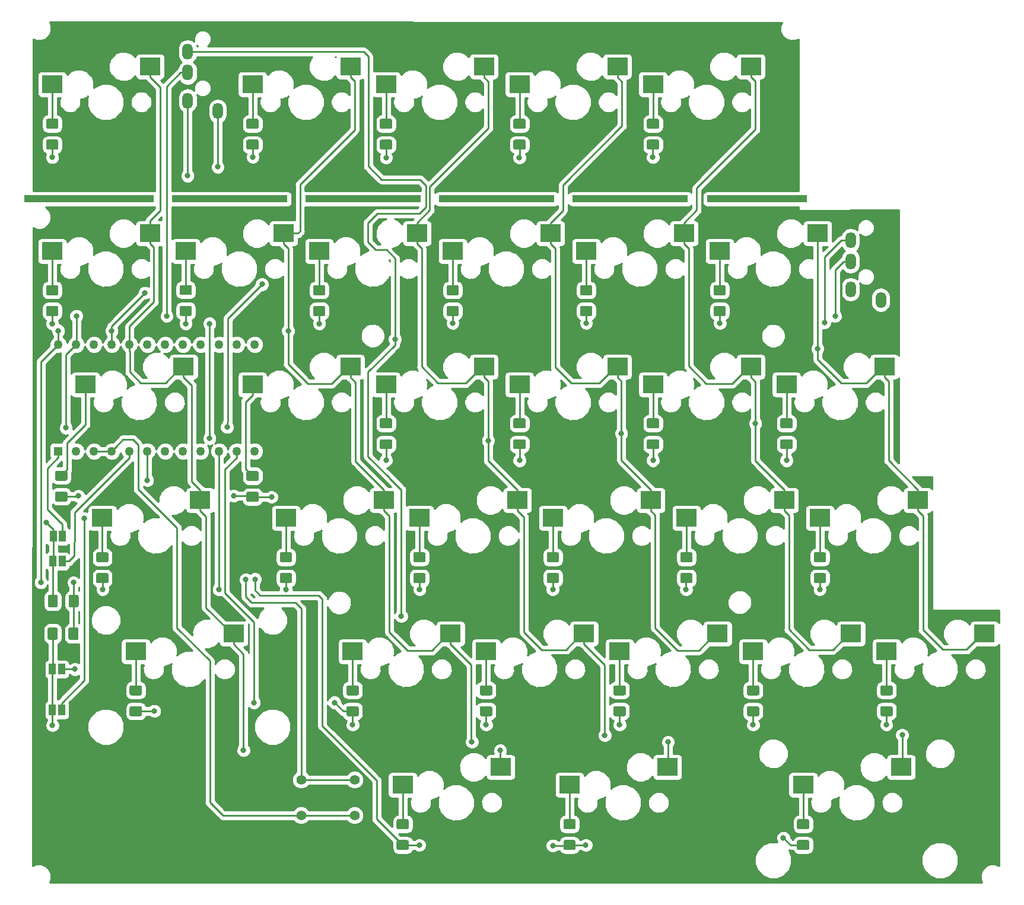
<source format=gbl>
G04 #@! TF.GenerationSoftware,KiCad,Pcbnew,(5.0.2)-1*
G04 #@! TF.CreationDate,2019-02-16T22:04:26+09:00*
G04 #@! TF.ProjectId,pakbd,70616b62-642e-46b6-9963-61645f706362,1*
G04 #@! TF.SameCoordinates,Original*
G04 #@! TF.FileFunction,Copper,L2,Bot*
G04 #@! TF.FilePolarity,Positive*
%FSLAX46Y46*%
G04 Gerber Fmt 4.6, Leading zero omitted, Abs format (unit mm)*
G04 Created by KiCad (PCBNEW (5.0.2)-1) date 2019/02/16 22:04:26*
%MOMM*%
%LPD*%
G01*
G04 APERTURE LIST*
G04 #@! TA.AperFunction,Conductor*
%ADD10C,0.100000*%
G04 #@! TD*
G04 #@! TA.AperFunction,SMDPad,CuDef*
%ADD11C,1.425000*%
G04 #@! TD*
G04 #@! TA.AperFunction,WasherPad*
%ADD12R,16.500000X1.000000*%
G04 #@! TD*
G04 #@! TA.AperFunction,WasherPad*
%ADD13R,14.287500X1.000000*%
G04 #@! TD*
G04 #@! TA.AperFunction,SMDPad,CuDef*
%ADD14R,3.000000X2.500000*%
G04 #@! TD*
G04 #@! TA.AperFunction,SMDPad,CuDef*
%ADD15R,1.000000X1.500000*%
G04 #@! TD*
G04 #@! TA.AperFunction,ComponentPad*
%ADD16O,1.500000X2.300000*%
G04 #@! TD*
G04 #@! TA.AperFunction,WasherPad*
%ADD17R,18.500000X1.000000*%
G04 #@! TD*
G04 #@! TA.AperFunction,ComponentPad*
%ADD18C,1.270000*%
G04 #@! TD*
G04 #@! TA.AperFunction,ComponentPad*
%ADD19R,1.270000X1.270000*%
G04 #@! TD*
G04 #@! TA.AperFunction,ComponentPad*
%ADD20C,1.397000*%
G04 #@! TD*
G04 #@! TA.AperFunction,ViaPad*
%ADD21C,0.800000*%
G04 #@! TD*
G04 #@! TA.AperFunction,Conductor*
%ADD22C,0.250000*%
G04 #@! TD*
G04 #@! TA.AperFunction,NonConductor*
%ADD23C,0.254000*%
G04 #@! TD*
G04 APERTURE END LIST*
D10*
G04 #@! TO.N,Net-(D4-Pad1)*
G04 #@! TO.C,D4*
G36*
X118154504Y-40861204D02*
X118178773Y-40864804D01*
X118202571Y-40870765D01*
X118225671Y-40879030D01*
X118247849Y-40889520D01*
X118268893Y-40902133D01*
X118288598Y-40916747D01*
X118306777Y-40933223D01*
X118323253Y-40951402D01*
X118337867Y-40971107D01*
X118350480Y-40992151D01*
X118360970Y-41014329D01*
X118369235Y-41037429D01*
X118375196Y-41061227D01*
X118378796Y-41085496D01*
X118380000Y-41110000D01*
X118380000Y-42035000D01*
X118378796Y-42059504D01*
X118375196Y-42083773D01*
X118369235Y-42107571D01*
X118360970Y-42130671D01*
X118350480Y-42152849D01*
X118337867Y-42173893D01*
X118323253Y-42193598D01*
X118306777Y-42211777D01*
X118288598Y-42228253D01*
X118268893Y-42242867D01*
X118247849Y-42255480D01*
X118225671Y-42265970D01*
X118202571Y-42274235D01*
X118178773Y-42280196D01*
X118154504Y-42283796D01*
X118130000Y-42285000D01*
X116880000Y-42285000D01*
X116855496Y-42283796D01*
X116831227Y-42280196D01*
X116807429Y-42274235D01*
X116784329Y-42265970D01*
X116762151Y-42255480D01*
X116741107Y-42242867D01*
X116721402Y-42228253D01*
X116703223Y-42211777D01*
X116686747Y-42193598D01*
X116672133Y-42173893D01*
X116659520Y-42152849D01*
X116649030Y-42130671D01*
X116640765Y-42107571D01*
X116634804Y-42083773D01*
X116631204Y-42059504D01*
X116630000Y-42035000D01*
X116630000Y-41110000D01*
X116631204Y-41085496D01*
X116634804Y-41061227D01*
X116640765Y-41037429D01*
X116649030Y-41014329D01*
X116659520Y-40992151D01*
X116672133Y-40971107D01*
X116686747Y-40951402D01*
X116703223Y-40933223D01*
X116721402Y-40916747D01*
X116741107Y-40902133D01*
X116762151Y-40889520D01*
X116784329Y-40879030D01*
X116807429Y-40870765D01*
X116831227Y-40864804D01*
X116855496Y-40861204D01*
X116880000Y-40860000D01*
X118130000Y-40860000D01*
X118154504Y-40861204D01*
X118154504Y-40861204D01*
G37*
D11*
G04 #@! TD*
G04 #@! TO.P,D4,1*
G04 #@! TO.N,Net-(D4-Pad1)*
X117505000Y-41572500D03*
D10*
G04 #@! TO.N,row0*
G04 #@! TO.C,D4*
G36*
X118154504Y-43836204D02*
X118178773Y-43839804D01*
X118202571Y-43845765D01*
X118225671Y-43854030D01*
X118247849Y-43864520D01*
X118268893Y-43877133D01*
X118288598Y-43891747D01*
X118306777Y-43908223D01*
X118323253Y-43926402D01*
X118337867Y-43946107D01*
X118350480Y-43967151D01*
X118360970Y-43989329D01*
X118369235Y-44012429D01*
X118375196Y-44036227D01*
X118378796Y-44060496D01*
X118380000Y-44085000D01*
X118380000Y-45010000D01*
X118378796Y-45034504D01*
X118375196Y-45058773D01*
X118369235Y-45082571D01*
X118360970Y-45105671D01*
X118350480Y-45127849D01*
X118337867Y-45148893D01*
X118323253Y-45168598D01*
X118306777Y-45186777D01*
X118288598Y-45203253D01*
X118268893Y-45217867D01*
X118247849Y-45230480D01*
X118225671Y-45240970D01*
X118202571Y-45249235D01*
X118178773Y-45255196D01*
X118154504Y-45258796D01*
X118130000Y-45260000D01*
X116880000Y-45260000D01*
X116855496Y-45258796D01*
X116831227Y-45255196D01*
X116807429Y-45249235D01*
X116784329Y-45240970D01*
X116762151Y-45230480D01*
X116741107Y-45217867D01*
X116721402Y-45203253D01*
X116703223Y-45186777D01*
X116686747Y-45168598D01*
X116672133Y-45148893D01*
X116659520Y-45127849D01*
X116649030Y-45105671D01*
X116640765Y-45082571D01*
X116634804Y-45058773D01*
X116631204Y-45034504D01*
X116630000Y-45010000D01*
X116630000Y-44085000D01*
X116631204Y-44060496D01*
X116634804Y-44036227D01*
X116640765Y-44012429D01*
X116649030Y-43989329D01*
X116659520Y-43967151D01*
X116672133Y-43946107D01*
X116686747Y-43926402D01*
X116703223Y-43908223D01*
X116721402Y-43891747D01*
X116741107Y-43877133D01*
X116762151Y-43864520D01*
X116784329Y-43854030D01*
X116807429Y-43845765D01*
X116831227Y-43839804D01*
X116855496Y-43836204D01*
X116880000Y-43835000D01*
X118130000Y-43835000D01*
X118154504Y-43836204D01*
X118154504Y-43836204D01*
G37*
D11*
G04 #@! TD*
G04 #@! TO.P,D4,2*
G04 #@! TO.N,row0*
X117505000Y-44547500D03*
D10*
G04 #@! TO.N,Net-(D0-Pad1)*
G04 #@! TO.C,D0*
G36*
X32429504Y-40861204D02*
X32453773Y-40864804D01*
X32477571Y-40870765D01*
X32500671Y-40879030D01*
X32522849Y-40889520D01*
X32543893Y-40902133D01*
X32563598Y-40916747D01*
X32581777Y-40933223D01*
X32598253Y-40951402D01*
X32612867Y-40971107D01*
X32625480Y-40992151D01*
X32635970Y-41014329D01*
X32644235Y-41037429D01*
X32650196Y-41061227D01*
X32653796Y-41085496D01*
X32655000Y-41110000D01*
X32655000Y-42035000D01*
X32653796Y-42059504D01*
X32650196Y-42083773D01*
X32644235Y-42107571D01*
X32635970Y-42130671D01*
X32625480Y-42152849D01*
X32612867Y-42173893D01*
X32598253Y-42193598D01*
X32581777Y-42211777D01*
X32563598Y-42228253D01*
X32543893Y-42242867D01*
X32522849Y-42255480D01*
X32500671Y-42265970D01*
X32477571Y-42274235D01*
X32453773Y-42280196D01*
X32429504Y-42283796D01*
X32405000Y-42285000D01*
X31155000Y-42285000D01*
X31130496Y-42283796D01*
X31106227Y-42280196D01*
X31082429Y-42274235D01*
X31059329Y-42265970D01*
X31037151Y-42255480D01*
X31016107Y-42242867D01*
X30996402Y-42228253D01*
X30978223Y-42211777D01*
X30961747Y-42193598D01*
X30947133Y-42173893D01*
X30934520Y-42152849D01*
X30924030Y-42130671D01*
X30915765Y-42107571D01*
X30909804Y-42083773D01*
X30906204Y-42059504D01*
X30905000Y-42035000D01*
X30905000Y-41110000D01*
X30906204Y-41085496D01*
X30909804Y-41061227D01*
X30915765Y-41037429D01*
X30924030Y-41014329D01*
X30934520Y-40992151D01*
X30947133Y-40971107D01*
X30961747Y-40951402D01*
X30978223Y-40933223D01*
X30996402Y-40916747D01*
X31016107Y-40902133D01*
X31037151Y-40889520D01*
X31059329Y-40879030D01*
X31082429Y-40870765D01*
X31106227Y-40864804D01*
X31130496Y-40861204D01*
X31155000Y-40860000D01*
X32405000Y-40860000D01*
X32429504Y-40861204D01*
X32429504Y-40861204D01*
G37*
D11*
G04 #@! TD*
G04 #@! TO.P,D0,1*
G04 #@! TO.N,Net-(D0-Pad1)*
X31780000Y-41572500D03*
D10*
G04 #@! TO.N,row0*
G04 #@! TO.C,D0*
G36*
X32429504Y-43836204D02*
X32453773Y-43839804D01*
X32477571Y-43845765D01*
X32500671Y-43854030D01*
X32522849Y-43864520D01*
X32543893Y-43877133D01*
X32563598Y-43891747D01*
X32581777Y-43908223D01*
X32598253Y-43926402D01*
X32612867Y-43946107D01*
X32625480Y-43967151D01*
X32635970Y-43989329D01*
X32644235Y-44012429D01*
X32650196Y-44036227D01*
X32653796Y-44060496D01*
X32655000Y-44085000D01*
X32655000Y-45010000D01*
X32653796Y-45034504D01*
X32650196Y-45058773D01*
X32644235Y-45082571D01*
X32635970Y-45105671D01*
X32625480Y-45127849D01*
X32612867Y-45148893D01*
X32598253Y-45168598D01*
X32581777Y-45186777D01*
X32563598Y-45203253D01*
X32543893Y-45217867D01*
X32522849Y-45230480D01*
X32500671Y-45240970D01*
X32477571Y-45249235D01*
X32453773Y-45255196D01*
X32429504Y-45258796D01*
X32405000Y-45260000D01*
X31155000Y-45260000D01*
X31130496Y-45258796D01*
X31106227Y-45255196D01*
X31082429Y-45249235D01*
X31059329Y-45240970D01*
X31037151Y-45230480D01*
X31016107Y-45217867D01*
X30996402Y-45203253D01*
X30978223Y-45186777D01*
X30961747Y-45168598D01*
X30947133Y-45148893D01*
X30934520Y-45127849D01*
X30924030Y-45105671D01*
X30915765Y-45082571D01*
X30909804Y-45058773D01*
X30906204Y-45034504D01*
X30905000Y-45010000D01*
X30905000Y-44085000D01*
X30906204Y-44060496D01*
X30909804Y-44036227D01*
X30915765Y-44012429D01*
X30924030Y-43989329D01*
X30934520Y-43967151D01*
X30947133Y-43946107D01*
X30961747Y-43926402D01*
X30978223Y-43908223D01*
X30996402Y-43891747D01*
X31016107Y-43877133D01*
X31037151Y-43864520D01*
X31059329Y-43854030D01*
X31082429Y-43845765D01*
X31106227Y-43839804D01*
X31130496Y-43836204D01*
X31155000Y-43835000D01*
X32405000Y-43835000D01*
X32429504Y-43836204D01*
X32429504Y-43836204D01*
G37*
D11*
G04 #@! TD*
G04 #@! TO.P,D0,2*
G04 #@! TO.N,row0*
X31780000Y-44547500D03*
D10*
G04 #@! TO.N,row0*
G04 #@! TO.C,D3*
G36*
X99104504Y-43836204D02*
X99128773Y-43839804D01*
X99152571Y-43845765D01*
X99175671Y-43854030D01*
X99197849Y-43864520D01*
X99218893Y-43877133D01*
X99238598Y-43891747D01*
X99256777Y-43908223D01*
X99273253Y-43926402D01*
X99287867Y-43946107D01*
X99300480Y-43967151D01*
X99310970Y-43989329D01*
X99319235Y-44012429D01*
X99325196Y-44036227D01*
X99328796Y-44060496D01*
X99330000Y-44085000D01*
X99330000Y-45010000D01*
X99328796Y-45034504D01*
X99325196Y-45058773D01*
X99319235Y-45082571D01*
X99310970Y-45105671D01*
X99300480Y-45127849D01*
X99287867Y-45148893D01*
X99273253Y-45168598D01*
X99256777Y-45186777D01*
X99238598Y-45203253D01*
X99218893Y-45217867D01*
X99197849Y-45230480D01*
X99175671Y-45240970D01*
X99152571Y-45249235D01*
X99128773Y-45255196D01*
X99104504Y-45258796D01*
X99080000Y-45260000D01*
X97830000Y-45260000D01*
X97805496Y-45258796D01*
X97781227Y-45255196D01*
X97757429Y-45249235D01*
X97734329Y-45240970D01*
X97712151Y-45230480D01*
X97691107Y-45217867D01*
X97671402Y-45203253D01*
X97653223Y-45186777D01*
X97636747Y-45168598D01*
X97622133Y-45148893D01*
X97609520Y-45127849D01*
X97599030Y-45105671D01*
X97590765Y-45082571D01*
X97584804Y-45058773D01*
X97581204Y-45034504D01*
X97580000Y-45010000D01*
X97580000Y-44085000D01*
X97581204Y-44060496D01*
X97584804Y-44036227D01*
X97590765Y-44012429D01*
X97599030Y-43989329D01*
X97609520Y-43967151D01*
X97622133Y-43946107D01*
X97636747Y-43926402D01*
X97653223Y-43908223D01*
X97671402Y-43891747D01*
X97691107Y-43877133D01*
X97712151Y-43864520D01*
X97734329Y-43854030D01*
X97757429Y-43845765D01*
X97781227Y-43839804D01*
X97805496Y-43836204D01*
X97830000Y-43835000D01*
X99080000Y-43835000D01*
X99104504Y-43836204D01*
X99104504Y-43836204D01*
G37*
D11*
G04 #@! TD*
G04 #@! TO.P,D3,2*
G04 #@! TO.N,row0*
X98455000Y-44547500D03*
D10*
G04 #@! TO.N,Net-(D3-Pad1)*
G04 #@! TO.C,D3*
G36*
X99104504Y-40861204D02*
X99128773Y-40864804D01*
X99152571Y-40870765D01*
X99175671Y-40879030D01*
X99197849Y-40889520D01*
X99218893Y-40902133D01*
X99238598Y-40916747D01*
X99256777Y-40933223D01*
X99273253Y-40951402D01*
X99287867Y-40971107D01*
X99300480Y-40992151D01*
X99310970Y-41014329D01*
X99319235Y-41037429D01*
X99325196Y-41061227D01*
X99328796Y-41085496D01*
X99330000Y-41110000D01*
X99330000Y-42035000D01*
X99328796Y-42059504D01*
X99325196Y-42083773D01*
X99319235Y-42107571D01*
X99310970Y-42130671D01*
X99300480Y-42152849D01*
X99287867Y-42173893D01*
X99273253Y-42193598D01*
X99256777Y-42211777D01*
X99238598Y-42228253D01*
X99218893Y-42242867D01*
X99197849Y-42255480D01*
X99175671Y-42265970D01*
X99152571Y-42274235D01*
X99128773Y-42280196D01*
X99104504Y-42283796D01*
X99080000Y-42285000D01*
X97830000Y-42285000D01*
X97805496Y-42283796D01*
X97781227Y-42280196D01*
X97757429Y-42274235D01*
X97734329Y-42265970D01*
X97712151Y-42255480D01*
X97691107Y-42242867D01*
X97671402Y-42228253D01*
X97653223Y-42211777D01*
X97636747Y-42193598D01*
X97622133Y-42173893D01*
X97609520Y-42152849D01*
X97599030Y-42130671D01*
X97590765Y-42107571D01*
X97584804Y-42083773D01*
X97581204Y-42059504D01*
X97580000Y-42035000D01*
X97580000Y-41110000D01*
X97581204Y-41085496D01*
X97584804Y-41061227D01*
X97590765Y-41037429D01*
X97599030Y-41014329D01*
X97609520Y-40992151D01*
X97622133Y-40971107D01*
X97636747Y-40951402D01*
X97653223Y-40933223D01*
X97671402Y-40916747D01*
X97691107Y-40902133D01*
X97712151Y-40889520D01*
X97734329Y-40879030D01*
X97757429Y-40870765D01*
X97781227Y-40864804D01*
X97805496Y-40861204D01*
X97830000Y-40860000D01*
X99080000Y-40860000D01*
X99104504Y-40861204D01*
X99104504Y-40861204D01*
G37*
D11*
G04 #@! TD*
G04 #@! TO.P,D3,1*
G04 #@! TO.N,Net-(D3-Pad1)*
X98455000Y-41572500D03*
D10*
G04 #@! TO.N,row1*
G04 #@! TO.C,D5*
G36*
X32429504Y-67603704D02*
X32453773Y-67607304D01*
X32477571Y-67613265D01*
X32500671Y-67621530D01*
X32522849Y-67632020D01*
X32543893Y-67644633D01*
X32563598Y-67659247D01*
X32581777Y-67675723D01*
X32598253Y-67693902D01*
X32612867Y-67713607D01*
X32625480Y-67734651D01*
X32635970Y-67756829D01*
X32644235Y-67779929D01*
X32650196Y-67803727D01*
X32653796Y-67827996D01*
X32655000Y-67852500D01*
X32655000Y-68777500D01*
X32653796Y-68802004D01*
X32650196Y-68826273D01*
X32644235Y-68850071D01*
X32635970Y-68873171D01*
X32625480Y-68895349D01*
X32612867Y-68916393D01*
X32598253Y-68936098D01*
X32581777Y-68954277D01*
X32563598Y-68970753D01*
X32543893Y-68985367D01*
X32522849Y-68997980D01*
X32500671Y-69008470D01*
X32477571Y-69016735D01*
X32453773Y-69022696D01*
X32429504Y-69026296D01*
X32405000Y-69027500D01*
X31155000Y-69027500D01*
X31130496Y-69026296D01*
X31106227Y-69022696D01*
X31082429Y-69016735D01*
X31059329Y-69008470D01*
X31037151Y-68997980D01*
X31016107Y-68985367D01*
X30996402Y-68970753D01*
X30978223Y-68954277D01*
X30961747Y-68936098D01*
X30947133Y-68916393D01*
X30934520Y-68895349D01*
X30924030Y-68873171D01*
X30915765Y-68850071D01*
X30909804Y-68826273D01*
X30906204Y-68802004D01*
X30905000Y-68777500D01*
X30905000Y-67852500D01*
X30906204Y-67827996D01*
X30909804Y-67803727D01*
X30915765Y-67779929D01*
X30924030Y-67756829D01*
X30934520Y-67734651D01*
X30947133Y-67713607D01*
X30961747Y-67693902D01*
X30978223Y-67675723D01*
X30996402Y-67659247D01*
X31016107Y-67644633D01*
X31037151Y-67632020D01*
X31059329Y-67621530D01*
X31082429Y-67613265D01*
X31106227Y-67607304D01*
X31130496Y-67603704D01*
X31155000Y-67602500D01*
X32405000Y-67602500D01*
X32429504Y-67603704D01*
X32429504Y-67603704D01*
G37*
D11*
G04 #@! TD*
G04 #@! TO.P,D5,2*
G04 #@! TO.N,row1*
X31780000Y-68315000D03*
D10*
G04 #@! TO.N,Net-(D5-Pad1)*
G04 #@! TO.C,D5*
G36*
X32429504Y-64628704D02*
X32453773Y-64632304D01*
X32477571Y-64638265D01*
X32500671Y-64646530D01*
X32522849Y-64657020D01*
X32543893Y-64669633D01*
X32563598Y-64684247D01*
X32581777Y-64700723D01*
X32598253Y-64718902D01*
X32612867Y-64738607D01*
X32625480Y-64759651D01*
X32635970Y-64781829D01*
X32644235Y-64804929D01*
X32650196Y-64828727D01*
X32653796Y-64852996D01*
X32655000Y-64877500D01*
X32655000Y-65802500D01*
X32653796Y-65827004D01*
X32650196Y-65851273D01*
X32644235Y-65875071D01*
X32635970Y-65898171D01*
X32625480Y-65920349D01*
X32612867Y-65941393D01*
X32598253Y-65961098D01*
X32581777Y-65979277D01*
X32563598Y-65995753D01*
X32543893Y-66010367D01*
X32522849Y-66022980D01*
X32500671Y-66033470D01*
X32477571Y-66041735D01*
X32453773Y-66047696D01*
X32429504Y-66051296D01*
X32405000Y-66052500D01*
X31155000Y-66052500D01*
X31130496Y-66051296D01*
X31106227Y-66047696D01*
X31082429Y-66041735D01*
X31059329Y-66033470D01*
X31037151Y-66022980D01*
X31016107Y-66010367D01*
X30996402Y-65995753D01*
X30978223Y-65979277D01*
X30961747Y-65961098D01*
X30947133Y-65941393D01*
X30934520Y-65920349D01*
X30924030Y-65898171D01*
X30915765Y-65875071D01*
X30909804Y-65851273D01*
X30906204Y-65827004D01*
X30905000Y-65802500D01*
X30905000Y-64877500D01*
X30906204Y-64852996D01*
X30909804Y-64828727D01*
X30915765Y-64804929D01*
X30924030Y-64781829D01*
X30934520Y-64759651D01*
X30947133Y-64738607D01*
X30961747Y-64718902D01*
X30978223Y-64700723D01*
X30996402Y-64684247D01*
X31016107Y-64669633D01*
X31037151Y-64657020D01*
X31059329Y-64646530D01*
X31082429Y-64638265D01*
X31106227Y-64632304D01*
X31130496Y-64628704D01*
X31155000Y-64627500D01*
X32405000Y-64627500D01*
X32429504Y-64628704D01*
X32429504Y-64628704D01*
G37*
D11*
G04 #@! TD*
G04 #@! TO.P,D5,1*
G04 #@! TO.N,Net-(D5-Pad1)*
X31780000Y-65340000D03*
D10*
G04 #@! TO.N,row1*
G04 #@! TO.C,D6*
G36*
X51479504Y-67573704D02*
X51503773Y-67577304D01*
X51527571Y-67583265D01*
X51550671Y-67591530D01*
X51572849Y-67602020D01*
X51593893Y-67614633D01*
X51613598Y-67629247D01*
X51631777Y-67645723D01*
X51648253Y-67663902D01*
X51662867Y-67683607D01*
X51675480Y-67704651D01*
X51685970Y-67726829D01*
X51694235Y-67749929D01*
X51700196Y-67773727D01*
X51703796Y-67797996D01*
X51705000Y-67822500D01*
X51705000Y-68747500D01*
X51703796Y-68772004D01*
X51700196Y-68796273D01*
X51694235Y-68820071D01*
X51685970Y-68843171D01*
X51675480Y-68865349D01*
X51662867Y-68886393D01*
X51648253Y-68906098D01*
X51631777Y-68924277D01*
X51613598Y-68940753D01*
X51593893Y-68955367D01*
X51572849Y-68967980D01*
X51550671Y-68978470D01*
X51527571Y-68986735D01*
X51503773Y-68992696D01*
X51479504Y-68996296D01*
X51455000Y-68997500D01*
X50205000Y-68997500D01*
X50180496Y-68996296D01*
X50156227Y-68992696D01*
X50132429Y-68986735D01*
X50109329Y-68978470D01*
X50087151Y-68967980D01*
X50066107Y-68955367D01*
X50046402Y-68940753D01*
X50028223Y-68924277D01*
X50011747Y-68906098D01*
X49997133Y-68886393D01*
X49984520Y-68865349D01*
X49974030Y-68843171D01*
X49965765Y-68820071D01*
X49959804Y-68796273D01*
X49956204Y-68772004D01*
X49955000Y-68747500D01*
X49955000Y-67822500D01*
X49956204Y-67797996D01*
X49959804Y-67773727D01*
X49965765Y-67749929D01*
X49974030Y-67726829D01*
X49984520Y-67704651D01*
X49997133Y-67683607D01*
X50011747Y-67663902D01*
X50028223Y-67645723D01*
X50046402Y-67629247D01*
X50066107Y-67614633D01*
X50087151Y-67602020D01*
X50109329Y-67591530D01*
X50132429Y-67583265D01*
X50156227Y-67577304D01*
X50180496Y-67573704D01*
X50205000Y-67572500D01*
X51455000Y-67572500D01*
X51479504Y-67573704D01*
X51479504Y-67573704D01*
G37*
D11*
G04 #@! TD*
G04 #@! TO.P,D6,2*
G04 #@! TO.N,row1*
X50830000Y-68285000D03*
D10*
G04 #@! TO.N,Net-(D6-Pad1)*
G04 #@! TO.C,D6*
G36*
X51479504Y-64598704D02*
X51503773Y-64602304D01*
X51527571Y-64608265D01*
X51550671Y-64616530D01*
X51572849Y-64627020D01*
X51593893Y-64639633D01*
X51613598Y-64654247D01*
X51631777Y-64670723D01*
X51648253Y-64688902D01*
X51662867Y-64708607D01*
X51675480Y-64729651D01*
X51685970Y-64751829D01*
X51694235Y-64774929D01*
X51700196Y-64798727D01*
X51703796Y-64822996D01*
X51705000Y-64847500D01*
X51705000Y-65772500D01*
X51703796Y-65797004D01*
X51700196Y-65821273D01*
X51694235Y-65845071D01*
X51685970Y-65868171D01*
X51675480Y-65890349D01*
X51662867Y-65911393D01*
X51648253Y-65931098D01*
X51631777Y-65949277D01*
X51613598Y-65965753D01*
X51593893Y-65980367D01*
X51572849Y-65992980D01*
X51550671Y-66003470D01*
X51527571Y-66011735D01*
X51503773Y-66017696D01*
X51479504Y-66021296D01*
X51455000Y-66022500D01*
X50205000Y-66022500D01*
X50180496Y-66021296D01*
X50156227Y-66017696D01*
X50132429Y-66011735D01*
X50109329Y-66003470D01*
X50087151Y-65992980D01*
X50066107Y-65980367D01*
X50046402Y-65965753D01*
X50028223Y-65949277D01*
X50011747Y-65931098D01*
X49997133Y-65911393D01*
X49984520Y-65890349D01*
X49974030Y-65868171D01*
X49965765Y-65845071D01*
X49959804Y-65821273D01*
X49956204Y-65797004D01*
X49955000Y-65772500D01*
X49955000Y-64847500D01*
X49956204Y-64822996D01*
X49959804Y-64798727D01*
X49965765Y-64774929D01*
X49974030Y-64751829D01*
X49984520Y-64729651D01*
X49997133Y-64708607D01*
X50011747Y-64688902D01*
X50028223Y-64670723D01*
X50046402Y-64654247D01*
X50066107Y-64639633D01*
X50087151Y-64627020D01*
X50109329Y-64616530D01*
X50132429Y-64608265D01*
X50156227Y-64602304D01*
X50180496Y-64598704D01*
X50205000Y-64597500D01*
X51455000Y-64597500D01*
X51479504Y-64598704D01*
X51479504Y-64598704D01*
G37*
D11*
G04 #@! TD*
G04 #@! TO.P,D6,1*
G04 #@! TO.N,Net-(D6-Pad1)*
X50830000Y-65310000D03*
D10*
G04 #@! TO.N,row1*
G04 #@! TO.C,D7*
G36*
X70529504Y-67603704D02*
X70553773Y-67607304D01*
X70577571Y-67613265D01*
X70600671Y-67621530D01*
X70622849Y-67632020D01*
X70643893Y-67644633D01*
X70663598Y-67659247D01*
X70681777Y-67675723D01*
X70698253Y-67693902D01*
X70712867Y-67713607D01*
X70725480Y-67734651D01*
X70735970Y-67756829D01*
X70744235Y-67779929D01*
X70750196Y-67803727D01*
X70753796Y-67827996D01*
X70755000Y-67852500D01*
X70755000Y-68777500D01*
X70753796Y-68802004D01*
X70750196Y-68826273D01*
X70744235Y-68850071D01*
X70735970Y-68873171D01*
X70725480Y-68895349D01*
X70712867Y-68916393D01*
X70698253Y-68936098D01*
X70681777Y-68954277D01*
X70663598Y-68970753D01*
X70643893Y-68985367D01*
X70622849Y-68997980D01*
X70600671Y-69008470D01*
X70577571Y-69016735D01*
X70553773Y-69022696D01*
X70529504Y-69026296D01*
X70505000Y-69027500D01*
X69255000Y-69027500D01*
X69230496Y-69026296D01*
X69206227Y-69022696D01*
X69182429Y-69016735D01*
X69159329Y-69008470D01*
X69137151Y-68997980D01*
X69116107Y-68985367D01*
X69096402Y-68970753D01*
X69078223Y-68954277D01*
X69061747Y-68936098D01*
X69047133Y-68916393D01*
X69034520Y-68895349D01*
X69024030Y-68873171D01*
X69015765Y-68850071D01*
X69009804Y-68826273D01*
X69006204Y-68802004D01*
X69005000Y-68777500D01*
X69005000Y-67852500D01*
X69006204Y-67827996D01*
X69009804Y-67803727D01*
X69015765Y-67779929D01*
X69024030Y-67756829D01*
X69034520Y-67734651D01*
X69047133Y-67713607D01*
X69061747Y-67693902D01*
X69078223Y-67675723D01*
X69096402Y-67659247D01*
X69116107Y-67644633D01*
X69137151Y-67632020D01*
X69159329Y-67621530D01*
X69182429Y-67613265D01*
X69206227Y-67607304D01*
X69230496Y-67603704D01*
X69255000Y-67602500D01*
X70505000Y-67602500D01*
X70529504Y-67603704D01*
X70529504Y-67603704D01*
G37*
D11*
G04 #@! TD*
G04 #@! TO.P,D7,2*
G04 #@! TO.N,row1*
X69880000Y-68315000D03*
D10*
G04 #@! TO.N,Net-(D7-Pad1)*
G04 #@! TO.C,D7*
G36*
X70529504Y-64628704D02*
X70553773Y-64632304D01*
X70577571Y-64638265D01*
X70600671Y-64646530D01*
X70622849Y-64657020D01*
X70643893Y-64669633D01*
X70663598Y-64684247D01*
X70681777Y-64700723D01*
X70698253Y-64718902D01*
X70712867Y-64738607D01*
X70725480Y-64759651D01*
X70735970Y-64781829D01*
X70744235Y-64804929D01*
X70750196Y-64828727D01*
X70753796Y-64852996D01*
X70755000Y-64877500D01*
X70755000Y-65802500D01*
X70753796Y-65827004D01*
X70750196Y-65851273D01*
X70744235Y-65875071D01*
X70735970Y-65898171D01*
X70725480Y-65920349D01*
X70712867Y-65941393D01*
X70698253Y-65961098D01*
X70681777Y-65979277D01*
X70663598Y-65995753D01*
X70643893Y-66010367D01*
X70622849Y-66022980D01*
X70600671Y-66033470D01*
X70577571Y-66041735D01*
X70553773Y-66047696D01*
X70529504Y-66051296D01*
X70505000Y-66052500D01*
X69255000Y-66052500D01*
X69230496Y-66051296D01*
X69206227Y-66047696D01*
X69182429Y-66041735D01*
X69159329Y-66033470D01*
X69137151Y-66022980D01*
X69116107Y-66010367D01*
X69096402Y-65995753D01*
X69078223Y-65979277D01*
X69061747Y-65961098D01*
X69047133Y-65941393D01*
X69034520Y-65920349D01*
X69024030Y-65898171D01*
X69015765Y-65875071D01*
X69009804Y-65851273D01*
X69006204Y-65827004D01*
X69005000Y-65802500D01*
X69005000Y-64877500D01*
X69006204Y-64852996D01*
X69009804Y-64828727D01*
X69015765Y-64804929D01*
X69024030Y-64781829D01*
X69034520Y-64759651D01*
X69047133Y-64738607D01*
X69061747Y-64718902D01*
X69078223Y-64700723D01*
X69096402Y-64684247D01*
X69116107Y-64669633D01*
X69137151Y-64657020D01*
X69159329Y-64646530D01*
X69182429Y-64638265D01*
X69206227Y-64632304D01*
X69230496Y-64628704D01*
X69255000Y-64627500D01*
X70505000Y-64627500D01*
X70529504Y-64628704D01*
X70529504Y-64628704D01*
G37*
D11*
G04 #@! TD*
G04 #@! TO.P,D7,1*
G04 #@! TO.N,Net-(D7-Pad1)*
X69880000Y-65340000D03*
D10*
G04 #@! TO.N,Net-(D1-Pad1)*
G04 #@! TO.C,D1*
G36*
X61004504Y-40861204D02*
X61028773Y-40864804D01*
X61052571Y-40870765D01*
X61075671Y-40879030D01*
X61097849Y-40889520D01*
X61118893Y-40902133D01*
X61138598Y-40916747D01*
X61156777Y-40933223D01*
X61173253Y-40951402D01*
X61187867Y-40971107D01*
X61200480Y-40992151D01*
X61210970Y-41014329D01*
X61219235Y-41037429D01*
X61225196Y-41061227D01*
X61228796Y-41085496D01*
X61230000Y-41110000D01*
X61230000Y-42035000D01*
X61228796Y-42059504D01*
X61225196Y-42083773D01*
X61219235Y-42107571D01*
X61210970Y-42130671D01*
X61200480Y-42152849D01*
X61187867Y-42173893D01*
X61173253Y-42193598D01*
X61156777Y-42211777D01*
X61138598Y-42228253D01*
X61118893Y-42242867D01*
X61097849Y-42255480D01*
X61075671Y-42265970D01*
X61052571Y-42274235D01*
X61028773Y-42280196D01*
X61004504Y-42283796D01*
X60980000Y-42285000D01*
X59730000Y-42285000D01*
X59705496Y-42283796D01*
X59681227Y-42280196D01*
X59657429Y-42274235D01*
X59634329Y-42265970D01*
X59612151Y-42255480D01*
X59591107Y-42242867D01*
X59571402Y-42228253D01*
X59553223Y-42211777D01*
X59536747Y-42193598D01*
X59522133Y-42173893D01*
X59509520Y-42152849D01*
X59499030Y-42130671D01*
X59490765Y-42107571D01*
X59484804Y-42083773D01*
X59481204Y-42059504D01*
X59480000Y-42035000D01*
X59480000Y-41110000D01*
X59481204Y-41085496D01*
X59484804Y-41061227D01*
X59490765Y-41037429D01*
X59499030Y-41014329D01*
X59509520Y-40992151D01*
X59522133Y-40971107D01*
X59536747Y-40951402D01*
X59553223Y-40933223D01*
X59571402Y-40916747D01*
X59591107Y-40902133D01*
X59612151Y-40889520D01*
X59634329Y-40879030D01*
X59657429Y-40870765D01*
X59681227Y-40864804D01*
X59705496Y-40861204D01*
X59730000Y-40860000D01*
X60980000Y-40860000D01*
X61004504Y-40861204D01*
X61004504Y-40861204D01*
G37*
D11*
G04 #@! TD*
G04 #@! TO.P,D1,1*
G04 #@! TO.N,Net-(D1-Pad1)*
X60355000Y-41572500D03*
D10*
G04 #@! TO.N,row0*
G04 #@! TO.C,D1*
G36*
X61004504Y-43836204D02*
X61028773Y-43839804D01*
X61052571Y-43845765D01*
X61075671Y-43854030D01*
X61097849Y-43864520D01*
X61118893Y-43877133D01*
X61138598Y-43891747D01*
X61156777Y-43908223D01*
X61173253Y-43926402D01*
X61187867Y-43946107D01*
X61200480Y-43967151D01*
X61210970Y-43989329D01*
X61219235Y-44012429D01*
X61225196Y-44036227D01*
X61228796Y-44060496D01*
X61230000Y-44085000D01*
X61230000Y-45010000D01*
X61228796Y-45034504D01*
X61225196Y-45058773D01*
X61219235Y-45082571D01*
X61210970Y-45105671D01*
X61200480Y-45127849D01*
X61187867Y-45148893D01*
X61173253Y-45168598D01*
X61156777Y-45186777D01*
X61138598Y-45203253D01*
X61118893Y-45217867D01*
X61097849Y-45230480D01*
X61075671Y-45240970D01*
X61052571Y-45249235D01*
X61028773Y-45255196D01*
X61004504Y-45258796D01*
X60980000Y-45260000D01*
X59730000Y-45260000D01*
X59705496Y-45258796D01*
X59681227Y-45255196D01*
X59657429Y-45249235D01*
X59634329Y-45240970D01*
X59612151Y-45230480D01*
X59591107Y-45217867D01*
X59571402Y-45203253D01*
X59553223Y-45186777D01*
X59536747Y-45168598D01*
X59522133Y-45148893D01*
X59509520Y-45127849D01*
X59499030Y-45105671D01*
X59490765Y-45082571D01*
X59484804Y-45058773D01*
X59481204Y-45034504D01*
X59480000Y-45010000D01*
X59480000Y-44085000D01*
X59481204Y-44060496D01*
X59484804Y-44036227D01*
X59490765Y-44012429D01*
X59499030Y-43989329D01*
X59509520Y-43967151D01*
X59522133Y-43946107D01*
X59536747Y-43926402D01*
X59553223Y-43908223D01*
X59571402Y-43891747D01*
X59591107Y-43877133D01*
X59612151Y-43864520D01*
X59634329Y-43854030D01*
X59657429Y-43845765D01*
X59681227Y-43839804D01*
X59705496Y-43836204D01*
X59730000Y-43835000D01*
X60980000Y-43835000D01*
X61004504Y-43836204D01*
X61004504Y-43836204D01*
G37*
D11*
G04 #@! TD*
G04 #@! TO.P,D1,2*
G04 #@! TO.N,row0*
X60355000Y-44547500D03*
D10*
G04 #@! TO.N,row4*
G04 #@! TO.C,D28*
G36*
X151492004Y-124733704D02*
X151516273Y-124737304D01*
X151540071Y-124743265D01*
X151563171Y-124751530D01*
X151585349Y-124762020D01*
X151606393Y-124774633D01*
X151626098Y-124789247D01*
X151644277Y-124805723D01*
X151660753Y-124823902D01*
X151675367Y-124843607D01*
X151687980Y-124864651D01*
X151698470Y-124886829D01*
X151706735Y-124909929D01*
X151712696Y-124933727D01*
X151716296Y-124957996D01*
X151717500Y-124982500D01*
X151717500Y-125907500D01*
X151716296Y-125932004D01*
X151712696Y-125956273D01*
X151706735Y-125980071D01*
X151698470Y-126003171D01*
X151687980Y-126025349D01*
X151675367Y-126046393D01*
X151660753Y-126066098D01*
X151644277Y-126084277D01*
X151626098Y-126100753D01*
X151606393Y-126115367D01*
X151585349Y-126127980D01*
X151563171Y-126138470D01*
X151540071Y-126146735D01*
X151516273Y-126152696D01*
X151492004Y-126156296D01*
X151467500Y-126157500D01*
X150217500Y-126157500D01*
X150192996Y-126156296D01*
X150168727Y-126152696D01*
X150144929Y-126146735D01*
X150121829Y-126138470D01*
X150099651Y-126127980D01*
X150078607Y-126115367D01*
X150058902Y-126100753D01*
X150040723Y-126084277D01*
X150024247Y-126066098D01*
X150009633Y-126046393D01*
X149997020Y-126025349D01*
X149986530Y-126003171D01*
X149978265Y-125980071D01*
X149972304Y-125956273D01*
X149968704Y-125932004D01*
X149967500Y-125907500D01*
X149967500Y-124982500D01*
X149968704Y-124957996D01*
X149972304Y-124933727D01*
X149978265Y-124909929D01*
X149986530Y-124886829D01*
X149997020Y-124864651D01*
X150009633Y-124843607D01*
X150024247Y-124823902D01*
X150040723Y-124805723D01*
X150058902Y-124789247D01*
X150078607Y-124774633D01*
X150099651Y-124762020D01*
X150121829Y-124751530D01*
X150144929Y-124743265D01*
X150168727Y-124737304D01*
X150192996Y-124733704D01*
X150217500Y-124732500D01*
X151467500Y-124732500D01*
X151492004Y-124733704D01*
X151492004Y-124733704D01*
G37*
D11*
G04 #@! TD*
G04 #@! TO.P,D28,2*
G04 #@! TO.N,row4*
X150842500Y-125445000D03*
D10*
G04 #@! TO.N,Net-(D28-Pad1)*
G04 #@! TO.C,D28*
G36*
X151492004Y-121758704D02*
X151516273Y-121762304D01*
X151540071Y-121768265D01*
X151563171Y-121776530D01*
X151585349Y-121787020D01*
X151606393Y-121799633D01*
X151626098Y-121814247D01*
X151644277Y-121830723D01*
X151660753Y-121848902D01*
X151675367Y-121868607D01*
X151687980Y-121889651D01*
X151698470Y-121911829D01*
X151706735Y-121934929D01*
X151712696Y-121958727D01*
X151716296Y-121982996D01*
X151717500Y-122007500D01*
X151717500Y-122932500D01*
X151716296Y-122957004D01*
X151712696Y-122981273D01*
X151706735Y-123005071D01*
X151698470Y-123028171D01*
X151687980Y-123050349D01*
X151675367Y-123071393D01*
X151660753Y-123091098D01*
X151644277Y-123109277D01*
X151626098Y-123125753D01*
X151606393Y-123140367D01*
X151585349Y-123152980D01*
X151563171Y-123163470D01*
X151540071Y-123171735D01*
X151516273Y-123177696D01*
X151492004Y-123181296D01*
X151467500Y-123182500D01*
X150217500Y-123182500D01*
X150192996Y-123181296D01*
X150168727Y-123177696D01*
X150144929Y-123171735D01*
X150121829Y-123163470D01*
X150099651Y-123152980D01*
X150078607Y-123140367D01*
X150058902Y-123125753D01*
X150040723Y-123109277D01*
X150024247Y-123091098D01*
X150009633Y-123071393D01*
X149997020Y-123050349D01*
X149986530Y-123028171D01*
X149978265Y-123005071D01*
X149972304Y-122981273D01*
X149968704Y-122957004D01*
X149967500Y-122932500D01*
X149967500Y-122007500D01*
X149968704Y-121982996D01*
X149972304Y-121958727D01*
X149978265Y-121934929D01*
X149986530Y-121911829D01*
X149997020Y-121889651D01*
X150009633Y-121868607D01*
X150024247Y-121848902D01*
X150040723Y-121830723D01*
X150058902Y-121814247D01*
X150078607Y-121799633D01*
X150099651Y-121787020D01*
X150121829Y-121776530D01*
X150144929Y-121768265D01*
X150168727Y-121762304D01*
X150192996Y-121758704D01*
X150217500Y-121757500D01*
X151467500Y-121757500D01*
X151492004Y-121758704D01*
X151492004Y-121758704D01*
G37*
D11*
G04 #@! TD*
G04 #@! TO.P,D28,1*
G04 #@! TO.N,Net-(D28-Pad1)*
X150842500Y-122470000D03*
D10*
G04 #@! TO.N,Net-(D2-Pad1)*
G04 #@! TO.C,D2*
G36*
X80054504Y-40861204D02*
X80078773Y-40864804D01*
X80102571Y-40870765D01*
X80125671Y-40879030D01*
X80147849Y-40889520D01*
X80168893Y-40902133D01*
X80188598Y-40916747D01*
X80206777Y-40933223D01*
X80223253Y-40951402D01*
X80237867Y-40971107D01*
X80250480Y-40992151D01*
X80260970Y-41014329D01*
X80269235Y-41037429D01*
X80275196Y-41061227D01*
X80278796Y-41085496D01*
X80280000Y-41110000D01*
X80280000Y-42035000D01*
X80278796Y-42059504D01*
X80275196Y-42083773D01*
X80269235Y-42107571D01*
X80260970Y-42130671D01*
X80250480Y-42152849D01*
X80237867Y-42173893D01*
X80223253Y-42193598D01*
X80206777Y-42211777D01*
X80188598Y-42228253D01*
X80168893Y-42242867D01*
X80147849Y-42255480D01*
X80125671Y-42265970D01*
X80102571Y-42274235D01*
X80078773Y-42280196D01*
X80054504Y-42283796D01*
X80030000Y-42285000D01*
X78780000Y-42285000D01*
X78755496Y-42283796D01*
X78731227Y-42280196D01*
X78707429Y-42274235D01*
X78684329Y-42265970D01*
X78662151Y-42255480D01*
X78641107Y-42242867D01*
X78621402Y-42228253D01*
X78603223Y-42211777D01*
X78586747Y-42193598D01*
X78572133Y-42173893D01*
X78559520Y-42152849D01*
X78549030Y-42130671D01*
X78540765Y-42107571D01*
X78534804Y-42083773D01*
X78531204Y-42059504D01*
X78530000Y-42035000D01*
X78530000Y-41110000D01*
X78531204Y-41085496D01*
X78534804Y-41061227D01*
X78540765Y-41037429D01*
X78549030Y-41014329D01*
X78559520Y-40992151D01*
X78572133Y-40971107D01*
X78586747Y-40951402D01*
X78603223Y-40933223D01*
X78621402Y-40916747D01*
X78641107Y-40902133D01*
X78662151Y-40889520D01*
X78684329Y-40879030D01*
X78707429Y-40870765D01*
X78731227Y-40864804D01*
X78755496Y-40861204D01*
X78780000Y-40860000D01*
X80030000Y-40860000D01*
X80054504Y-40861204D01*
X80054504Y-40861204D01*
G37*
D11*
G04 #@! TD*
G04 #@! TO.P,D2,1*
G04 #@! TO.N,Net-(D2-Pad1)*
X79405000Y-41572500D03*
D10*
G04 #@! TO.N,row0*
G04 #@! TO.C,D2*
G36*
X80054504Y-43836204D02*
X80078773Y-43839804D01*
X80102571Y-43845765D01*
X80125671Y-43854030D01*
X80147849Y-43864520D01*
X80168893Y-43877133D01*
X80188598Y-43891747D01*
X80206777Y-43908223D01*
X80223253Y-43926402D01*
X80237867Y-43946107D01*
X80250480Y-43967151D01*
X80260970Y-43989329D01*
X80269235Y-44012429D01*
X80275196Y-44036227D01*
X80278796Y-44060496D01*
X80280000Y-44085000D01*
X80280000Y-45010000D01*
X80278796Y-45034504D01*
X80275196Y-45058773D01*
X80269235Y-45082571D01*
X80260970Y-45105671D01*
X80250480Y-45127849D01*
X80237867Y-45148893D01*
X80223253Y-45168598D01*
X80206777Y-45186777D01*
X80188598Y-45203253D01*
X80168893Y-45217867D01*
X80147849Y-45230480D01*
X80125671Y-45240970D01*
X80102571Y-45249235D01*
X80078773Y-45255196D01*
X80054504Y-45258796D01*
X80030000Y-45260000D01*
X78780000Y-45260000D01*
X78755496Y-45258796D01*
X78731227Y-45255196D01*
X78707429Y-45249235D01*
X78684329Y-45240970D01*
X78662151Y-45230480D01*
X78641107Y-45217867D01*
X78621402Y-45203253D01*
X78603223Y-45186777D01*
X78586747Y-45168598D01*
X78572133Y-45148893D01*
X78559520Y-45127849D01*
X78549030Y-45105671D01*
X78540765Y-45082571D01*
X78534804Y-45058773D01*
X78531204Y-45034504D01*
X78530000Y-45010000D01*
X78530000Y-44085000D01*
X78531204Y-44060496D01*
X78534804Y-44036227D01*
X78540765Y-44012429D01*
X78549030Y-43989329D01*
X78559520Y-43967151D01*
X78572133Y-43946107D01*
X78586747Y-43926402D01*
X78603223Y-43908223D01*
X78621402Y-43891747D01*
X78641107Y-43877133D01*
X78662151Y-43864520D01*
X78684329Y-43854030D01*
X78707429Y-43845765D01*
X78731227Y-43839804D01*
X78755496Y-43836204D01*
X78780000Y-43835000D01*
X80030000Y-43835000D01*
X80054504Y-43836204D01*
X80054504Y-43836204D01*
G37*
D11*
G04 #@! TD*
G04 #@! TO.P,D2,2*
G04 #@! TO.N,row0*
X79405000Y-44547500D03*
D12*
G04 #@! TO.P,REF\002A\002A,*
G04 #@! TO.N,*
X76150000Y-52310000D03*
G04 #@! TD*
G04 #@! TO.P,REF\002A\002A,*
G04 #@! TO.N,*
X57100000Y-52310000D03*
G04 #@! TD*
D13*
G04 #@! TO.P,REF\002A\002A,*
G04 #@! TO.N,*
X132380000Y-52310000D03*
G04 #@! TD*
D12*
G04 #@! TO.P,REF\002A\002A,*
G04 #@! TO.N,*
X114250000Y-52310000D03*
G04 #@! TD*
D14*
G04 #@! TO.P,SW18,1*
G04 #@! TO.N,col1*
X79087500Y-95310000D03*
G04 #@! TO.P,SW18,2*
G04 #@! TO.N,Net-(D18-Pad1)*
X65117500Y-97850000D03*
G04 #@! TD*
D12*
G04 #@! TO.P,REF\002A\002A,*
G04 #@! TO.N,*
X95200000Y-52310000D03*
G04 #@! TD*
D10*
G04 #@! TO.N,Net-(D25-Pad1)*
G04 #@! TO.C,D25*
G36*
X94342004Y-121758704D02*
X94366273Y-121762304D01*
X94390071Y-121768265D01*
X94413171Y-121776530D01*
X94435349Y-121787020D01*
X94456393Y-121799633D01*
X94476098Y-121814247D01*
X94494277Y-121830723D01*
X94510753Y-121848902D01*
X94525367Y-121868607D01*
X94537980Y-121889651D01*
X94548470Y-121911829D01*
X94556735Y-121934929D01*
X94562696Y-121958727D01*
X94566296Y-121982996D01*
X94567500Y-122007500D01*
X94567500Y-122932500D01*
X94566296Y-122957004D01*
X94562696Y-122981273D01*
X94556735Y-123005071D01*
X94548470Y-123028171D01*
X94537980Y-123050349D01*
X94525367Y-123071393D01*
X94510753Y-123091098D01*
X94494277Y-123109277D01*
X94476098Y-123125753D01*
X94456393Y-123140367D01*
X94435349Y-123152980D01*
X94413171Y-123163470D01*
X94390071Y-123171735D01*
X94366273Y-123177696D01*
X94342004Y-123181296D01*
X94317500Y-123182500D01*
X93067500Y-123182500D01*
X93042996Y-123181296D01*
X93018727Y-123177696D01*
X92994929Y-123171735D01*
X92971829Y-123163470D01*
X92949651Y-123152980D01*
X92928607Y-123140367D01*
X92908902Y-123125753D01*
X92890723Y-123109277D01*
X92874247Y-123091098D01*
X92859633Y-123071393D01*
X92847020Y-123050349D01*
X92836530Y-123028171D01*
X92828265Y-123005071D01*
X92822304Y-122981273D01*
X92818704Y-122957004D01*
X92817500Y-122932500D01*
X92817500Y-122007500D01*
X92818704Y-121982996D01*
X92822304Y-121958727D01*
X92828265Y-121934929D01*
X92836530Y-121911829D01*
X92847020Y-121889651D01*
X92859633Y-121868607D01*
X92874247Y-121848902D01*
X92890723Y-121830723D01*
X92908902Y-121814247D01*
X92928607Y-121799633D01*
X92949651Y-121787020D01*
X92971829Y-121776530D01*
X92994929Y-121768265D01*
X93018727Y-121762304D01*
X93042996Y-121758704D01*
X93067500Y-121757500D01*
X94317500Y-121757500D01*
X94342004Y-121758704D01*
X94342004Y-121758704D01*
G37*
D11*
G04 #@! TD*
G04 #@! TO.P,D25,1*
G04 #@! TO.N,Net-(D25-Pad1)*
X93692500Y-122470000D03*
D10*
G04 #@! TO.N,row4*
G04 #@! TO.C,D25*
G36*
X94342004Y-124733704D02*
X94366273Y-124737304D01*
X94390071Y-124743265D01*
X94413171Y-124751530D01*
X94435349Y-124762020D01*
X94456393Y-124774633D01*
X94476098Y-124789247D01*
X94494277Y-124805723D01*
X94510753Y-124823902D01*
X94525367Y-124843607D01*
X94537980Y-124864651D01*
X94548470Y-124886829D01*
X94556735Y-124909929D01*
X94562696Y-124933727D01*
X94566296Y-124957996D01*
X94567500Y-124982500D01*
X94567500Y-125907500D01*
X94566296Y-125932004D01*
X94562696Y-125956273D01*
X94556735Y-125980071D01*
X94548470Y-126003171D01*
X94537980Y-126025349D01*
X94525367Y-126046393D01*
X94510753Y-126066098D01*
X94494277Y-126084277D01*
X94476098Y-126100753D01*
X94456393Y-126115367D01*
X94435349Y-126127980D01*
X94413171Y-126138470D01*
X94390071Y-126146735D01*
X94366273Y-126152696D01*
X94342004Y-126156296D01*
X94317500Y-126157500D01*
X93067500Y-126157500D01*
X93042996Y-126156296D01*
X93018727Y-126152696D01*
X92994929Y-126146735D01*
X92971829Y-126138470D01*
X92949651Y-126127980D01*
X92928607Y-126115367D01*
X92908902Y-126100753D01*
X92890723Y-126084277D01*
X92874247Y-126066098D01*
X92859633Y-126046393D01*
X92847020Y-126025349D01*
X92836530Y-126003171D01*
X92828265Y-125980071D01*
X92822304Y-125956273D01*
X92818704Y-125932004D01*
X92817500Y-125907500D01*
X92817500Y-124982500D01*
X92818704Y-124957996D01*
X92822304Y-124933727D01*
X92828265Y-124909929D01*
X92836530Y-124886829D01*
X92847020Y-124864651D01*
X92859633Y-124843607D01*
X92874247Y-124823902D01*
X92890723Y-124805723D01*
X92908902Y-124789247D01*
X92928607Y-124774633D01*
X92949651Y-124762020D01*
X92971829Y-124751530D01*
X92994929Y-124743265D01*
X93018727Y-124737304D01*
X93042996Y-124733704D01*
X93067500Y-124732500D01*
X94317500Y-124732500D01*
X94342004Y-124733704D01*
X94342004Y-124733704D01*
G37*
D11*
G04 #@! TD*
G04 #@! TO.P,D25,2*
G04 #@! TO.N,row4*
X93692500Y-125445000D03*
D10*
G04 #@! TO.N,Net-(D29-Pad1)*
G04 #@! TO.C,D29*
G36*
X82435504Y-140858704D02*
X82459773Y-140862304D01*
X82483571Y-140868265D01*
X82506671Y-140876530D01*
X82528849Y-140887020D01*
X82549893Y-140899633D01*
X82569598Y-140914247D01*
X82587777Y-140930723D01*
X82604253Y-140948902D01*
X82618867Y-140968607D01*
X82631480Y-140989651D01*
X82641970Y-141011829D01*
X82650235Y-141034929D01*
X82656196Y-141058727D01*
X82659796Y-141082996D01*
X82661000Y-141107500D01*
X82661000Y-142032500D01*
X82659796Y-142057004D01*
X82656196Y-142081273D01*
X82650235Y-142105071D01*
X82641970Y-142128171D01*
X82631480Y-142150349D01*
X82618867Y-142171393D01*
X82604253Y-142191098D01*
X82587777Y-142209277D01*
X82569598Y-142225753D01*
X82549893Y-142240367D01*
X82528849Y-142252980D01*
X82506671Y-142263470D01*
X82483571Y-142271735D01*
X82459773Y-142277696D01*
X82435504Y-142281296D01*
X82411000Y-142282500D01*
X81161000Y-142282500D01*
X81136496Y-142281296D01*
X81112227Y-142277696D01*
X81088429Y-142271735D01*
X81065329Y-142263470D01*
X81043151Y-142252980D01*
X81022107Y-142240367D01*
X81002402Y-142225753D01*
X80984223Y-142209277D01*
X80967747Y-142191098D01*
X80953133Y-142171393D01*
X80940520Y-142150349D01*
X80930030Y-142128171D01*
X80921765Y-142105071D01*
X80915804Y-142081273D01*
X80912204Y-142057004D01*
X80911000Y-142032500D01*
X80911000Y-141107500D01*
X80912204Y-141082996D01*
X80915804Y-141058727D01*
X80921765Y-141034929D01*
X80930030Y-141011829D01*
X80940520Y-140989651D01*
X80953133Y-140968607D01*
X80967747Y-140948902D01*
X80984223Y-140930723D01*
X81002402Y-140914247D01*
X81022107Y-140899633D01*
X81043151Y-140887020D01*
X81065329Y-140876530D01*
X81088429Y-140868265D01*
X81112227Y-140862304D01*
X81136496Y-140858704D01*
X81161000Y-140857500D01*
X82411000Y-140857500D01*
X82435504Y-140858704D01*
X82435504Y-140858704D01*
G37*
D11*
G04 #@! TD*
G04 #@! TO.P,D29,1*
G04 #@! TO.N,Net-(D29-Pad1)*
X81786000Y-141570000D03*
D10*
G04 #@! TO.N,row5*
G04 #@! TO.C,D29*
G36*
X82435504Y-143833704D02*
X82459773Y-143837304D01*
X82483571Y-143843265D01*
X82506671Y-143851530D01*
X82528849Y-143862020D01*
X82549893Y-143874633D01*
X82569598Y-143889247D01*
X82587777Y-143905723D01*
X82604253Y-143923902D01*
X82618867Y-143943607D01*
X82631480Y-143964651D01*
X82641970Y-143986829D01*
X82650235Y-144009929D01*
X82656196Y-144033727D01*
X82659796Y-144057996D01*
X82661000Y-144082500D01*
X82661000Y-145007500D01*
X82659796Y-145032004D01*
X82656196Y-145056273D01*
X82650235Y-145080071D01*
X82641970Y-145103171D01*
X82631480Y-145125349D01*
X82618867Y-145146393D01*
X82604253Y-145166098D01*
X82587777Y-145184277D01*
X82569598Y-145200753D01*
X82549893Y-145215367D01*
X82528849Y-145227980D01*
X82506671Y-145238470D01*
X82483571Y-145246735D01*
X82459773Y-145252696D01*
X82435504Y-145256296D01*
X82411000Y-145257500D01*
X81161000Y-145257500D01*
X81136496Y-145256296D01*
X81112227Y-145252696D01*
X81088429Y-145246735D01*
X81065329Y-145238470D01*
X81043151Y-145227980D01*
X81022107Y-145215367D01*
X81002402Y-145200753D01*
X80984223Y-145184277D01*
X80967747Y-145166098D01*
X80953133Y-145146393D01*
X80940520Y-145125349D01*
X80930030Y-145103171D01*
X80921765Y-145080071D01*
X80915804Y-145056273D01*
X80912204Y-145032004D01*
X80911000Y-145007500D01*
X80911000Y-144082500D01*
X80912204Y-144057996D01*
X80915804Y-144033727D01*
X80921765Y-144009929D01*
X80930030Y-143986829D01*
X80940520Y-143964651D01*
X80953133Y-143943607D01*
X80967747Y-143923902D01*
X80984223Y-143905723D01*
X81002402Y-143889247D01*
X81022107Y-143874633D01*
X81043151Y-143862020D01*
X81065329Y-143851530D01*
X81088429Y-143843265D01*
X81112227Y-143837304D01*
X81136496Y-143833704D01*
X81161000Y-143832500D01*
X82411000Y-143832500D01*
X82435504Y-143833704D01*
X82435504Y-143833704D01*
G37*
D11*
G04 #@! TD*
G04 #@! TO.P,D29,2*
G04 #@! TO.N,row5*
X81786000Y-144545000D03*
D15*
G04 #@! TO.P,JP_da0,1*
G04 #@! TO.N,data0a*
X33110000Y-119450000D03*
G04 #@! TO.P,JP_da0,2*
G04 #@! TO.N,data0*
X31810000Y-119450000D03*
G04 #@! TD*
G04 #@! TO.P,JP_xa0,1*
G04 #@! TO.N,xdata0a*
X33200000Y-100450000D03*
G04 #@! TO.P,JP_xa0,2*
G04 #@! TO.N,xdata0*
X31900000Y-100450000D03*
G04 #@! TD*
D10*
G04 #@! TO.N,VCC*
G04 #@! TO.C,R_xdata0*
G36*
X35314504Y-108836204D02*
X35338773Y-108839804D01*
X35362571Y-108845765D01*
X35385671Y-108854030D01*
X35407849Y-108864520D01*
X35428893Y-108877133D01*
X35448598Y-108891747D01*
X35466777Y-108908223D01*
X35483253Y-108926402D01*
X35497867Y-108946107D01*
X35510480Y-108967151D01*
X35520970Y-108989329D01*
X35529235Y-109012429D01*
X35535196Y-109036227D01*
X35538796Y-109060496D01*
X35540000Y-109085000D01*
X35540000Y-110335000D01*
X35538796Y-110359504D01*
X35535196Y-110383773D01*
X35529235Y-110407571D01*
X35520970Y-110430671D01*
X35510480Y-110452849D01*
X35497867Y-110473893D01*
X35483253Y-110493598D01*
X35466777Y-110511777D01*
X35448598Y-110528253D01*
X35428893Y-110542867D01*
X35407849Y-110555480D01*
X35385671Y-110565970D01*
X35362571Y-110574235D01*
X35338773Y-110580196D01*
X35314504Y-110583796D01*
X35290000Y-110585000D01*
X34365000Y-110585000D01*
X34340496Y-110583796D01*
X34316227Y-110580196D01*
X34292429Y-110574235D01*
X34269329Y-110565970D01*
X34247151Y-110555480D01*
X34226107Y-110542867D01*
X34206402Y-110528253D01*
X34188223Y-110511777D01*
X34171747Y-110493598D01*
X34157133Y-110473893D01*
X34144520Y-110452849D01*
X34134030Y-110430671D01*
X34125765Y-110407571D01*
X34119804Y-110383773D01*
X34116204Y-110359504D01*
X34115000Y-110335000D01*
X34115000Y-109085000D01*
X34116204Y-109060496D01*
X34119804Y-109036227D01*
X34125765Y-109012429D01*
X34134030Y-108989329D01*
X34144520Y-108967151D01*
X34157133Y-108946107D01*
X34171747Y-108926402D01*
X34188223Y-108908223D01*
X34206402Y-108891747D01*
X34226107Y-108877133D01*
X34247151Y-108864520D01*
X34269329Y-108854030D01*
X34292429Y-108845765D01*
X34316227Y-108839804D01*
X34340496Y-108836204D01*
X34365000Y-108835000D01*
X35290000Y-108835000D01*
X35314504Y-108836204D01*
X35314504Y-108836204D01*
G37*
D11*
G04 #@! TD*
G04 #@! TO.P,R_xdata0,1*
G04 #@! TO.N,VCC*
X34827500Y-109710000D03*
D10*
G04 #@! TO.N,xdata0*
G04 #@! TO.C,R_xdata0*
G36*
X32339504Y-108836204D02*
X32363773Y-108839804D01*
X32387571Y-108845765D01*
X32410671Y-108854030D01*
X32432849Y-108864520D01*
X32453893Y-108877133D01*
X32473598Y-108891747D01*
X32491777Y-108908223D01*
X32508253Y-108926402D01*
X32522867Y-108946107D01*
X32535480Y-108967151D01*
X32545970Y-108989329D01*
X32554235Y-109012429D01*
X32560196Y-109036227D01*
X32563796Y-109060496D01*
X32565000Y-109085000D01*
X32565000Y-110335000D01*
X32563796Y-110359504D01*
X32560196Y-110383773D01*
X32554235Y-110407571D01*
X32545970Y-110430671D01*
X32535480Y-110452849D01*
X32522867Y-110473893D01*
X32508253Y-110493598D01*
X32491777Y-110511777D01*
X32473598Y-110528253D01*
X32453893Y-110542867D01*
X32432849Y-110555480D01*
X32410671Y-110565970D01*
X32387571Y-110574235D01*
X32363773Y-110580196D01*
X32339504Y-110583796D01*
X32315000Y-110585000D01*
X31390000Y-110585000D01*
X31365496Y-110583796D01*
X31341227Y-110580196D01*
X31317429Y-110574235D01*
X31294329Y-110565970D01*
X31272151Y-110555480D01*
X31251107Y-110542867D01*
X31231402Y-110528253D01*
X31213223Y-110511777D01*
X31196747Y-110493598D01*
X31182133Y-110473893D01*
X31169520Y-110452849D01*
X31159030Y-110430671D01*
X31150765Y-110407571D01*
X31144804Y-110383773D01*
X31141204Y-110359504D01*
X31140000Y-110335000D01*
X31140000Y-109085000D01*
X31141204Y-109060496D01*
X31144804Y-109036227D01*
X31150765Y-109012429D01*
X31159030Y-108989329D01*
X31169520Y-108967151D01*
X31182133Y-108946107D01*
X31196747Y-108926402D01*
X31213223Y-108908223D01*
X31231402Y-108891747D01*
X31251107Y-108877133D01*
X31272151Y-108864520D01*
X31294329Y-108854030D01*
X31317429Y-108845765D01*
X31341227Y-108839804D01*
X31365496Y-108836204D01*
X31390000Y-108835000D01*
X32315000Y-108835000D01*
X32339504Y-108836204D01*
X32339504Y-108836204D01*
G37*
D11*
G04 #@! TD*
G04 #@! TO.P,R_xdata0,2*
G04 #@! TO.N,xdata0*
X31852500Y-109710000D03*
D10*
G04 #@! TO.N,Net-(D18-Pad1)*
G04 #@! TO.C,D18*
G36*
X65767004Y-102748704D02*
X65791273Y-102752304D01*
X65815071Y-102758265D01*
X65838171Y-102766530D01*
X65860349Y-102777020D01*
X65881393Y-102789633D01*
X65901098Y-102804247D01*
X65919277Y-102820723D01*
X65935753Y-102838902D01*
X65950367Y-102858607D01*
X65962980Y-102879651D01*
X65973470Y-102901829D01*
X65981735Y-102924929D01*
X65987696Y-102948727D01*
X65991296Y-102972996D01*
X65992500Y-102997500D01*
X65992500Y-103922500D01*
X65991296Y-103947004D01*
X65987696Y-103971273D01*
X65981735Y-103995071D01*
X65973470Y-104018171D01*
X65962980Y-104040349D01*
X65950367Y-104061393D01*
X65935753Y-104081098D01*
X65919277Y-104099277D01*
X65901098Y-104115753D01*
X65881393Y-104130367D01*
X65860349Y-104142980D01*
X65838171Y-104153470D01*
X65815071Y-104161735D01*
X65791273Y-104167696D01*
X65767004Y-104171296D01*
X65742500Y-104172500D01*
X64492500Y-104172500D01*
X64467996Y-104171296D01*
X64443727Y-104167696D01*
X64419929Y-104161735D01*
X64396829Y-104153470D01*
X64374651Y-104142980D01*
X64353607Y-104130367D01*
X64333902Y-104115753D01*
X64315723Y-104099277D01*
X64299247Y-104081098D01*
X64284633Y-104061393D01*
X64272020Y-104040349D01*
X64261530Y-104018171D01*
X64253265Y-103995071D01*
X64247304Y-103971273D01*
X64243704Y-103947004D01*
X64242500Y-103922500D01*
X64242500Y-102997500D01*
X64243704Y-102972996D01*
X64247304Y-102948727D01*
X64253265Y-102924929D01*
X64261530Y-102901829D01*
X64272020Y-102879651D01*
X64284633Y-102858607D01*
X64299247Y-102838902D01*
X64315723Y-102820723D01*
X64333902Y-102804247D01*
X64353607Y-102789633D01*
X64374651Y-102777020D01*
X64396829Y-102766530D01*
X64419929Y-102758265D01*
X64443727Y-102752304D01*
X64467996Y-102748704D01*
X64492500Y-102747500D01*
X65742500Y-102747500D01*
X65767004Y-102748704D01*
X65767004Y-102748704D01*
G37*
D11*
G04 #@! TD*
G04 #@! TO.P,D18,1*
G04 #@! TO.N,Net-(D18-Pad1)*
X65117500Y-103460000D03*
D10*
G04 #@! TO.N,row3*
G04 #@! TO.C,D18*
G36*
X65767004Y-105723704D02*
X65791273Y-105727304D01*
X65815071Y-105733265D01*
X65838171Y-105741530D01*
X65860349Y-105752020D01*
X65881393Y-105764633D01*
X65901098Y-105779247D01*
X65919277Y-105795723D01*
X65935753Y-105813902D01*
X65950367Y-105833607D01*
X65962980Y-105854651D01*
X65973470Y-105876829D01*
X65981735Y-105899929D01*
X65987696Y-105923727D01*
X65991296Y-105947996D01*
X65992500Y-105972500D01*
X65992500Y-106897500D01*
X65991296Y-106922004D01*
X65987696Y-106946273D01*
X65981735Y-106970071D01*
X65973470Y-106993171D01*
X65962980Y-107015349D01*
X65950367Y-107036393D01*
X65935753Y-107056098D01*
X65919277Y-107074277D01*
X65901098Y-107090753D01*
X65881393Y-107105367D01*
X65860349Y-107117980D01*
X65838171Y-107128470D01*
X65815071Y-107136735D01*
X65791273Y-107142696D01*
X65767004Y-107146296D01*
X65742500Y-107147500D01*
X64492500Y-107147500D01*
X64467996Y-107146296D01*
X64443727Y-107142696D01*
X64419929Y-107136735D01*
X64396829Y-107128470D01*
X64374651Y-107117980D01*
X64353607Y-107105367D01*
X64333902Y-107090753D01*
X64315723Y-107074277D01*
X64299247Y-107056098D01*
X64284633Y-107036393D01*
X64272020Y-107015349D01*
X64261530Y-106993171D01*
X64253265Y-106970071D01*
X64247304Y-106946273D01*
X64243704Y-106922004D01*
X64242500Y-106897500D01*
X64242500Y-105972500D01*
X64243704Y-105947996D01*
X64247304Y-105923727D01*
X64253265Y-105899929D01*
X64261530Y-105876829D01*
X64272020Y-105854651D01*
X64284633Y-105833607D01*
X64299247Y-105813902D01*
X64315723Y-105795723D01*
X64333902Y-105779247D01*
X64353607Y-105764633D01*
X64374651Y-105752020D01*
X64396829Y-105741530D01*
X64419929Y-105733265D01*
X64443727Y-105727304D01*
X64467996Y-105723704D01*
X64492500Y-105722500D01*
X65742500Y-105722500D01*
X65767004Y-105723704D01*
X65767004Y-105723704D01*
G37*
D11*
G04 #@! TD*
G04 #@! TO.P,D18,2*
G04 #@! TO.N,row3*
X65117500Y-106435000D03*
D10*
G04 #@! TO.N,row5*
G04 #@! TO.C,D30*
G36*
X106248004Y-143833704D02*
X106272273Y-143837304D01*
X106296071Y-143843265D01*
X106319171Y-143851530D01*
X106341349Y-143862020D01*
X106362393Y-143874633D01*
X106382098Y-143889247D01*
X106400277Y-143905723D01*
X106416753Y-143923902D01*
X106431367Y-143943607D01*
X106443980Y-143964651D01*
X106454470Y-143986829D01*
X106462735Y-144009929D01*
X106468696Y-144033727D01*
X106472296Y-144057996D01*
X106473500Y-144082500D01*
X106473500Y-145007500D01*
X106472296Y-145032004D01*
X106468696Y-145056273D01*
X106462735Y-145080071D01*
X106454470Y-145103171D01*
X106443980Y-145125349D01*
X106431367Y-145146393D01*
X106416753Y-145166098D01*
X106400277Y-145184277D01*
X106382098Y-145200753D01*
X106362393Y-145215367D01*
X106341349Y-145227980D01*
X106319171Y-145238470D01*
X106296071Y-145246735D01*
X106272273Y-145252696D01*
X106248004Y-145256296D01*
X106223500Y-145257500D01*
X104973500Y-145257500D01*
X104948996Y-145256296D01*
X104924727Y-145252696D01*
X104900929Y-145246735D01*
X104877829Y-145238470D01*
X104855651Y-145227980D01*
X104834607Y-145215367D01*
X104814902Y-145200753D01*
X104796723Y-145184277D01*
X104780247Y-145166098D01*
X104765633Y-145146393D01*
X104753020Y-145125349D01*
X104742530Y-145103171D01*
X104734265Y-145080071D01*
X104728304Y-145056273D01*
X104724704Y-145032004D01*
X104723500Y-145007500D01*
X104723500Y-144082500D01*
X104724704Y-144057996D01*
X104728304Y-144033727D01*
X104734265Y-144009929D01*
X104742530Y-143986829D01*
X104753020Y-143964651D01*
X104765633Y-143943607D01*
X104780247Y-143923902D01*
X104796723Y-143905723D01*
X104814902Y-143889247D01*
X104834607Y-143874633D01*
X104855651Y-143862020D01*
X104877829Y-143851530D01*
X104900929Y-143843265D01*
X104924727Y-143837304D01*
X104948996Y-143833704D01*
X104973500Y-143832500D01*
X106223500Y-143832500D01*
X106248004Y-143833704D01*
X106248004Y-143833704D01*
G37*
D11*
G04 #@! TD*
G04 #@! TO.P,D30,2*
G04 #@! TO.N,row5*
X105598500Y-144545000D03*
D10*
G04 #@! TO.N,Net-(D30-Pad1)*
G04 #@! TO.C,D30*
G36*
X106248004Y-140858704D02*
X106272273Y-140862304D01*
X106296071Y-140868265D01*
X106319171Y-140876530D01*
X106341349Y-140887020D01*
X106362393Y-140899633D01*
X106382098Y-140914247D01*
X106400277Y-140930723D01*
X106416753Y-140948902D01*
X106431367Y-140968607D01*
X106443980Y-140989651D01*
X106454470Y-141011829D01*
X106462735Y-141034929D01*
X106468696Y-141058727D01*
X106472296Y-141082996D01*
X106473500Y-141107500D01*
X106473500Y-142032500D01*
X106472296Y-142057004D01*
X106468696Y-142081273D01*
X106462735Y-142105071D01*
X106454470Y-142128171D01*
X106443980Y-142150349D01*
X106431367Y-142171393D01*
X106416753Y-142191098D01*
X106400277Y-142209277D01*
X106382098Y-142225753D01*
X106362393Y-142240367D01*
X106341349Y-142252980D01*
X106319171Y-142263470D01*
X106296071Y-142271735D01*
X106272273Y-142277696D01*
X106248004Y-142281296D01*
X106223500Y-142282500D01*
X104973500Y-142282500D01*
X104948996Y-142281296D01*
X104924727Y-142277696D01*
X104900929Y-142271735D01*
X104877829Y-142263470D01*
X104855651Y-142252980D01*
X104834607Y-142240367D01*
X104814902Y-142225753D01*
X104796723Y-142209277D01*
X104780247Y-142191098D01*
X104765633Y-142171393D01*
X104753020Y-142150349D01*
X104742530Y-142128171D01*
X104734265Y-142105071D01*
X104728304Y-142081273D01*
X104724704Y-142057004D01*
X104723500Y-142032500D01*
X104723500Y-141107500D01*
X104724704Y-141082996D01*
X104728304Y-141058727D01*
X104734265Y-141034929D01*
X104742530Y-141011829D01*
X104753020Y-140989651D01*
X104765633Y-140968607D01*
X104780247Y-140948902D01*
X104796723Y-140930723D01*
X104814902Y-140914247D01*
X104834607Y-140899633D01*
X104855651Y-140887020D01*
X104877829Y-140876530D01*
X104900929Y-140868265D01*
X104924727Y-140862304D01*
X104948996Y-140858704D01*
X104973500Y-140857500D01*
X106223500Y-140857500D01*
X106248004Y-140858704D01*
X106248004Y-140858704D01*
G37*
D11*
G04 #@! TD*
G04 #@! TO.P,D30,1*
G04 #@! TO.N,Net-(D30-Pad1)*
X105598500Y-141570000D03*
D10*
G04 #@! TO.N,Net-(D8-Pad1)*
G04 #@! TO.C,D8*
G36*
X89579504Y-64628704D02*
X89603773Y-64632304D01*
X89627571Y-64638265D01*
X89650671Y-64646530D01*
X89672849Y-64657020D01*
X89693893Y-64669633D01*
X89713598Y-64684247D01*
X89731777Y-64700723D01*
X89748253Y-64718902D01*
X89762867Y-64738607D01*
X89775480Y-64759651D01*
X89785970Y-64781829D01*
X89794235Y-64804929D01*
X89800196Y-64828727D01*
X89803796Y-64852996D01*
X89805000Y-64877500D01*
X89805000Y-65802500D01*
X89803796Y-65827004D01*
X89800196Y-65851273D01*
X89794235Y-65875071D01*
X89785970Y-65898171D01*
X89775480Y-65920349D01*
X89762867Y-65941393D01*
X89748253Y-65961098D01*
X89731777Y-65979277D01*
X89713598Y-65995753D01*
X89693893Y-66010367D01*
X89672849Y-66022980D01*
X89650671Y-66033470D01*
X89627571Y-66041735D01*
X89603773Y-66047696D01*
X89579504Y-66051296D01*
X89555000Y-66052500D01*
X88305000Y-66052500D01*
X88280496Y-66051296D01*
X88256227Y-66047696D01*
X88232429Y-66041735D01*
X88209329Y-66033470D01*
X88187151Y-66022980D01*
X88166107Y-66010367D01*
X88146402Y-65995753D01*
X88128223Y-65979277D01*
X88111747Y-65961098D01*
X88097133Y-65941393D01*
X88084520Y-65920349D01*
X88074030Y-65898171D01*
X88065765Y-65875071D01*
X88059804Y-65851273D01*
X88056204Y-65827004D01*
X88055000Y-65802500D01*
X88055000Y-64877500D01*
X88056204Y-64852996D01*
X88059804Y-64828727D01*
X88065765Y-64804929D01*
X88074030Y-64781829D01*
X88084520Y-64759651D01*
X88097133Y-64738607D01*
X88111747Y-64718902D01*
X88128223Y-64700723D01*
X88146402Y-64684247D01*
X88166107Y-64669633D01*
X88187151Y-64657020D01*
X88209329Y-64646530D01*
X88232429Y-64638265D01*
X88256227Y-64632304D01*
X88280496Y-64628704D01*
X88305000Y-64627500D01*
X89555000Y-64627500D01*
X89579504Y-64628704D01*
X89579504Y-64628704D01*
G37*
D11*
G04 #@! TD*
G04 #@! TO.P,D8,1*
G04 #@! TO.N,Net-(D8-Pad1)*
X88930000Y-65340000D03*
D10*
G04 #@! TO.N,row1*
G04 #@! TO.C,D8*
G36*
X89579504Y-67603704D02*
X89603773Y-67607304D01*
X89627571Y-67613265D01*
X89650671Y-67621530D01*
X89672849Y-67632020D01*
X89693893Y-67644633D01*
X89713598Y-67659247D01*
X89731777Y-67675723D01*
X89748253Y-67693902D01*
X89762867Y-67713607D01*
X89775480Y-67734651D01*
X89785970Y-67756829D01*
X89794235Y-67779929D01*
X89800196Y-67803727D01*
X89803796Y-67827996D01*
X89805000Y-67852500D01*
X89805000Y-68777500D01*
X89803796Y-68802004D01*
X89800196Y-68826273D01*
X89794235Y-68850071D01*
X89785970Y-68873171D01*
X89775480Y-68895349D01*
X89762867Y-68916393D01*
X89748253Y-68936098D01*
X89731777Y-68954277D01*
X89713598Y-68970753D01*
X89693893Y-68985367D01*
X89672849Y-68997980D01*
X89650671Y-69008470D01*
X89627571Y-69016735D01*
X89603773Y-69022696D01*
X89579504Y-69026296D01*
X89555000Y-69027500D01*
X88305000Y-69027500D01*
X88280496Y-69026296D01*
X88256227Y-69022696D01*
X88232429Y-69016735D01*
X88209329Y-69008470D01*
X88187151Y-68997980D01*
X88166107Y-68985367D01*
X88146402Y-68970753D01*
X88128223Y-68954277D01*
X88111747Y-68936098D01*
X88097133Y-68916393D01*
X88084520Y-68895349D01*
X88074030Y-68873171D01*
X88065765Y-68850071D01*
X88059804Y-68826273D01*
X88056204Y-68802004D01*
X88055000Y-68777500D01*
X88055000Y-67852500D01*
X88056204Y-67827996D01*
X88059804Y-67803727D01*
X88065765Y-67779929D01*
X88074030Y-67756829D01*
X88084520Y-67734651D01*
X88097133Y-67713607D01*
X88111747Y-67693902D01*
X88128223Y-67675723D01*
X88146402Y-67659247D01*
X88166107Y-67644633D01*
X88187151Y-67632020D01*
X88209329Y-67621530D01*
X88232429Y-67613265D01*
X88256227Y-67607304D01*
X88280496Y-67603704D01*
X88305000Y-67602500D01*
X89555000Y-67602500D01*
X89579504Y-67603704D01*
X89579504Y-67603704D01*
G37*
D11*
G04 #@! TD*
G04 #@! TO.P,D8,2*
G04 #@! TO.N,row1*
X88930000Y-68315000D03*
D14*
G04 #@! TO.P,SW0,2*
G04 #@! TO.N,Net-(D0-Pad1)*
X31780000Y-35937500D03*
G04 #@! TO.P,SW0,1*
G04 #@! TO.N,col0*
X45750000Y-33397500D03*
G04 #@! TD*
D10*
G04 #@! TO.N,Net-(D9-Pad1)*
G04 #@! TO.C,D9*
G36*
X108629504Y-64628704D02*
X108653773Y-64632304D01*
X108677571Y-64638265D01*
X108700671Y-64646530D01*
X108722849Y-64657020D01*
X108743893Y-64669633D01*
X108763598Y-64684247D01*
X108781777Y-64700723D01*
X108798253Y-64718902D01*
X108812867Y-64738607D01*
X108825480Y-64759651D01*
X108835970Y-64781829D01*
X108844235Y-64804929D01*
X108850196Y-64828727D01*
X108853796Y-64852996D01*
X108855000Y-64877500D01*
X108855000Y-65802500D01*
X108853796Y-65827004D01*
X108850196Y-65851273D01*
X108844235Y-65875071D01*
X108835970Y-65898171D01*
X108825480Y-65920349D01*
X108812867Y-65941393D01*
X108798253Y-65961098D01*
X108781777Y-65979277D01*
X108763598Y-65995753D01*
X108743893Y-66010367D01*
X108722849Y-66022980D01*
X108700671Y-66033470D01*
X108677571Y-66041735D01*
X108653773Y-66047696D01*
X108629504Y-66051296D01*
X108605000Y-66052500D01*
X107355000Y-66052500D01*
X107330496Y-66051296D01*
X107306227Y-66047696D01*
X107282429Y-66041735D01*
X107259329Y-66033470D01*
X107237151Y-66022980D01*
X107216107Y-66010367D01*
X107196402Y-65995753D01*
X107178223Y-65979277D01*
X107161747Y-65961098D01*
X107147133Y-65941393D01*
X107134520Y-65920349D01*
X107124030Y-65898171D01*
X107115765Y-65875071D01*
X107109804Y-65851273D01*
X107106204Y-65827004D01*
X107105000Y-65802500D01*
X107105000Y-64877500D01*
X107106204Y-64852996D01*
X107109804Y-64828727D01*
X107115765Y-64804929D01*
X107124030Y-64781829D01*
X107134520Y-64759651D01*
X107147133Y-64738607D01*
X107161747Y-64718902D01*
X107178223Y-64700723D01*
X107196402Y-64684247D01*
X107216107Y-64669633D01*
X107237151Y-64657020D01*
X107259329Y-64646530D01*
X107282429Y-64638265D01*
X107306227Y-64632304D01*
X107330496Y-64628704D01*
X107355000Y-64627500D01*
X108605000Y-64627500D01*
X108629504Y-64628704D01*
X108629504Y-64628704D01*
G37*
D11*
G04 #@! TD*
G04 #@! TO.P,D9,1*
G04 #@! TO.N,Net-(D9-Pad1)*
X107980000Y-65340000D03*
D10*
G04 #@! TO.N,row1*
G04 #@! TO.C,D9*
G36*
X108629504Y-67603704D02*
X108653773Y-67607304D01*
X108677571Y-67613265D01*
X108700671Y-67621530D01*
X108722849Y-67632020D01*
X108743893Y-67644633D01*
X108763598Y-67659247D01*
X108781777Y-67675723D01*
X108798253Y-67693902D01*
X108812867Y-67713607D01*
X108825480Y-67734651D01*
X108835970Y-67756829D01*
X108844235Y-67779929D01*
X108850196Y-67803727D01*
X108853796Y-67827996D01*
X108855000Y-67852500D01*
X108855000Y-68777500D01*
X108853796Y-68802004D01*
X108850196Y-68826273D01*
X108844235Y-68850071D01*
X108835970Y-68873171D01*
X108825480Y-68895349D01*
X108812867Y-68916393D01*
X108798253Y-68936098D01*
X108781777Y-68954277D01*
X108763598Y-68970753D01*
X108743893Y-68985367D01*
X108722849Y-68997980D01*
X108700671Y-69008470D01*
X108677571Y-69016735D01*
X108653773Y-69022696D01*
X108629504Y-69026296D01*
X108605000Y-69027500D01*
X107355000Y-69027500D01*
X107330496Y-69026296D01*
X107306227Y-69022696D01*
X107282429Y-69016735D01*
X107259329Y-69008470D01*
X107237151Y-68997980D01*
X107216107Y-68985367D01*
X107196402Y-68970753D01*
X107178223Y-68954277D01*
X107161747Y-68936098D01*
X107147133Y-68916393D01*
X107134520Y-68895349D01*
X107124030Y-68873171D01*
X107115765Y-68850071D01*
X107109804Y-68826273D01*
X107106204Y-68802004D01*
X107105000Y-68777500D01*
X107105000Y-67852500D01*
X107106204Y-67827996D01*
X107109804Y-67803727D01*
X107115765Y-67779929D01*
X107124030Y-67756829D01*
X107134520Y-67734651D01*
X107147133Y-67713607D01*
X107161747Y-67693902D01*
X107178223Y-67675723D01*
X107196402Y-67659247D01*
X107216107Y-67644633D01*
X107237151Y-67632020D01*
X107259329Y-67621530D01*
X107282429Y-67613265D01*
X107306227Y-67607304D01*
X107330496Y-67603704D01*
X107355000Y-67602500D01*
X108605000Y-67602500D01*
X108629504Y-67603704D01*
X108629504Y-67603704D01*
G37*
D11*
G04 #@! TD*
G04 #@! TO.P,D9,2*
G04 #@! TO.N,row1*
X107980000Y-68315000D03*
D10*
G04 #@! TO.N,Net-(D26-Pad1)*
G04 #@! TO.C,D26*
G36*
X113392004Y-121758704D02*
X113416273Y-121762304D01*
X113440071Y-121768265D01*
X113463171Y-121776530D01*
X113485349Y-121787020D01*
X113506393Y-121799633D01*
X113526098Y-121814247D01*
X113544277Y-121830723D01*
X113560753Y-121848902D01*
X113575367Y-121868607D01*
X113587980Y-121889651D01*
X113598470Y-121911829D01*
X113606735Y-121934929D01*
X113612696Y-121958727D01*
X113616296Y-121982996D01*
X113617500Y-122007500D01*
X113617500Y-122932500D01*
X113616296Y-122957004D01*
X113612696Y-122981273D01*
X113606735Y-123005071D01*
X113598470Y-123028171D01*
X113587980Y-123050349D01*
X113575367Y-123071393D01*
X113560753Y-123091098D01*
X113544277Y-123109277D01*
X113526098Y-123125753D01*
X113506393Y-123140367D01*
X113485349Y-123152980D01*
X113463171Y-123163470D01*
X113440071Y-123171735D01*
X113416273Y-123177696D01*
X113392004Y-123181296D01*
X113367500Y-123182500D01*
X112117500Y-123182500D01*
X112092996Y-123181296D01*
X112068727Y-123177696D01*
X112044929Y-123171735D01*
X112021829Y-123163470D01*
X111999651Y-123152980D01*
X111978607Y-123140367D01*
X111958902Y-123125753D01*
X111940723Y-123109277D01*
X111924247Y-123091098D01*
X111909633Y-123071393D01*
X111897020Y-123050349D01*
X111886530Y-123028171D01*
X111878265Y-123005071D01*
X111872304Y-122981273D01*
X111868704Y-122957004D01*
X111867500Y-122932500D01*
X111867500Y-122007500D01*
X111868704Y-121982996D01*
X111872304Y-121958727D01*
X111878265Y-121934929D01*
X111886530Y-121911829D01*
X111897020Y-121889651D01*
X111909633Y-121868607D01*
X111924247Y-121848902D01*
X111940723Y-121830723D01*
X111958902Y-121814247D01*
X111978607Y-121799633D01*
X111999651Y-121787020D01*
X112021829Y-121776530D01*
X112044929Y-121768265D01*
X112068727Y-121762304D01*
X112092996Y-121758704D01*
X112117500Y-121757500D01*
X113367500Y-121757500D01*
X113392004Y-121758704D01*
X113392004Y-121758704D01*
G37*
D11*
G04 #@! TD*
G04 #@! TO.P,D26,1*
G04 #@! TO.N,Net-(D26-Pad1)*
X112742500Y-122470000D03*
D10*
G04 #@! TO.N,row4*
G04 #@! TO.C,D26*
G36*
X113392004Y-124733704D02*
X113416273Y-124737304D01*
X113440071Y-124743265D01*
X113463171Y-124751530D01*
X113485349Y-124762020D01*
X113506393Y-124774633D01*
X113526098Y-124789247D01*
X113544277Y-124805723D01*
X113560753Y-124823902D01*
X113575367Y-124843607D01*
X113587980Y-124864651D01*
X113598470Y-124886829D01*
X113606735Y-124909929D01*
X113612696Y-124933727D01*
X113616296Y-124957996D01*
X113617500Y-124982500D01*
X113617500Y-125907500D01*
X113616296Y-125932004D01*
X113612696Y-125956273D01*
X113606735Y-125980071D01*
X113598470Y-126003171D01*
X113587980Y-126025349D01*
X113575367Y-126046393D01*
X113560753Y-126066098D01*
X113544277Y-126084277D01*
X113526098Y-126100753D01*
X113506393Y-126115367D01*
X113485349Y-126127980D01*
X113463171Y-126138470D01*
X113440071Y-126146735D01*
X113416273Y-126152696D01*
X113392004Y-126156296D01*
X113367500Y-126157500D01*
X112117500Y-126157500D01*
X112092996Y-126156296D01*
X112068727Y-126152696D01*
X112044929Y-126146735D01*
X112021829Y-126138470D01*
X111999651Y-126127980D01*
X111978607Y-126115367D01*
X111958902Y-126100753D01*
X111940723Y-126084277D01*
X111924247Y-126066098D01*
X111909633Y-126046393D01*
X111897020Y-126025349D01*
X111886530Y-126003171D01*
X111878265Y-125980071D01*
X111872304Y-125956273D01*
X111868704Y-125932004D01*
X111867500Y-125907500D01*
X111867500Y-124982500D01*
X111868704Y-124957996D01*
X111872304Y-124933727D01*
X111878265Y-124909929D01*
X111886530Y-124886829D01*
X111897020Y-124864651D01*
X111909633Y-124843607D01*
X111924247Y-124823902D01*
X111940723Y-124805723D01*
X111958902Y-124789247D01*
X111978607Y-124774633D01*
X111999651Y-124762020D01*
X112021829Y-124751530D01*
X112044929Y-124743265D01*
X112068727Y-124737304D01*
X112092996Y-124733704D01*
X112117500Y-124732500D01*
X113367500Y-124732500D01*
X113392004Y-124733704D01*
X113392004Y-124733704D01*
G37*
D11*
G04 #@! TD*
G04 #@! TO.P,D26,2*
G04 #@! TO.N,row4*
X112742500Y-125445000D03*
D10*
G04 #@! TO.N,data0*
G04 #@! TO.C,R_data0*
G36*
X32309504Y-113496204D02*
X32333773Y-113499804D01*
X32357571Y-113505765D01*
X32380671Y-113514030D01*
X32402849Y-113524520D01*
X32423893Y-113537133D01*
X32443598Y-113551747D01*
X32461777Y-113568223D01*
X32478253Y-113586402D01*
X32492867Y-113606107D01*
X32505480Y-113627151D01*
X32515970Y-113649329D01*
X32524235Y-113672429D01*
X32530196Y-113696227D01*
X32533796Y-113720496D01*
X32535000Y-113745000D01*
X32535000Y-114995000D01*
X32533796Y-115019504D01*
X32530196Y-115043773D01*
X32524235Y-115067571D01*
X32515970Y-115090671D01*
X32505480Y-115112849D01*
X32492867Y-115133893D01*
X32478253Y-115153598D01*
X32461777Y-115171777D01*
X32443598Y-115188253D01*
X32423893Y-115202867D01*
X32402849Y-115215480D01*
X32380671Y-115225970D01*
X32357571Y-115234235D01*
X32333773Y-115240196D01*
X32309504Y-115243796D01*
X32285000Y-115245000D01*
X31360000Y-115245000D01*
X31335496Y-115243796D01*
X31311227Y-115240196D01*
X31287429Y-115234235D01*
X31264329Y-115225970D01*
X31242151Y-115215480D01*
X31221107Y-115202867D01*
X31201402Y-115188253D01*
X31183223Y-115171777D01*
X31166747Y-115153598D01*
X31152133Y-115133893D01*
X31139520Y-115112849D01*
X31129030Y-115090671D01*
X31120765Y-115067571D01*
X31114804Y-115043773D01*
X31111204Y-115019504D01*
X31110000Y-114995000D01*
X31110000Y-113745000D01*
X31111204Y-113720496D01*
X31114804Y-113696227D01*
X31120765Y-113672429D01*
X31129030Y-113649329D01*
X31139520Y-113627151D01*
X31152133Y-113606107D01*
X31166747Y-113586402D01*
X31183223Y-113568223D01*
X31201402Y-113551747D01*
X31221107Y-113537133D01*
X31242151Y-113524520D01*
X31264329Y-113514030D01*
X31287429Y-113505765D01*
X31311227Y-113499804D01*
X31335496Y-113496204D01*
X31360000Y-113495000D01*
X32285000Y-113495000D01*
X32309504Y-113496204D01*
X32309504Y-113496204D01*
G37*
D11*
G04 #@! TD*
G04 #@! TO.P,R_data0,2*
G04 #@! TO.N,data0*
X31822500Y-114370000D03*
D10*
G04 #@! TO.N,VCC*
G04 #@! TO.C,R_data0*
G36*
X35284504Y-113496204D02*
X35308773Y-113499804D01*
X35332571Y-113505765D01*
X35355671Y-113514030D01*
X35377849Y-113524520D01*
X35398893Y-113537133D01*
X35418598Y-113551747D01*
X35436777Y-113568223D01*
X35453253Y-113586402D01*
X35467867Y-113606107D01*
X35480480Y-113627151D01*
X35490970Y-113649329D01*
X35499235Y-113672429D01*
X35505196Y-113696227D01*
X35508796Y-113720496D01*
X35510000Y-113745000D01*
X35510000Y-114995000D01*
X35508796Y-115019504D01*
X35505196Y-115043773D01*
X35499235Y-115067571D01*
X35490970Y-115090671D01*
X35480480Y-115112849D01*
X35467867Y-115133893D01*
X35453253Y-115153598D01*
X35436777Y-115171777D01*
X35418598Y-115188253D01*
X35398893Y-115202867D01*
X35377849Y-115215480D01*
X35355671Y-115225970D01*
X35332571Y-115234235D01*
X35308773Y-115240196D01*
X35284504Y-115243796D01*
X35260000Y-115245000D01*
X34335000Y-115245000D01*
X34310496Y-115243796D01*
X34286227Y-115240196D01*
X34262429Y-115234235D01*
X34239329Y-115225970D01*
X34217151Y-115215480D01*
X34196107Y-115202867D01*
X34176402Y-115188253D01*
X34158223Y-115171777D01*
X34141747Y-115153598D01*
X34127133Y-115133893D01*
X34114520Y-115112849D01*
X34104030Y-115090671D01*
X34095765Y-115067571D01*
X34089804Y-115043773D01*
X34086204Y-115019504D01*
X34085000Y-114995000D01*
X34085000Y-113745000D01*
X34086204Y-113720496D01*
X34089804Y-113696227D01*
X34095765Y-113672429D01*
X34104030Y-113649329D01*
X34114520Y-113627151D01*
X34127133Y-113606107D01*
X34141747Y-113586402D01*
X34158223Y-113568223D01*
X34176402Y-113551747D01*
X34196107Y-113537133D01*
X34217151Y-113524520D01*
X34239329Y-113514030D01*
X34262429Y-113505765D01*
X34286227Y-113499804D01*
X34310496Y-113496204D01*
X34335000Y-113495000D01*
X35260000Y-113495000D01*
X35284504Y-113496204D01*
X35284504Y-113496204D01*
G37*
D11*
G04 #@! TD*
G04 #@! TO.P,R_data0,1*
G04 #@! TO.N,VCC*
X34797500Y-114370000D03*
D14*
G04 #@! TO.P,SW2,2*
G04 #@! TO.N,Net-(D2-Pad1)*
X79405000Y-35937500D03*
G04 #@! TO.P,SW2,1*
G04 #@! TO.N,col2*
X93375000Y-33397500D03*
G04 #@! TD*
G04 #@! TO.P,SW3,2*
G04 #@! TO.N,Net-(D3-Pad1)*
X98455000Y-35937500D03*
G04 #@! TO.P,SW3,1*
G04 #@! TO.N,col3*
X112425000Y-33397500D03*
G04 #@! TD*
D10*
G04 #@! TO.N,Net-(D13-Pad1)*
G04 #@! TO.C,D13*
G36*
X80054504Y-83628704D02*
X80078773Y-83632304D01*
X80102571Y-83638265D01*
X80125671Y-83646530D01*
X80147849Y-83657020D01*
X80168893Y-83669633D01*
X80188598Y-83684247D01*
X80206777Y-83700723D01*
X80223253Y-83718902D01*
X80237867Y-83738607D01*
X80250480Y-83759651D01*
X80260970Y-83781829D01*
X80269235Y-83804929D01*
X80275196Y-83828727D01*
X80278796Y-83852996D01*
X80280000Y-83877500D01*
X80280000Y-84802500D01*
X80278796Y-84827004D01*
X80275196Y-84851273D01*
X80269235Y-84875071D01*
X80260970Y-84898171D01*
X80250480Y-84920349D01*
X80237867Y-84941393D01*
X80223253Y-84961098D01*
X80206777Y-84979277D01*
X80188598Y-84995753D01*
X80168893Y-85010367D01*
X80147849Y-85022980D01*
X80125671Y-85033470D01*
X80102571Y-85041735D01*
X80078773Y-85047696D01*
X80054504Y-85051296D01*
X80030000Y-85052500D01*
X78780000Y-85052500D01*
X78755496Y-85051296D01*
X78731227Y-85047696D01*
X78707429Y-85041735D01*
X78684329Y-85033470D01*
X78662151Y-85022980D01*
X78641107Y-85010367D01*
X78621402Y-84995753D01*
X78603223Y-84979277D01*
X78586747Y-84961098D01*
X78572133Y-84941393D01*
X78559520Y-84920349D01*
X78549030Y-84898171D01*
X78540765Y-84875071D01*
X78534804Y-84851273D01*
X78531204Y-84827004D01*
X78530000Y-84802500D01*
X78530000Y-83877500D01*
X78531204Y-83852996D01*
X78534804Y-83828727D01*
X78540765Y-83804929D01*
X78549030Y-83781829D01*
X78559520Y-83759651D01*
X78572133Y-83738607D01*
X78586747Y-83718902D01*
X78603223Y-83700723D01*
X78621402Y-83684247D01*
X78641107Y-83669633D01*
X78662151Y-83657020D01*
X78684329Y-83646530D01*
X78707429Y-83638265D01*
X78731227Y-83632304D01*
X78755496Y-83628704D01*
X78780000Y-83627500D01*
X80030000Y-83627500D01*
X80054504Y-83628704D01*
X80054504Y-83628704D01*
G37*
D11*
G04 #@! TD*
G04 #@! TO.P,D13,1*
G04 #@! TO.N,Net-(D13-Pad1)*
X79405000Y-84340000D03*
D10*
G04 #@! TO.N,row2*
G04 #@! TO.C,D13*
G36*
X80054504Y-86603704D02*
X80078773Y-86607304D01*
X80102571Y-86613265D01*
X80125671Y-86621530D01*
X80147849Y-86632020D01*
X80168893Y-86644633D01*
X80188598Y-86659247D01*
X80206777Y-86675723D01*
X80223253Y-86693902D01*
X80237867Y-86713607D01*
X80250480Y-86734651D01*
X80260970Y-86756829D01*
X80269235Y-86779929D01*
X80275196Y-86803727D01*
X80278796Y-86827996D01*
X80280000Y-86852500D01*
X80280000Y-87777500D01*
X80278796Y-87802004D01*
X80275196Y-87826273D01*
X80269235Y-87850071D01*
X80260970Y-87873171D01*
X80250480Y-87895349D01*
X80237867Y-87916393D01*
X80223253Y-87936098D01*
X80206777Y-87954277D01*
X80188598Y-87970753D01*
X80168893Y-87985367D01*
X80147849Y-87997980D01*
X80125671Y-88008470D01*
X80102571Y-88016735D01*
X80078773Y-88022696D01*
X80054504Y-88026296D01*
X80030000Y-88027500D01*
X78780000Y-88027500D01*
X78755496Y-88026296D01*
X78731227Y-88022696D01*
X78707429Y-88016735D01*
X78684329Y-88008470D01*
X78662151Y-87997980D01*
X78641107Y-87985367D01*
X78621402Y-87970753D01*
X78603223Y-87954277D01*
X78586747Y-87936098D01*
X78572133Y-87916393D01*
X78559520Y-87895349D01*
X78549030Y-87873171D01*
X78540765Y-87850071D01*
X78534804Y-87826273D01*
X78531204Y-87802004D01*
X78530000Y-87777500D01*
X78530000Y-86852500D01*
X78531204Y-86827996D01*
X78534804Y-86803727D01*
X78540765Y-86779929D01*
X78549030Y-86756829D01*
X78559520Y-86734651D01*
X78572133Y-86713607D01*
X78586747Y-86693902D01*
X78603223Y-86675723D01*
X78621402Y-86659247D01*
X78641107Y-86644633D01*
X78662151Y-86632020D01*
X78684329Y-86621530D01*
X78707429Y-86613265D01*
X78731227Y-86607304D01*
X78755496Y-86603704D01*
X78780000Y-86602500D01*
X80030000Y-86602500D01*
X80054504Y-86603704D01*
X80054504Y-86603704D01*
G37*
D11*
G04 #@! TD*
G04 #@! TO.P,D13,2*
G04 #@! TO.N,row2*
X79405000Y-87315000D03*
D14*
G04 #@! TO.P,SW4,1*
G04 #@! TO.N,col4*
X131475000Y-33397500D03*
G04 #@! TO.P,SW4,2*
G04 #@! TO.N,Net-(D4-Pad1)*
X117505000Y-35937500D03*
G04 #@! TD*
D10*
G04 #@! TO.N,Net-(D19-Pad1)*
G04 #@! TO.C,D19*
G36*
X84817004Y-102748704D02*
X84841273Y-102752304D01*
X84865071Y-102758265D01*
X84888171Y-102766530D01*
X84910349Y-102777020D01*
X84931393Y-102789633D01*
X84951098Y-102804247D01*
X84969277Y-102820723D01*
X84985753Y-102838902D01*
X85000367Y-102858607D01*
X85012980Y-102879651D01*
X85023470Y-102901829D01*
X85031735Y-102924929D01*
X85037696Y-102948727D01*
X85041296Y-102972996D01*
X85042500Y-102997500D01*
X85042500Y-103922500D01*
X85041296Y-103947004D01*
X85037696Y-103971273D01*
X85031735Y-103995071D01*
X85023470Y-104018171D01*
X85012980Y-104040349D01*
X85000367Y-104061393D01*
X84985753Y-104081098D01*
X84969277Y-104099277D01*
X84951098Y-104115753D01*
X84931393Y-104130367D01*
X84910349Y-104142980D01*
X84888171Y-104153470D01*
X84865071Y-104161735D01*
X84841273Y-104167696D01*
X84817004Y-104171296D01*
X84792500Y-104172500D01*
X83542500Y-104172500D01*
X83517996Y-104171296D01*
X83493727Y-104167696D01*
X83469929Y-104161735D01*
X83446829Y-104153470D01*
X83424651Y-104142980D01*
X83403607Y-104130367D01*
X83383902Y-104115753D01*
X83365723Y-104099277D01*
X83349247Y-104081098D01*
X83334633Y-104061393D01*
X83322020Y-104040349D01*
X83311530Y-104018171D01*
X83303265Y-103995071D01*
X83297304Y-103971273D01*
X83293704Y-103947004D01*
X83292500Y-103922500D01*
X83292500Y-102997500D01*
X83293704Y-102972996D01*
X83297304Y-102948727D01*
X83303265Y-102924929D01*
X83311530Y-102901829D01*
X83322020Y-102879651D01*
X83334633Y-102858607D01*
X83349247Y-102838902D01*
X83365723Y-102820723D01*
X83383902Y-102804247D01*
X83403607Y-102789633D01*
X83424651Y-102777020D01*
X83446829Y-102766530D01*
X83469929Y-102758265D01*
X83493727Y-102752304D01*
X83517996Y-102748704D01*
X83542500Y-102747500D01*
X84792500Y-102747500D01*
X84817004Y-102748704D01*
X84817004Y-102748704D01*
G37*
D11*
G04 #@! TD*
G04 #@! TO.P,D19,1*
G04 #@! TO.N,Net-(D19-Pad1)*
X84167500Y-103460000D03*
D10*
G04 #@! TO.N,row3*
G04 #@! TO.C,D19*
G36*
X84817004Y-105723704D02*
X84841273Y-105727304D01*
X84865071Y-105733265D01*
X84888171Y-105741530D01*
X84910349Y-105752020D01*
X84931393Y-105764633D01*
X84951098Y-105779247D01*
X84969277Y-105795723D01*
X84985753Y-105813902D01*
X85000367Y-105833607D01*
X85012980Y-105854651D01*
X85023470Y-105876829D01*
X85031735Y-105899929D01*
X85037696Y-105923727D01*
X85041296Y-105947996D01*
X85042500Y-105972500D01*
X85042500Y-106897500D01*
X85041296Y-106922004D01*
X85037696Y-106946273D01*
X85031735Y-106970071D01*
X85023470Y-106993171D01*
X85012980Y-107015349D01*
X85000367Y-107036393D01*
X84985753Y-107056098D01*
X84969277Y-107074277D01*
X84951098Y-107090753D01*
X84931393Y-107105367D01*
X84910349Y-107117980D01*
X84888171Y-107128470D01*
X84865071Y-107136735D01*
X84841273Y-107142696D01*
X84817004Y-107146296D01*
X84792500Y-107147500D01*
X83542500Y-107147500D01*
X83517996Y-107146296D01*
X83493727Y-107142696D01*
X83469929Y-107136735D01*
X83446829Y-107128470D01*
X83424651Y-107117980D01*
X83403607Y-107105367D01*
X83383902Y-107090753D01*
X83365723Y-107074277D01*
X83349247Y-107056098D01*
X83334633Y-107036393D01*
X83322020Y-107015349D01*
X83311530Y-106993171D01*
X83303265Y-106970071D01*
X83297304Y-106946273D01*
X83293704Y-106922004D01*
X83292500Y-106897500D01*
X83292500Y-105972500D01*
X83293704Y-105947996D01*
X83297304Y-105923727D01*
X83303265Y-105899929D01*
X83311530Y-105876829D01*
X83322020Y-105854651D01*
X83334633Y-105833607D01*
X83349247Y-105813902D01*
X83365723Y-105795723D01*
X83383902Y-105779247D01*
X83403607Y-105764633D01*
X83424651Y-105752020D01*
X83446829Y-105741530D01*
X83469929Y-105733265D01*
X83493727Y-105727304D01*
X83517996Y-105723704D01*
X83542500Y-105722500D01*
X84792500Y-105722500D01*
X84817004Y-105723704D01*
X84817004Y-105723704D01*
G37*
D11*
G04 #@! TD*
G04 #@! TO.P,D19,2*
G04 #@! TO.N,row3*
X84167500Y-106435000D03*
D15*
G04 #@! TO.P,JP_db0,2*
G04 #@! TO.N,data0*
X31790000Y-125290000D03*
G04 #@! TO.P,JP_db0,1*
G04 #@! TO.N,data0b*
X33090000Y-125290000D03*
G04 #@! TD*
D16*
G04 #@! TO.P,J0,1*
G04 #@! TO.N,xdata0*
X55390000Y-39770000D03*
G04 #@! TO.P,J0,4*
G04 #@! TO.N,VCC*
X51090000Y-38270000D03*
G04 #@! TO.P,J0,3*
G04 #@! TO.N,GND*
X51090000Y-34270000D03*
G04 #@! TO.P,J0,2*
G04 #@! TO.N,data0*
X51090000Y-31270000D03*
G04 #@! TD*
D15*
G04 #@! TO.P,JP_xb0,2*
G04 #@! TO.N,xdata0*
X31890000Y-104020000D03*
G04 #@! TO.P,JP_xb0,1*
G04 #@! TO.N,xdata0b*
X33190000Y-104020000D03*
G04 #@! TD*
D10*
G04 #@! TO.N,Net-(D11-Pad1)*
G04 #@! TO.C,D11*
G36*
X33709504Y-91111204D02*
X33733773Y-91114804D01*
X33757571Y-91120765D01*
X33780671Y-91129030D01*
X33802849Y-91139520D01*
X33823893Y-91152133D01*
X33843598Y-91166747D01*
X33861777Y-91183223D01*
X33878253Y-91201402D01*
X33892867Y-91221107D01*
X33905480Y-91242151D01*
X33915970Y-91264329D01*
X33924235Y-91287429D01*
X33930196Y-91311227D01*
X33933796Y-91335496D01*
X33935000Y-91360000D01*
X33935000Y-92285000D01*
X33933796Y-92309504D01*
X33930196Y-92333773D01*
X33924235Y-92357571D01*
X33915970Y-92380671D01*
X33905480Y-92402849D01*
X33892867Y-92423893D01*
X33878253Y-92443598D01*
X33861777Y-92461777D01*
X33843598Y-92478253D01*
X33823893Y-92492867D01*
X33802849Y-92505480D01*
X33780671Y-92515970D01*
X33757571Y-92524235D01*
X33733773Y-92530196D01*
X33709504Y-92533796D01*
X33685000Y-92535000D01*
X32435000Y-92535000D01*
X32410496Y-92533796D01*
X32386227Y-92530196D01*
X32362429Y-92524235D01*
X32339329Y-92515970D01*
X32317151Y-92505480D01*
X32296107Y-92492867D01*
X32276402Y-92478253D01*
X32258223Y-92461777D01*
X32241747Y-92443598D01*
X32227133Y-92423893D01*
X32214520Y-92402849D01*
X32204030Y-92380671D01*
X32195765Y-92357571D01*
X32189804Y-92333773D01*
X32186204Y-92309504D01*
X32185000Y-92285000D01*
X32185000Y-91360000D01*
X32186204Y-91335496D01*
X32189804Y-91311227D01*
X32195765Y-91287429D01*
X32204030Y-91264329D01*
X32214520Y-91242151D01*
X32227133Y-91221107D01*
X32241747Y-91201402D01*
X32258223Y-91183223D01*
X32276402Y-91166747D01*
X32296107Y-91152133D01*
X32317151Y-91139520D01*
X32339329Y-91129030D01*
X32362429Y-91120765D01*
X32386227Y-91114804D01*
X32410496Y-91111204D01*
X32435000Y-91110000D01*
X33685000Y-91110000D01*
X33709504Y-91111204D01*
X33709504Y-91111204D01*
G37*
D11*
G04 #@! TD*
G04 #@! TO.P,D11,1*
G04 #@! TO.N,Net-(D11-Pad1)*
X33060000Y-91822500D03*
D10*
G04 #@! TO.N,row2*
G04 #@! TO.C,D11*
G36*
X33709504Y-94086204D02*
X33733773Y-94089804D01*
X33757571Y-94095765D01*
X33780671Y-94104030D01*
X33802849Y-94114520D01*
X33823893Y-94127133D01*
X33843598Y-94141747D01*
X33861777Y-94158223D01*
X33878253Y-94176402D01*
X33892867Y-94196107D01*
X33905480Y-94217151D01*
X33915970Y-94239329D01*
X33924235Y-94262429D01*
X33930196Y-94286227D01*
X33933796Y-94310496D01*
X33935000Y-94335000D01*
X33935000Y-95260000D01*
X33933796Y-95284504D01*
X33930196Y-95308773D01*
X33924235Y-95332571D01*
X33915970Y-95355671D01*
X33905480Y-95377849D01*
X33892867Y-95398893D01*
X33878253Y-95418598D01*
X33861777Y-95436777D01*
X33843598Y-95453253D01*
X33823893Y-95467867D01*
X33802849Y-95480480D01*
X33780671Y-95490970D01*
X33757571Y-95499235D01*
X33733773Y-95505196D01*
X33709504Y-95508796D01*
X33685000Y-95510000D01*
X32435000Y-95510000D01*
X32410496Y-95508796D01*
X32386227Y-95505196D01*
X32362429Y-95499235D01*
X32339329Y-95490970D01*
X32317151Y-95480480D01*
X32296107Y-95467867D01*
X32276402Y-95453253D01*
X32258223Y-95436777D01*
X32241747Y-95418598D01*
X32227133Y-95398893D01*
X32214520Y-95377849D01*
X32204030Y-95355671D01*
X32195765Y-95332571D01*
X32189804Y-95308773D01*
X32186204Y-95284504D01*
X32185000Y-95260000D01*
X32185000Y-94335000D01*
X32186204Y-94310496D01*
X32189804Y-94286227D01*
X32195765Y-94262429D01*
X32204030Y-94239329D01*
X32214520Y-94217151D01*
X32227133Y-94196107D01*
X32241747Y-94176402D01*
X32258223Y-94158223D01*
X32276402Y-94141747D01*
X32296107Y-94127133D01*
X32317151Y-94114520D01*
X32339329Y-94104030D01*
X32362429Y-94095765D01*
X32386227Y-94089804D01*
X32410496Y-94086204D01*
X32435000Y-94085000D01*
X33685000Y-94085000D01*
X33709504Y-94086204D01*
X33709504Y-94086204D01*
G37*
D11*
G04 #@! TD*
G04 #@! TO.P,D11,2*
G04 #@! TO.N,row2*
X33060000Y-94797500D03*
D10*
G04 #@! TO.N,Net-(D16-Pad1)*
G04 #@! TO.C,D16*
G36*
X137204504Y-83628704D02*
X137228773Y-83632304D01*
X137252571Y-83638265D01*
X137275671Y-83646530D01*
X137297849Y-83657020D01*
X137318893Y-83669633D01*
X137338598Y-83684247D01*
X137356777Y-83700723D01*
X137373253Y-83718902D01*
X137387867Y-83738607D01*
X137400480Y-83759651D01*
X137410970Y-83781829D01*
X137419235Y-83804929D01*
X137425196Y-83828727D01*
X137428796Y-83852996D01*
X137430000Y-83877500D01*
X137430000Y-84802500D01*
X137428796Y-84827004D01*
X137425196Y-84851273D01*
X137419235Y-84875071D01*
X137410970Y-84898171D01*
X137400480Y-84920349D01*
X137387867Y-84941393D01*
X137373253Y-84961098D01*
X137356777Y-84979277D01*
X137338598Y-84995753D01*
X137318893Y-85010367D01*
X137297849Y-85022980D01*
X137275671Y-85033470D01*
X137252571Y-85041735D01*
X137228773Y-85047696D01*
X137204504Y-85051296D01*
X137180000Y-85052500D01*
X135930000Y-85052500D01*
X135905496Y-85051296D01*
X135881227Y-85047696D01*
X135857429Y-85041735D01*
X135834329Y-85033470D01*
X135812151Y-85022980D01*
X135791107Y-85010367D01*
X135771402Y-84995753D01*
X135753223Y-84979277D01*
X135736747Y-84961098D01*
X135722133Y-84941393D01*
X135709520Y-84920349D01*
X135699030Y-84898171D01*
X135690765Y-84875071D01*
X135684804Y-84851273D01*
X135681204Y-84827004D01*
X135680000Y-84802500D01*
X135680000Y-83877500D01*
X135681204Y-83852996D01*
X135684804Y-83828727D01*
X135690765Y-83804929D01*
X135699030Y-83781829D01*
X135709520Y-83759651D01*
X135722133Y-83738607D01*
X135736747Y-83718902D01*
X135753223Y-83700723D01*
X135771402Y-83684247D01*
X135791107Y-83669633D01*
X135812151Y-83657020D01*
X135834329Y-83646530D01*
X135857429Y-83638265D01*
X135881227Y-83632304D01*
X135905496Y-83628704D01*
X135930000Y-83627500D01*
X137180000Y-83627500D01*
X137204504Y-83628704D01*
X137204504Y-83628704D01*
G37*
D11*
G04 #@! TD*
G04 #@! TO.P,D16,1*
G04 #@! TO.N,Net-(D16-Pad1)*
X136555000Y-84340000D03*
D10*
G04 #@! TO.N,row2*
G04 #@! TO.C,D16*
G36*
X137204504Y-86603704D02*
X137228773Y-86607304D01*
X137252571Y-86613265D01*
X137275671Y-86621530D01*
X137297849Y-86632020D01*
X137318893Y-86644633D01*
X137338598Y-86659247D01*
X137356777Y-86675723D01*
X137373253Y-86693902D01*
X137387867Y-86713607D01*
X137400480Y-86734651D01*
X137410970Y-86756829D01*
X137419235Y-86779929D01*
X137425196Y-86803727D01*
X137428796Y-86827996D01*
X137430000Y-86852500D01*
X137430000Y-87777500D01*
X137428796Y-87802004D01*
X137425196Y-87826273D01*
X137419235Y-87850071D01*
X137410970Y-87873171D01*
X137400480Y-87895349D01*
X137387867Y-87916393D01*
X137373253Y-87936098D01*
X137356777Y-87954277D01*
X137338598Y-87970753D01*
X137318893Y-87985367D01*
X137297849Y-87997980D01*
X137275671Y-88008470D01*
X137252571Y-88016735D01*
X137228773Y-88022696D01*
X137204504Y-88026296D01*
X137180000Y-88027500D01*
X135930000Y-88027500D01*
X135905496Y-88026296D01*
X135881227Y-88022696D01*
X135857429Y-88016735D01*
X135834329Y-88008470D01*
X135812151Y-87997980D01*
X135791107Y-87985367D01*
X135771402Y-87970753D01*
X135753223Y-87954277D01*
X135736747Y-87936098D01*
X135722133Y-87916393D01*
X135709520Y-87895349D01*
X135699030Y-87873171D01*
X135690765Y-87850071D01*
X135684804Y-87826273D01*
X135681204Y-87802004D01*
X135680000Y-87777500D01*
X135680000Y-86852500D01*
X135681204Y-86827996D01*
X135684804Y-86803727D01*
X135690765Y-86779929D01*
X135699030Y-86756829D01*
X135709520Y-86734651D01*
X135722133Y-86713607D01*
X135736747Y-86693902D01*
X135753223Y-86675723D01*
X135771402Y-86659247D01*
X135791107Y-86644633D01*
X135812151Y-86632020D01*
X135834329Y-86621530D01*
X135857429Y-86613265D01*
X135881227Y-86607304D01*
X135905496Y-86603704D01*
X135930000Y-86602500D01*
X137180000Y-86602500D01*
X137204504Y-86603704D01*
X137204504Y-86603704D01*
G37*
D11*
G04 #@! TD*
G04 #@! TO.P,D16,2*
G04 #@! TO.N,row2*
X136555000Y-87315000D03*
D10*
G04 #@! TO.N,row3*
G04 #@! TO.C,D17*
G36*
X39573404Y-105723704D02*
X39597673Y-105727304D01*
X39621471Y-105733265D01*
X39644571Y-105741530D01*
X39666749Y-105752020D01*
X39687793Y-105764633D01*
X39707498Y-105779247D01*
X39725677Y-105795723D01*
X39742153Y-105813902D01*
X39756767Y-105833607D01*
X39769380Y-105854651D01*
X39779870Y-105876829D01*
X39788135Y-105899929D01*
X39794096Y-105923727D01*
X39797696Y-105947996D01*
X39798900Y-105972500D01*
X39798900Y-106897500D01*
X39797696Y-106922004D01*
X39794096Y-106946273D01*
X39788135Y-106970071D01*
X39779870Y-106993171D01*
X39769380Y-107015349D01*
X39756767Y-107036393D01*
X39742153Y-107056098D01*
X39725677Y-107074277D01*
X39707498Y-107090753D01*
X39687793Y-107105367D01*
X39666749Y-107117980D01*
X39644571Y-107128470D01*
X39621471Y-107136735D01*
X39597673Y-107142696D01*
X39573404Y-107146296D01*
X39548900Y-107147500D01*
X38298900Y-107147500D01*
X38274396Y-107146296D01*
X38250127Y-107142696D01*
X38226329Y-107136735D01*
X38203229Y-107128470D01*
X38181051Y-107117980D01*
X38160007Y-107105367D01*
X38140302Y-107090753D01*
X38122123Y-107074277D01*
X38105647Y-107056098D01*
X38091033Y-107036393D01*
X38078420Y-107015349D01*
X38067930Y-106993171D01*
X38059665Y-106970071D01*
X38053704Y-106946273D01*
X38050104Y-106922004D01*
X38048900Y-106897500D01*
X38048900Y-105972500D01*
X38050104Y-105947996D01*
X38053704Y-105923727D01*
X38059665Y-105899929D01*
X38067930Y-105876829D01*
X38078420Y-105854651D01*
X38091033Y-105833607D01*
X38105647Y-105813902D01*
X38122123Y-105795723D01*
X38140302Y-105779247D01*
X38160007Y-105764633D01*
X38181051Y-105752020D01*
X38203229Y-105741530D01*
X38226329Y-105733265D01*
X38250127Y-105727304D01*
X38274396Y-105723704D01*
X38298900Y-105722500D01*
X39548900Y-105722500D01*
X39573404Y-105723704D01*
X39573404Y-105723704D01*
G37*
D11*
G04 #@! TD*
G04 #@! TO.P,D17,2*
G04 #@! TO.N,row3*
X38923900Y-106435000D03*
D10*
G04 #@! TO.N,Net-(D17-Pad1)*
G04 #@! TO.C,D17*
G36*
X39573404Y-102748704D02*
X39597673Y-102752304D01*
X39621471Y-102758265D01*
X39644571Y-102766530D01*
X39666749Y-102777020D01*
X39687793Y-102789633D01*
X39707498Y-102804247D01*
X39725677Y-102820723D01*
X39742153Y-102838902D01*
X39756767Y-102858607D01*
X39769380Y-102879651D01*
X39779870Y-102901829D01*
X39788135Y-102924929D01*
X39794096Y-102948727D01*
X39797696Y-102972996D01*
X39798900Y-102997500D01*
X39798900Y-103922500D01*
X39797696Y-103947004D01*
X39794096Y-103971273D01*
X39788135Y-103995071D01*
X39779870Y-104018171D01*
X39769380Y-104040349D01*
X39756767Y-104061393D01*
X39742153Y-104081098D01*
X39725677Y-104099277D01*
X39707498Y-104115753D01*
X39687793Y-104130367D01*
X39666749Y-104142980D01*
X39644571Y-104153470D01*
X39621471Y-104161735D01*
X39597673Y-104167696D01*
X39573404Y-104171296D01*
X39548900Y-104172500D01*
X38298900Y-104172500D01*
X38274396Y-104171296D01*
X38250127Y-104167696D01*
X38226329Y-104161735D01*
X38203229Y-104153470D01*
X38181051Y-104142980D01*
X38160007Y-104130367D01*
X38140302Y-104115753D01*
X38122123Y-104099277D01*
X38105647Y-104081098D01*
X38091033Y-104061393D01*
X38078420Y-104040349D01*
X38067930Y-104018171D01*
X38059665Y-103995071D01*
X38053704Y-103971273D01*
X38050104Y-103947004D01*
X38048900Y-103922500D01*
X38048900Y-102997500D01*
X38050104Y-102972996D01*
X38053704Y-102948727D01*
X38059665Y-102924929D01*
X38067930Y-102901829D01*
X38078420Y-102879651D01*
X38091033Y-102858607D01*
X38105647Y-102838902D01*
X38122123Y-102820723D01*
X38140302Y-102804247D01*
X38160007Y-102789633D01*
X38181051Y-102777020D01*
X38203229Y-102766530D01*
X38226329Y-102758265D01*
X38250127Y-102752304D01*
X38274396Y-102748704D01*
X38298900Y-102747500D01*
X39548900Y-102747500D01*
X39573404Y-102748704D01*
X39573404Y-102748704D01*
G37*
D11*
G04 #@! TD*
G04 #@! TO.P,D17,1*
G04 #@! TO.N,Net-(D17-Pad1)*
X38923900Y-103460000D03*
D10*
G04 #@! TO.N,row4*
G04 #@! TO.C,D24*
G36*
X75292004Y-124733704D02*
X75316273Y-124737304D01*
X75340071Y-124743265D01*
X75363171Y-124751530D01*
X75385349Y-124762020D01*
X75406393Y-124774633D01*
X75426098Y-124789247D01*
X75444277Y-124805723D01*
X75460753Y-124823902D01*
X75475367Y-124843607D01*
X75487980Y-124864651D01*
X75498470Y-124886829D01*
X75506735Y-124909929D01*
X75512696Y-124933727D01*
X75516296Y-124957996D01*
X75517500Y-124982500D01*
X75517500Y-125907500D01*
X75516296Y-125932004D01*
X75512696Y-125956273D01*
X75506735Y-125980071D01*
X75498470Y-126003171D01*
X75487980Y-126025349D01*
X75475367Y-126046393D01*
X75460753Y-126066098D01*
X75444277Y-126084277D01*
X75426098Y-126100753D01*
X75406393Y-126115367D01*
X75385349Y-126127980D01*
X75363171Y-126138470D01*
X75340071Y-126146735D01*
X75316273Y-126152696D01*
X75292004Y-126156296D01*
X75267500Y-126157500D01*
X74017500Y-126157500D01*
X73992996Y-126156296D01*
X73968727Y-126152696D01*
X73944929Y-126146735D01*
X73921829Y-126138470D01*
X73899651Y-126127980D01*
X73878607Y-126115367D01*
X73858902Y-126100753D01*
X73840723Y-126084277D01*
X73824247Y-126066098D01*
X73809633Y-126046393D01*
X73797020Y-126025349D01*
X73786530Y-126003171D01*
X73778265Y-125980071D01*
X73772304Y-125956273D01*
X73768704Y-125932004D01*
X73767500Y-125907500D01*
X73767500Y-124982500D01*
X73768704Y-124957996D01*
X73772304Y-124933727D01*
X73778265Y-124909929D01*
X73786530Y-124886829D01*
X73797020Y-124864651D01*
X73809633Y-124843607D01*
X73824247Y-124823902D01*
X73840723Y-124805723D01*
X73858902Y-124789247D01*
X73878607Y-124774633D01*
X73899651Y-124762020D01*
X73921829Y-124751530D01*
X73944929Y-124743265D01*
X73968727Y-124737304D01*
X73992996Y-124733704D01*
X74017500Y-124732500D01*
X75267500Y-124732500D01*
X75292004Y-124733704D01*
X75292004Y-124733704D01*
G37*
D11*
G04 #@! TD*
G04 #@! TO.P,D24,2*
G04 #@! TO.N,row4*
X74642500Y-125445000D03*
D10*
G04 #@! TO.N,Net-(D24-Pad1)*
G04 #@! TO.C,D24*
G36*
X75292004Y-121758704D02*
X75316273Y-121762304D01*
X75340071Y-121768265D01*
X75363171Y-121776530D01*
X75385349Y-121787020D01*
X75406393Y-121799633D01*
X75426098Y-121814247D01*
X75444277Y-121830723D01*
X75460753Y-121848902D01*
X75475367Y-121868607D01*
X75487980Y-121889651D01*
X75498470Y-121911829D01*
X75506735Y-121934929D01*
X75512696Y-121958727D01*
X75516296Y-121982996D01*
X75517500Y-122007500D01*
X75517500Y-122932500D01*
X75516296Y-122957004D01*
X75512696Y-122981273D01*
X75506735Y-123005071D01*
X75498470Y-123028171D01*
X75487980Y-123050349D01*
X75475367Y-123071393D01*
X75460753Y-123091098D01*
X75444277Y-123109277D01*
X75426098Y-123125753D01*
X75406393Y-123140367D01*
X75385349Y-123152980D01*
X75363171Y-123163470D01*
X75340071Y-123171735D01*
X75316273Y-123177696D01*
X75292004Y-123181296D01*
X75267500Y-123182500D01*
X74017500Y-123182500D01*
X73992996Y-123181296D01*
X73968727Y-123177696D01*
X73944929Y-123171735D01*
X73921829Y-123163470D01*
X73899651Y-123152980D01*
X73878607Y-123140367D01*
X73858902Y-123125753D01*
X73840723Y-123109277D01*
X73824247Y-123091098D01*
X73809633Y-123071393D01*
X73797020Y-123050349D01*
X73786530Y-123028171D01*
X73778265Y-123005071D01*
X73772304Y-122981273D01*
X73768704Y-122957004D01*
X73767500Y-122932500D01*
X73767500Y-122007500D01*
X73768704Y-121982996D01*
X73772304Y-121958727D01*
X73778265Y-121934929D01*
X73786530Y-121911829D01*
X73797020Y-121889651D01*
X73809633Y-121868607D01*
X73824247Y-121848902D01*
X73840723Y-121830723D01*
X73858902Y-121814247D01*
X73878607Y-121799633D01*
X73899651Y-121787020D01*
X73921829Y-121776530D01*
X73944929Y-121768265D01*
X73968727Y-121762304D01*
X73992996Y-121758704D01*
X74017500Y-121757500D01*
X75267500Y-121757500D01*
X75292004Y-121758704D01*
X75292004Y-121758704D01*
G37*
D11*
G04 #@! TD*
G04 #@! TO.P,D24,1*
G04 #@! TO.N,Net-(D24-Pad1)*
X74642500Y-122470000D03*
D10*
G04 #@! TO.N,row4*
G04 #@! TO.C,D27*
G36*
X132442004Y-124733704D02*
X132466273Y-124737304D01*
X132490071Y-124743265D01*
X132513171Y-124751530D01*
X132535349Y-124762020D01*
X132556393Y-124774633D01*
X132576098Y-124789247D01*
X132594277Y-124805723D01*
X132610753Y-124823902D01*
X132625367Y-124843607D01*
X132637980Y-124864651D01*
X132648470Y-124886829D01*
X132656735Y-124909929D01*
X132662696Y-124933727D01*
X132666296Y-124957996D01*
X132667500Y-124982500D01*
X132667500Y-125907500D01*
X132666296Y-125932004D01*
X132662696Y-125956273D01*
X132656735Y-125980071D01*
X132648470Y-126003171D01*
X132637980Y-126025349D01*
X132625367Y-126046393D01*
X132610753Y-126066098D01*
X132594277Y-126084277D01*
X132576098Y-126100753D01*
X132556393Y-126115367D01*
X132535349Y-126127980D01*
X132513171Y-126138470D01*
X132490071Y-126146735D01*
X132466273Y-126152696D01*
X132442004Y-126156296D01*
X132417500Y-126157500D01*
X131167500Y-126157500D01*
X131142996Y-126156296D01*
X131118727Y-126152696D01*
X131094929Y-126146735D01*
X131071829Y-126138470D01*
X131049651Y-126127980D01*
X131028607Y-126115367D01*
X131008902Y-126100753D01*
X130990723Y-126084277D01*
X130974247Y-126066098D01*
X130959633Y-126046393D01*
X130947020Y-126025349D01*
X130936530Y-126003171D01*
X130928265Y-125980071D01*
X130922304Y-125956273D01*
X130918704Y-125932004D01*
X130917500Y-125907500D01*
X130917500Y-124982500D01*
X130918704Y-124957996D01*
X130922304Y-124933727D01*
X130928265Y-124909929D01*
X130936530Y-124886829D01*
X130947020Y-124864651D01*
X130959633Y-124843607D01*
X130974247Y-124823902D01*
X130990723Y-124805723D01*
X131008902Y-124789247D01*
X131028607Y-124774633D01*
X131049651Y-124762020D01*
X131071829Y-124751530D01*
X131094929Y-124743265D01*
X131118727Y-124737304D01*
X131142996Y-124733704D01*
X131167500Y-124732500D01*
X132417500Y-124732500D01*
X132442004Y-124733704D01*
X132442004Y-124733704D01*
G37*
D11*
G04 #@! TD*
G04 #@! TO.P,D27,2*
G04 #@! TO.N,row4*
X131792500Y-125445000D03*
D10*
G04 #@! TO.N,Net-(D27-Pad1)*
G04 #@! TO.C,D27*
G36*
X132442004Y-121758704D02*
X132466273Y-121762304D01*
X132490071Y-121768265D01*
X132513171Y-121776530D01*
X132535349Y-121787020D01*
X132556393Y-121799633D01*
X132576098Y-121814247D01*
X132594277Y-121830723D01*
X132610753Y-121848902D01*
X132625367Y-121868607D01*
X132637980Y-121889651D01*
X132648470Y-121911829D01*
X132656735Y-121934929D01*
X132662696Y-121958727D01*
X132666296Y-121982996D01*
X132667500Y-122007500D01*
X132667500Y-122932500D01*
X132666296Y-122957004D01*
X132662696Y-122981273D01*
X132656735Y-123005071D01*
X132648470Y-123028171D01*
X132637980Y-123050349D01*
X132625367Y-123071393D01*
X132610753Y-123091098D01*
X132594277Y-123109277D01*
X132576098Y-123125753D01*
X132556393Y-123140367D01*
X132535349Y-123152980D01*
X132513171Y-123163470D01*
X132490071Y-123171735D01*
X132466273Y-123177696D01*
X132442004Y-123181296D01*
X132417500Y-123182500D01*
X131167500Y-123182500D01*
X131142996Y-123181296D01*
X131118727Y-123177696D01*
X131094929Y-123171735D01*
X131071829Y-123163470D01*
X131049651Y-123152980D01*
X131028607Y-123140367D01*
X131008902Y-123125753D01*
X130990723Y-123109277D01*
X130974247Y-123091098D01*
X130959633Y-123071393D01*
X130947020Y-123050349D01*
X130936530Y-123028171D01*
X130928265Y-123005071D01*
X130922304Y-122981273D01*
X130918704Y-122957004D01*
X130917500Y-122932500D01*
X130917500Y-122007500D01*
X130918704Y-121982996D01*
X130922304Y-121958727D01*
X130928265Y-121934929D01*
X130936530Y-121911829D01*
X130947020Y-121889651D01*
X130959633Y-121868607D01*
X130974247Y-121848902D01*
X130990723Y-121830723D01*
X131008902Y-121814247D01*
X131028607Y-121799633D01*
X131049651Y-121787020D01*
X131071829Y-121776530D01*
X131094929Y-121768265D01*
X131118727Y-121762304D01*
X131142996Y-121758704D01*
X131167500Y-121757500D01*
X132417500Y-121757500D01*
X132442004Y-121758704D01*
X132442004Y-121758704D01*
G37*
D11*
G04 #@! TD*
G04 #@! TO.P,D27,1*
G04 #@! TO.N,Net-(D27-Pad1)*
X131792500Y-122470000D03*
D10*
G04 #@! TO.N,row5*
G04 #@! TO.C,D31*
G36*
X139585504Y-143833704D02*
X139609773Y-143837304D01*
X139633571Y-143843265D01*
X139656671Y-143851530D01*
X139678849Y-143862020D01*
X139699893Y-143874633D01*
X139719598Y-143889247D01*
X139737777Y-143905723D01*
X139754253Y-143923902D01*
X139768867Y-143943607D01*
X139781480Y-143964651D01*
X139791970Y-143986829D01*
X139800235Y-144009929D01*
X139806196Y-144033727D01*
X139809796Y-144057996D01*
X139811000Y-144082500D01*
X139811000Y-145007500D01*
X139809796Y-145032004D01*
X139806196Y-145056273D01*
X139800235Y-145080071D01*
X139791970Y-145103171D01*
X139781480Y-145125349D01*
X139768867Y-145146393D01*
X139754253Y-145166098D01*
X139737777Y-145184277D01*
X139719598Y-145200753D01*
X139699893Y-145215367D01*
X139678849Y-145227980D01*
X139656671Y-145238470D01*
X139633571Y-145246735D01*
X139609773Y-145252696D01*
X139585504Y-145256296D01*
X139561000Y-145257500D01*
X138311000Y-145257500D01*
X138286496Y-145256296D01*
X138262227Y-145252696D01*
X138238429Y-145246735D01*
X138215329Y-145238470D01*
X138193151Y-145227980D01*
X138172107Y-145215367D01*
X138152402Y-145200753D01*
X138134223Y-145184277D01*
X138117747Y-145166098D01*
X138103133Y-145146393D01*
X138090520Y-145125349D01*
X138080030Y-145103171D01*
X138071765Y-145080071D01*
X138065804Y-145056273D01*
X138062204Y-145032004D01*
X138061000Y-145007500D01*
X138061000Y-144082500D01*
X138062204Y-144057996D01*
X138065804Y-144033727D01*
X138071765Y-144009929D01*
X138080030Y-143986829D01*
X138090520Y-143964651D01*
X138103133Y-143943607D01*
X138117747Y-143923902D01*
X138134223Y-143905723D01*
X138152402Y-143889247D01*
X138172107Y-143874633D01*
X138193151Y-143862020D01*
X138215329Y-143851530D01*
X138238429Y-143843265D01*
X138262227Y-143837304D01*
X138286496Y-143833704D01*
X138311000Y-143832500D01*
X139561000Y-143832500D01*
X139585504Y-143833704D01*
X139585504Y-143833704D01*
G37*
D11*
G04 #@! TD*
G04 #@! TO.P,D31,2*
G04 #@! TO.N,row5*
X138936000Y-144545000D03*
D10*
G04 #@! TO.N,Net-(D31-Pad1)*
G04 #@! TO.C,D31*
G36*
X139585504Y-140858704D02*
X139609773Y-140862304D01*
X139633571Y-140868265D01*
X139656671Y-140876530D01*
X139678849Y-140887020D01*
X139699893Y-140899633D01*
X139719598Y-140914247D01*
X139737777Y-140930723D01*
X139754253Y-140948902D01*
X139768867Y-140968607D01*
X139781480Y-140989651D01*
X139791970Y-141011829D01*
X139800235Y-141034929D01*
X139806196Y-141058727D01*
X139809796Y-141082996D01*
X139811000Y-141107500D01*
X139811000Y-142032500D01*
X139809796Y-142057004D01*
X139806196Y-142081273D01*
X139800235Y-142105071D01*
X139791970Y-142128171D01*
X139781480Y-142150349D01*
X139768867Y-142171393D01*
X139754253Y-142191098D01*
X139737777Y-142209277D01*
X139719598Y-142225753D01*
X139699893Y-142240367D01*
X139678849Y-142252980D01*
X139656671Y-142263470D01*
X139633571Y-142271735D01*
X139609773Y-142277696D01*
X139585504Y-142281296D01*
X139561000Y-142282500D01*
X138311000Y-142282500D01*
X138286496Y-142281296D01*
X138262227Y-142277696D01*
X138238429Y-142271735D01*
X138215329Y-142263470D01*
X138193151Y-142252980D01*
X138172107Y-142240367D01*
X138152402Y-142225753D01*
X138134223Y-142209277D01*
X138117747Y-142191098D01*
X138103133Y-142171393D01*
X138090520Y-142150349D01*
X138080030Y-142128171D01*
X138071765Y-142105071D01*
X138065804Y-142081273D01*
X138062204Y-142057004D01*
X138061000Y-142032500D01*
X138061000Y-141107500D01*
X138062204Y-141082996D01*
X138065804Y-141058727D01*
X138071765Y-141034929D01*
X138080030Y-141011829D01*
X138090520Y-140989651D01*
X138103133Y-140968607D01*
X138117747Y-140948902D01*
X138134223Y-140930723D01*
X138152402Y-140914247D01*
X138172107Y-140899633D01*
X138193151Y-140887020D01*
X138215329Y-140876530D01*
X138238429Y-140868265D01*
X138262227Y-140862304D01*
X138286496Y-140858704D01*
X138311000Y-140857500D01*
X139561000Y-140857500D01*
X139585504Y-140858704D01*
X139585504Y-140858704D01*
G37*
D11*
G04 #@! TD*
G04 #@! TO.P,D31,1*
G04 #@! TO.N,Net-(D31-Pad1)*
X138936000Y-141570000D03*
D16*
G04 #@! TO.P,J1,2*
G04 #@! TO.N,data0*
X145720000Y-58220000D03*
G04 #@! TO.P,J1,3*
G04 #@! TO.N,GND*
X145720000Y-61220000D03*
G04 #@! TO.P,J1,4*
G04 #@! TO.N,VCC*
X145720000Y-65220000D03*
G04 #@! TO.P,J1,1*
G04 #@! TO.N,xdata0*
X150020000Y-66720000D03*
G04 #@! TD*
D14*
G04 #@! TO.P,SW1,2*
G04 #@! TO.N,Net-(D1-Pad1)*
X60355000Y-35937500D03*
G04 #@! TO.P,SW1,1*
G04 #@! TO.N,col1*
X74325000Y-33397500D03*
G04 #@! TD*
D10*
G04 #@! TO.N,row1*
G04 #@! TO.C,D10*
G36*
X127679504Y-67603704D02*
X127703773Y-67607304D01*
X127727571Y-67613265D01*
X127750671Y-67621530D01*
X127772849Y-67632020D01*
X127793893Y-67644633D01*
X127813598Y-67659247D01*
X127831777Y-67675723D01*
X127848253Y-67693902D01*
X127862867Y-67713607D01*
X127875480Y-67734651D01*
X127885970Y-67756829D01*
X127894235Y-67779929D01*
X127900196Y-67803727D01*
X127903796Y-67827996D01*
X127905000Y-67852500D01*
X127905000Y-68777500D01*
X127903796Y-68802004D01*
X127900196Y-68826273D01*
X127894235Y-68850071D01*
X127885970Y-68873171D01*
X127875480Y-68895349D01*
X127862867Y-68916393D01*
X127848253Y-68936098D01*
X127831777Y-68954277D01*
X127813598Y-68970753D01*
X127793893Y-68985367D01*
X127772849Y-68997980D01*
X127750671Y-69008470D01*
X127727571Y-69016735D01*
X127703773Y-69022696D01*
X127679504Y-69026296D01*
X127655000Y-69027500D01*
X126405000Y-69027500D01*
X126380496Y-69026296D01*
X126356227Y-69022696D01*
X126332429Y-69016735D01*
X126309329Y-69008470D01*
X126287151Y-68997980D01*
X126266107Y-68985367D01*
X126246402Y-68970753D01*
X126228223Y-68954277D01*
X126211747Y-68936098D01*
X126197133Y-68916393D01*
X126184520Y-68895349D01*
X126174030Y-68873171D01*
X126165765Y-68850071D01*
X126159804Y-68826273D01*
X126156204Y-68802004D01*
X126155000Y-68777500D01*
X126155000Y-67852500D01*
X126156204Y-67827996D01*
X126159804Y-67803727D01*
X126165765Y-67779929D01*
X126174030Y-67756829D01*
X126184520Y-67734651D01*
X126197133Y-67713607D01*
X126211747Y-67693902D01*
X126228223Y-67675723D01*
X126246402Y-67659247D01*
X126266107Y-67644633D01*
X126287151Y-67632020D01*
X126309329Y-67621530D01*
X126332429Y-67613265D01*
X126356227Y-67607304D01*
X126380496Y-67603704D01*
X126405000Y-67602500D01*
X127655000Y-67602500D01*
X127679504Y-67603704D01*
X127679504Y-67603704D01*
G37*
D11*
G04 #@! TD*
G04 #@! TO.P,D10,2*
G04 #@! TO.N,row1*
X127030000Y-68315000D03*
D10*
G04 #@! TO.N,Net-(D10-Pad1)*
G04 #@! TO.C,D10*
G36*
X127679504Y-64628704D02*
X127703773Y-64632304D01*
X127727571Y-64638265D01*
X127750671Y-64646530D01*
X127772849Y-64657020D01*
X127793893Y-64669633D01*
X127813598Y-64684247D01*
X127831777Y-64700723D01*
X127848253Y-64718902D01*
X127862867Y-64738607D01*
X127875480Y-64759651D01*
X127885970Y-64781829D01*
X127894235Y-64804929D01*
X127900196Y-64828727D01*
X127903796Y-64852996D01*
X127905000Y-64877500D01*
X127905000Y-65802500D01*
X127903796Y-65827004D01*
X127900196Y-65851273D01*
X127894235Y-65875071D01*
X127885970Y-65898171D01*
X127875480Y-65920349D01*
X127862867Y-65941393D01*
X127848253Y-65961098D01*
X127831777Y-65979277D01*
X127813598Y-65995753D01*
X127793893Y-66010367D01*
X127772849Y-66022980D01*
X127750671Y-66033470D01*
X127727571Y-66041735D01*
X127703773Y-66047696D01*
X127679504Y-66051296D01*
X127655000Y-66052500D01*
X126405000Y-66052500D01*
X126380496Y-66051296D01*
X126356227Y-66047696D01*
X126332429Y-66041735D01*
X126309329Y-66033470D01*
X126287151Y-66022980D01*
X126266107Y-66010367D01*
X126246402Y-65995753D01*
X126228223Y-65979277D01*
X126211747Y-65961098D01*
X126197133Y-65941393D01*
X126184520Y-65920349D01*
X126174030Y-65898171D01*
X126165765Y-65875071D01*
X126159804Y-65851273D01*
X126156204Y-65827004D01*
X126155000Y-65802500D01*
X126155000Y-64877500D01*
X126156204Y-64852996D01*
X126159804Y-64828727D01*
X126165765Y-64804929D01*
X126174030Y-64781829D01*
X126184520Y-64759651D01*
X126197133Y-64738607D01*
X126211747Y-64718902D01*
X126228223Y-64700723D01*
X126246402Y-64684247D01*
X126266107Y-64669633D01*
X126287151Y-64657020D01*
X126309329Y-64646530D01*
X126332429Y-64638265D01*
X126356227Y-64632304D01*
X126380496Y-64628704D01*
X126405000Y-64627500D01*
X127655000Y-64627500D01*
X127679504Y-64628704D01*
X127679504Y-64628704D01*
G37*
D11*
G04 #@! TD*
G04 #@! TO.P,D10,1*
G04 #@! TO.N,Net-(D10-Pad1)*
X127030000Y-65340000D03*
D10*
G04 #@! TO.N,row4*
G04 #@! TO.C,D23*
G36*
X44335604Y-124733704D02*
X44359873Y-124737304D01*
X44383671Y-124743265D01*
X44406771Y-124751530D01*
X44428949Y-124762020D01*
X44449993Y-124774633D01*
X44469698Y-124789247D01*
X44487877Y-124805723D01*
X44504353Y-124823902D01*
X44518967Y-124843607D01*
X44531580Y-124864651D01*
X44542070Y-124886829D01*
X44550335Y-124909929D01*
X44556296Y-124933727D01*
X44559896Y-124957996D01*
X44561100Y-124982500D01*
X44561100Y-125907500D01*
X44559896Y-125932004D01*
X44556296Y-125956273D01*
X44550335Y-125980071D01*
X44542070Y-126003171D01*
X44531580Y-126025349D01*
X44518967Y-126046393D01*
X44504353Y-126066098D01*
X44487877Y-126084277D01*
X44469698Y-126100753D01*
X44449993Y-126115367D01*
X44428949Y-126127980D01*
X44406771Y-126138470D01*
X44383671Y-126146735D01*
X44359873Y-126152696D01*
X44335604Y-126156296D01*
X44311100Y-126157500D01*
X43061100Y-126157500D01*
X43036596Y-126156296D01*
X43012327Y-126152696D01*
X42988529Y-126146735D01*
X42965429Y-126138470D01*
X42943251Y-126127980D01*
X42922207Y-126115367D01*
X42902502Y-126100753D01*
X42884323Y-126084277D01*
X42867847Y-126066098D01*
X42853233Y-126046393D01*
X42840620Y-126025349D01*
X42830130Y-126003171D01*
X42821865Y-125980071D01*
X42815904Y-125956273D01*
X42812304Y-125932004D01*
X42811100Y-125907500D01*
X42811100Y-124982500D01*
X42812304Y-124957996D01*
X42815904Y-124933727D01*
X42821865Y-124909929D01*
X42830130Y-124886829D01*
X42840620Y-124864651D01*
X42853233Y-124843607D01*
X42867847Y-124823902D01*
X42884323Y-124805723D01*
X42902502Y-124789247D01*
X42922207Y-124774633D01*
X42943251Y-124762020D01*
X42965429Y-124751530D01*
X42988529Y-124743265D01*
X43012327Y-124737304D01*
X43036596Y-124733704D01*
X43061100Y-124732500D01*
X44311100Y-124732500D01*
X44335604Y-124733704D01*
X44335604Y-124733704D01*
G37*
D11*
G04 #@! TD*
G04 #@! TO.P,D23,2*
G04 #@! TO.N,row4*
X43686100Y-125445000D03*
D10*
G04 #@! TO.N,Net-(D23-Pad1)*
G04 #@! TO.C,D23*
G36*
X44335604Y-121758704D02*
X44359873Y-121762304D01*
X44383671Y-121768265D01*
X44406771Y-121776530D01*
X44428949Y-121787020D01*
X44449993Y-121799633D01*
X44469698Y-121814247D01*
X44487877Y-121830723D01*
X44504353Y-121848902D01*
X44518967Y-121868607D01*
X44531580Y-121889651D01*
X44542070Y-121911829D01*
X44550335Y-121934929D01*
X44556296Y-121958727D01*
X44559896Y-121982996D01*
X44561100Y-122007500D01*
X44561100Y-122932500D01*
X44559896Y-122957004D01*
X44556296Y-122981273D01*
X44550335Y-123005071D01*
X44542070Y-123028171D01*
X44531580Y-123050349D01*
X44518967Y-123071393D01*
X44504353Y-123091098D01*
X44487877Y-123109277D01*
X44469698Y-123125753D01*
X44449993Y-123140367D01*
X44428949Y-123152980D01*
X44406771Y-123163470D01*
X44383671Y-123171735D01*
X44359873Y-123177696D01*
X44335604Y-123181296D01*
X44311100Y-123182500D01*
X43061100Y-123182500D01*
X43036596Y-123181296D01*
X43012327Y-123177696D01*
X42988529Y-123171735D01*
X42965429Y-123163470D01*
X42943251Y-123152980D01*
X42922207Y-123140367D01*
X42902502Y-123125753D01*
X42884323Y-123109277D01*
X42867847Y-123091098D01*
X42853233Y-123071393D01*
X42840620Y-123050349D01*
X42830130Y-123028171D01*
X42821865Y-123005071D01*
X42815904Y-122981273D01*
X42812304Y-122957004D01*
X42811100Y-122932500D01*
X42811100Y-122007500D01*
X42812304Y-121982996D01*
X42815904Y-121958727D01*
X42821865Y-121934929D01*
X42830130Y-121911829D01*
X42840620Y-121889651D01*
X42853233Y-121868607D01*
X42867847Y-121848902D01*
X42884323Y-121830723D01*
X42902502Y-121814247D01*
X42922207Y-121799633D01*
X42943251Y-121787020D01*
X42965429Y-121776530D01*
X42988529Y-121768265D01*
X43012327Y-121762304D01*
X43036596Y-121758704D01*
X43061100Y-121757500D01*
X44311100Y-121757500D01*
X44335604Y-121758704D01*
X44335604Y-121758704D01*
G37*
D11*
G04 #@! TD*
G04 #@! TO.P,D23,1*
G04 #@! TO.N,Net-(D23-Pad1)*
X43686100Y-122470000D03*
D10*
G04 #@! TO.N,Net-(D22-Pad1)*
G04 #@! TO.C,D22*
G36*
X141967004Y-102748704D02*
X141991273Y-102752304D01*
X142015071Y-102758265D01*
X142038171Y-102766530D01*
X142060349Y-102777020D01*
X142081393Y-102789633D01*
X142101098Y-102804247D01*
X142119277Y-102820723D01*
X142135753Y-102838902D01*
X142150367Y-102858607D01*
X142162980Y-102879651D01*
X142173470Y-102901829D01*
X142181735Y-102924929D01*
X142187696Y-102948727D01*
X142191296Y-102972996D01*
X142192500Y-102997500D01*
X142192500Y-103922500D01*
X142191296Y-103947004D01*
X142187696Y-103971273D01*
X142181735Y-103995071D01*
X142173470Y-104018171D01*
X142162980Y-104040349D01*
X142150367Y-104061393D01*
X142135753Y-104081098D01*
X142119277Y-104099277D01*
X142101098Y-104115753D01*
X142081393Y-104130367D01*
X142060349Y-104142980D01*
X142038171Y-104153470D01*
X142015071Y-104161735D01*
X141991273Y-104167696D01*
X141967004Y-104171296D01*
X141942500Y-104172500D01*
X140692500Y-104172500D01*
X140667996Y-104171296D01*
X140643727Y-104167696D01*
X140619929Y-104161735D01*
X140596829Y-104153470D01*
X140574651Y-104142980D01*
X140553607Y-104130367D01*
X140533902Y-104115753D01*
X140515723Y-104099277D01*
X140499247Y-104081098D01*
X140484633Y-104061393D01*
X140472020Y-104040349D01*
X140461530Y-104018171D01*
X140453265Y-103995071D01*
X140447304Y-103971273D01*
X140443704Y-103947004D01*
X140442500Y-103922500D01*
X140442500Y-102997500D01*
X140443704Y-102972996D01*
X140447304Y-102948727D01*
X140453265Y-102924929D01*
X140461530Y-102901829D01*
X140472020Y-102879651D01*
X140484633Y-102858607D01*
X140499247Y-102838902D01*
X140515723Y-102820723D01*
X140533902Y-102804247D01*
X140553607Y-102789633D01*
X140574651Y-102777020D01*
X140596829Y-102766530D01*
X140619929Y-102758265D01*
X140643727Y-102752304D01*
X140667996Y-102748704D01*
X140692500Y-102747500D01*
X141942500Y-102747500D01*
X141967004Y-102748704D01*
X141967004Y-102748704D01*
G37*
D11*
G04 #@! TD*
G04 #@! TO.P,D22,1*
G04 #@! TO.N,Net-(D22-Pad1)*
X141317500Y-103460000D03*
D10*
G04 #@! TO.N,row3*
G04 #@! TO.C,D22*
G36*
X141967004Y-105723704D02*
X141991273Y-105727304D01*
X142015071Y-105733265D01*
X142038171Y-105741530D01*
X142060349Y-105752020D01*
X142081393Y-105764633D01*
X142101098Y-105779247D01*
X142119277Y-105795723D01*
X142135753Y-105813902D01*
X142150367Y-105833607D01*
X142162980Y-105854651D01*
X142173470Y-105876829D01*
X142181735Y-105899929D01*
X142187696Y-105923727D01*
X142191296Y-105947996D01*
X142192500Y-105972500D01*
X142192500Y-106897500D01*
X142191296Y-106922004D01*
X142187696Y-106946273D01*
X142181735Y-106970071D01*
X142173470Y-106993171D01*
X142162980Y-107015349D01*
X142150367Y-107036393D01*
X142135753Y-107056098D01*
X142119277Y-107074277D01*
X142101098Y-107090753D01*
X142081393Y-107105367D01*
X142060349Y-107117980D01*
X142038171Y-107128470D01*
X142015071Y-107136735D01*
X141991273Y-107142696D01*
X141967004Y-107146296D01*
X141942500Y-107147500D01*
X140692500Y-107147500D01*
X140667996Y-107146296D01*
X140643727Y-107142696D01*
X140619929Y-107136735D01*
X140596829Y-107128470D01*
X140574651Y-107117980D01*
X140553607Y-107105367D01*
X140533902Y-107090753D01*
X140515723Y-107074277D01*
X140499247Y-107056098D01*
X140484633Y-107036393D01*
X140472020Y-107015349D01*
X140461530Y-106993171D01*
X140453265Y-106970071D01*
X140447304Y-106946273D01*
X140443704Y-106922004D01*
X140442500Y-106897500D01*
X140442500Y-105972500D01*
X140443704Y-105947996D01*
X140447304Y-105923727D01*
X140453265Y-105899929D01*
X140461530Y-105876829D01*
X140472020Y-105854651D01*
X140484633Y-105833607D01*
X140499247Y-105813902D01*
X140515723Y-105795723D01*
X140533902Y-105779247D01*
X140553607Y-105764633D01*
X140574651Y-105752020D01*
X140596829Y-105741530D01*
X140619929Y-105733265D01*
X140643727Y-105727304D01*
X140667996Y-105723704D01*
X140692500Y-105722500D01*
X141942500Y-105722500D01*
X141967004Y-105723704D01*
X141967004Y-105723704D01*
G37*
D11*
G04 #@! TD*
G04 #@! TO.P,D22,2*
G04 #@! TO.N,row3*
X141317500Y-106435000D03*
D10*
G04 #@! TO.N,Net-(D12-Pad1)*
G04 #@! TO.C,D12*
G36*
X61004504Y-91138704D02*
X61028773Y-91142304D01*
X61052571Y-91148265D01*
X61075671Y-91156530D01*
X61097849Y-91167020D01*
X61118893Y-91179633D01*
X61138598Y-91194247D01*
X61156777Y-91210723D01*
X61173253Y-91228902D01*
X61187867Y-91248607D01*
X61200480Y-91269651D01*
X61210970Y-91291829D01*
X61219235Y-91314929D01*
X61225196Y-91338727D01*
X61228796Y-91362996D01*
X61230000Y-91387500D01*
X61230000Y-92312500D01*
X61228796Y-92337004D01*
X61225196Y-92361273D01*
X61219235Y-92385071D01*
X61210970Y-92408171D01*
X61200480Y-92430349D01*
X61187867Y-92451393D01*
X61173253Y-92471098D01*
X61156777Y-92489277D01*
X61138598Y-92505753D01*
X61118893Y-92520367D01*
X61097849Y-92532980D01*
X61075671Y-92543470D01*
X61052571Y-92551735D01*
X61028773Y-92557696D01*
X61004504Y-92561296D01*
X60980000Y-92562500D01*
X59730000Y-92562500D01*
X59705496Y-92561296D01*
X59681227Y-92557696D01*
X59657429Y-92551735D01*
X59634329Y-92543470D01*
X59612151Y-92532980D01*
X59591107Y-92520367D01*
X59571402Y-92505753D01*
X59553223Y-92489277D01*
X59536747Y-92471098D01*
X59522133Y-92451393D01*
X59509520Y-92430349D01*
X59499030Y-92408171D01*
X59490765Y-92385071D01*
X59484804Y-92361273D01*
X59481204Y-92337004D01*
X59480000Y-92312500D01*
X59480000Y-91387500D01*
X59481204Y-91362996D01*
X59484804Y-91338727D01*
X59490765Y-91314929D01*
X59499030Y-91291829D01*
X59509520Y-91269651D01*
X59522133Y-91248607D01*
X59536747Y-91228902D01*
X59553223Y-91210723D01*
X59571402Y-91194247D01*
X59591107Y-91179633D01*
X59612151Y-91167020D01*
X59634329Y-91156530D01*
X59657429Y-91148265D01*
X59681227Y-91142304D01*
X59705496Y-91138704D01*
X59730000Y-91137500D01*
X60980000Y-91137500D01*
X61004504Y-91138704D01*
X61004504Y-91138704D01*
G37*
D11*
G04 #@! TD*
G04 #@! TO.P,D12,1*
G04 #@! TO.N,Net-(D12-Pad1)*
X60355000Y-91850000D03*
D10*
G04 #@! TO.N,row2*
G04 #@! TO.C,D12*
G36*
X61004504Y-94113704D02*
X61028773Y-94117304D01*
X61052571Y-94123265D01*
X61075671Y-94131530D01*
X61097849Y-94142020D01*
X61118893Y-94154633D01*
X61138598Y-94169247D01*
X61156777Y-94185723D01*
X61173253Y-94203902D01*
X61187867Y-94223607D01*
X61200480Y-94244651D01*
X61210970Y-94266829D01*
X61219235Y-94289929D01*
X61225196Y-94313727D01*
X61228796Y-94337996D01*
X61230000Y-94362500D01*
X61230000Y-95287500D01*
X61228796Y-95312004D01*
X61225196Y-95336273D01*
X61219235Y-95360071D01*
X61210970Y-95383171D01*
X61200480Y-95405349D01*
X61187867Y-95426393D01*
X61173253Y-95446098D01*
X61156777Y-95464277D01*
X61138598Y-95480753D01*
X61118893Y-95495367D01*
X61097849Y-95507980D01*
X61075671Y-95518470D01*
X61052571Y-95526735D01*
X61028773Y-95532696D01*
X61004504Y-95536296D01*
X60980000Y-95537500D01*
X59730000Y-95537500D01*
X59705496Y-95536296D01*
X59681227Y-95532696D01*
X59657429Y-95526735D01*
X59634329Y-95518470D01*
X59612151Y-95507980D01*
X59591107Y-95495367D01*
X59571402Y-95480753D01*
X59553223Y-95464277D01*
X59536747Y-95446098D01*
X59522133Y-95426393D01*
X59509520Y-95405349D01*
X59499030Y-95383171D01*
X59490765Y-95360071D01*
X59484804Y-95336273D01*
X59481204Y-95312004D01*
X59480000Y-95287500D01*
X59480000Y-94362500D01*
X59481204Y-94337996D01*
X59484804Y-94313727D01*
X59490765Y-94289929D01*
X59499030Y-94266829D01*
X59509520Y-94244651D01*
X59522133Y-94223607D01*
X59536747Y-94203902D01*
X59553223Y-94185723D01*
X59571402Y-94169247D01*
X59591107Y-94154633D01*
X59612151Y-94142020D01*
X59634329Y-94131530D01*
X59657429Y-94123265D01*
X59681227Y-94117304D01*
X59705496Y-94113704D01*
X59730000Y-94112500D01*
X60980000Y-94112500D01*
X61004504Y-94113704D01*
X61004504Y-94113704D01*
G37*
D11*
G04 #@! TD*
G04 #@! TO.P,D12,2*
G04 #@! TO.N,row2*
X60355000Y-94825000D03*
D10*
G04 #@! TO.N,row3*
G04 #@! TO.C,D20*
G36*
X103867004Y-105723704D02*
X103891273Y-105727304D01*
X103915071Y-105733265D01*
X103938171Y-105741530D01*
X103960349Y-105752020D01*
X103981393Y-105764633D01*
X104001098Y-105779247D01*
X104019277Y-105795723D01*
X104035753Y-105813902D01*
X104050367Y-105833607D01*
X104062980Y-105854651D01*
X104073470Y-105876829D01*
X104081735Y-105899929D01*
X104087696Y-105923727D01*
X104091296Y-105947996D01*
X104092500Y-105972500D01*
X104092500Y-106897500D01*
X104091296Y-106922004D01*
X104087696Y-106946273D01*
X104081735Y-106970071D01*
X104073470Y-106993171D01*
X104062980Y-107015349D01*
X104050367Y-107036393D01*
X104035753Y-107056098D01*
X104019277Y-107074277D01*
X104001098Y-107090753D01*
X103981393Y-107105367D01*
X103960349Y-107117980D01*
X103938171Y-107128470D01*
X103915071Y-107136735D01*
X103891273Y-107142696D01*
X103867004Y-107146296D01*
X103842500Y-107147500D01*
X102592500Y-107147500D01*
X102567996Y-107146296D01*
X102543727Y-107142696D01*
X102519929Y-107136735D01*
X102496829Y-107128470D01*
X102474651Y-107117980D01*
X102453607Y-107105367D01*
X102433902Y-107090753D01*
X102415723Y-107074277D01*
X102399247Y-107056098D01*
X102384633Y-107036393D01*
X102372020Y-107015349D01*
X102361530Y-106993171D01*
X102353265Y-106970071D01*
X102347304Y-106946273D01*
X102343704Y-106922004D01*
X102342500Y-106897500D01*
X102342500Y-105972500D01*
X102343704Y-105947996D01*
X102347304Y-105923727D01*
X102353265Y-105899929D01*
X102361530Y-105876829D01*
X102372020Y-105854651D01*
X102384633Y-105833607D01*
X102399247Y-105813902D01*
X102415723Y-105795723D01*
X102433902Y-105779247D01*
X102453607Y-105764633D01*
X102474651Y-105752020D01*
X102496829Y-105741530D01*
X102519929Y-105733265D01*
X102543727Y-105727304D01*
X102567996Y-105723704D01*
X102592500Y-105722500D01*
X103842500Y-105722500D01*
X103867004Y-105723704D01*
X103867004Y-105723704D01*
G37*
D11*
G04 #@! TD*
G04 #@! TO.P,D20,2*
G04 #@! TO.N,row3*
X103217500Y-106435000D03*
D10*
G04 #@! TO.N,Net-(D20-Pad1)*
G04 #@! TO.C,D20*
G36*
X103867004Y-102748704D02*
X103891273Y-102752304D01*
X103915071Y-102758265D01*
X103938171Y-102766530D01*
X103960349Y-102777020D01*
X103981393Y-102789633D01*
X104001098Y-102804247D01*
X104019277Y-102820723D01*
X104035753Y-102838902D01*
X104050367Y-102858607D01*
X104062980Y-102879651D01*
X104073470Y-102901829D01*
X104081735Y-102924929D01*
X104087696Y-102948727D01*
X104091296Y-102972996D01*
X104092500Y-102997500D01*
X104092500Y-103922500D01*
X104091296Y-103947004D01*
X104087696Y-103971273D01*
X104081735Y-103995071D01*
X104073470Y-104018171D01*
X104062980Y-104040349D01*
X104050367Y-104061393D01*
X104035753Y-104081098D01*
X104019277Y-104099277D01*
X104001098Y-104115753D01*
X103981393Y-104130367D01*
X103960349Y-104142980D01*
X103938171Y-104153470D01*
X103915071Y-104161735D01*
X103891273Y-104167696D01*
X103867004Y-104171296D01*
X103842500Y-104172500D01*
X102592500Y-104172500D01*
X102567996Y-104171296D01*
X102543727Y-104167696D01*
X102519929Y-104161735D01*
X102496829Y-104153470D01*
X102474651Y-104142980D01*
X102453607Y-104130367D01*
X102433902Y-104115753D01*
X102415723Y-104099277D01*
X102399247Y-104081098D01*
X102384633Y-104061393D01*
X102372020Y-104040349D01*
X102361530Y-104018171D01*
X102353265Y-103995071D01*
X102347304Y-103971273D01*
X102343704Y-103947004D01*
X102342500Y-103922500D01*
X102342500Y-102997500D01*
X102343704Y-102972996D01*
X102347304Y-102948727D01*
X102353265Y-102924929D01*
X102361530Y-102901829D01*
X102372020Y-102879651D01*
X102384633Y-102858607D01*
X102399247Y-102838902D01*
X102415723Y-102820723D01*
X102433902Y-102804247D01*
X102453607Y-102789633D01*
X102474651Y-102777020D01*
X102496829Y-102766530D01*
X102519929Y-102758265D01*
X102543727Y-102752304D01*
X102567996Y-102748704D01*
X102592500Y-102747500D01*
X103842500Y-102747500D01*
X103867004Y-102748704D01*
X103867004Y-102748704D01*
G37*
D11*
G04 #@! TD*
G04 #@! TO.P,D20,1*
G04 #@! TO.N,Net-(D20-Pad1)*
X103217500Y-103460000D03*
D10*
G04 #@! TO.N,row2*
G04 #@! TO.C,D14*
G36*
X99104504Y-86603704D02*
X99128773Y-86607304D01*
X99152571Y-86613265D01*
X99175671Y-86621530D01*
X99197849Y-86632020D01*
X99218893Y-86644633D01*
X99238598Y-86659247D01*
X99256777Y-86675723D01*
X99273253Y-86693902D01*
X99287867Y-86713607D01*
X99300480Y-86734651D01*
X99310970Y-86756829D01*
X99319235Y-86779929D01*
X99325196Y-86803727D01*
X99328796Y-86827996D01*
X99330000Y-86852500D01*
X99330000Y-87777500D01*
X99328796Y-87802004D01*
X99325196Y-87826273D01*
X99319235Y-87850071D01*
X99310970Y-87873171D01*
X99300480Y-87895349D01*
X99287867Y-87916393D01*
X99273253Y-87936098D01*
X99256777Y-87954277D01*
X99238598Y-87970753D01*
X99218893Y-87985367D01*
X99197849Y-87997980D01*
X99175671Y-88008470D01*
X99152571Y-88016735D01*
X99128773Y-88022696D01*
X99104504Y-88026296D01*
X99080000Y-88027500D01*
X97830000Y-88027500D01*
X97805496Y-88026296D01*
X97781227Y-88022696D01*
X97757429Y-88016735D01*
X97734329Y-88008470D01*
X97712151Y-87997980D01*
X97691107Y-87985367D01*
X97671402Y-87970753D01*
X97653223Y-87954277D01*
X97636747Y-87936098D01*
X97622133Y-87916393D01*
X97609520Y-87895349D01*
X97599030Y-87873171D01*
X97590765Y-87850071D01*
X97584804Y-87826273D01*
X97581204Y-87802004D01*
X97580000Y-87777500D01*
X97580000Y-86852500D01*
X97581204Y-86827996D01*
X97584804Y-86803727D01*
X97590765Y-86779929D01*
X97599030Y-86756829D01*
X97609520Y-86734651D01*
X97622133Y-86713607D01*
X97636747Y-86693902D01*
X97653223Y-86675723D01*
X97671402Y-86659247D01*
X97691107Y-86644633D01*
X97712151Y-86632020D01*
X97734329Y-86621530D01*
X97757429Y-86613265D01*
X97781227Y-86607304D01*
X97805496Y-86603704D01*
X97830000Y-86602500D01*
X99080000Y-86602500D01*
X99104504Y-86603704D01*
X99104504Y-86603704D01*
G37*
D11*
G04 #@! TD*
G04 #@! TO.P,D14,2*
G04 #@! TO.N,row2*
X98455000Y-87315000D03*
D10*
G04 #@! TO.N,Net-(D14-Pad1)*
G04 #@! TO.C,D14*
G36*
X99104504Y-83628704D02*
X99128773Y-83632304D01*
X99152571Y-83638265D01*
X99175671Y-83646530D01*
X99197849Y-83657020D01*
X99218893Y-83669633D01*
X99238598Y-83684247D01*
X99256777Y-83700723D01*
X99273253Y-83718902D01*
X99287867Y-83738607D01*
X99300480Y-83759651D01*
X99310970Y-83781829D01*
X99319235Y-83804929D01*
X99325196Y-83828727D01*
X99328796Y-83852996D01*
X99330000Y-83877500D01*
X99330000Y-84802500D01*
X99328796Y-84827004D01*
X99325196Y-84851273D01*
X99319235Y-84875071D01*
X99310970Y-84898171D01*
X99300480Y-84920349D01*
X99287867Y-84941393D01*
X99273253Y-84961098D01*
X99256777Y-84979277D01*
X99238598Y-84995753D01*
X99218893Y-85010367D01*
X99197849Y-85022980D01*
X99175671Y-85033470D01*
X99152571Y-85041735D01*
X99128773Y-85047696D01*
X99104504Y-85051296D01*
X99080000Y-85052500D01*
X97830000Y-85052500D01*
X97805496Y-85051296D01*
X97781227Y-85047696D01*
X97757429Y-85041735D01*
X97734329Y-85033470D01*
X97712151Y-85022980D01*
X97691107Y-85010367D01*
X97671402Y-84995753D01*
X97653223Y-84979277D01*
X97636747Y-84961098D01*
X97622133Y-84941393D01*
X97609520Y-84920349D01*
X97599030Y-84898171D01*
X97590765Y-84875071D01*
X97584804Y-84851273D01*
X97581204Y-84827004D01*
X97580000Y-84802500D01*
X97580000Y-83877500D01*
X97581204Y-83852996D01*
X97584804Y-83828727D01*
X97590765Y-83804929D01*
X97599030Y-83781829D01*
X97609520Y-83759651D01*
X97622133Y-83738607D01*
X97636747Y-83718902D01*
X97653223Y-83700723D01*
X97671402Y-83684247D01*
X97691107Y-83669633D01*
X97712151Y-83657020D01*
X97734329Y-83646530D01*
X97757429Y-83638265D01*
X97781227Y-83632304D01*
X97805496Y-83628704D01*
X97830000Y-83627500D01*
X99080000Y-83627500D01*
X99104504Y-83628704D01*
X99104504Y-83628704D01*
G37*
D11*
G04 #@! TD*
G04 #@! TO.P,D14,1*
G04 #@! TO.N,Net-(D14-Pad1)*
X98455000Y-84340000D03*
D10*
G04 #@! TO.N,Net-(D15-Pad1)*
G04 #@! TO.C,D15*
G36*
X118154504Y-83628704D02*
X118178773Y-83632304D01*
X118202571Y-83638265D01*
X118225671Y-83646530D01*
X118247849Y-83657020D01*
X118268893Y-83669633D01*
X118288598Y-83684247D01*
X118306777Y-83700723D01*
X118323253Y-83718902D01*
X118337867Y-83738607D01*
X118350480Y-83759651D01*
X118360970Y-83781829D01*
X118369235Y-83804929D01*
X118375196Y-83828727D01*
X118378796Y-83852996D01*
X118380000Y-83877500D01*
X118380000Y-84802500D01*
X118378796Y-84827004D01*
X118375196Y-84851273D01*
X118369235Y-84875071D01*
X118360970Y-84898171D01*
X118350480Y-84920349D01*
X118337867Y-84941393D01*
X118323253Y-84961098D01*
X118306777Y-84979277D01*
X118288598Y-84995753D01*
X118268893Y-85010367D01*
X118247849Y-85022980D01*
X118225671Y-85033470D01*
X118202571Y-85041735D01*
X118178773Y-85047696D01*
X118154504Y-85051296D01*
X118130000Y-85052500D01*
X116880000Y-85052500D01*
X116855496Y-85051296D01*
X116831227Y-85047696D01*
X116807429Y-85041735D01*
X116784329Y-85033470D01*
X116762151Y-85022980D01*
X116741107Y-85010367D01*
X116721402Y-84995753D01*
X116703223Y-84979277D01*
X116686747Y-84961098D01*
X116672133Y-84941393D01*
X116659520Y-84920349D01*
X116649030Y-84898171D01*
X116640765Y-84875071D01*
X116634804Y-84851273D01*
X116631204Y-84827004D01*
X116630000Y-84802500D01*
X116630000Y-83877500D01*
X116631204Y-83852996D01*
X116634804Y-83828727D01*
X116640765Y-83804929D01*
X116649030Y-83781829D01*
X116659520Y-83759651D01*
X116672133Y-83738607D01*
X116686747Y-83718902D01*
X116703223Y-83700723D01*
X116721402Y-83684247D01*
X116741107Y-83669633D01*
X116762151Y-83657020D01*
X116784329Y-83646530D01*
X116807429Y-83638265D01*
X116831227Y-83632304D01*
X116855496Y-83628704D01*
X116880000Y-83627500D01*
X118130000Y-83627500D01*
X118154504Y-83628704D01*
X118154504Y-83628704D01*
G37*
D11*
G04 #@! TD*
G04 #@! TO.P,D15,1*
G04 #@! TO.N,Net-(D15-Pad1)*
X117505000Y-84340000D03*
D10*
G04 #@! TO.N,row2*
G04 #@! TO.C,D15*
G36*
X118154504Y-86603704D02*
X118178773Y-86607304D01*
X118202571Y-86613265D01*
X118225671Y-86621530D01*
X118247849Y-86632020D01*
X118268893Y-86644633D01*
X118288598Y-86659247D01*
X118306777Y-86675723D01*
X118323253Y-86693902D01*
X118337867Y-86713607D01*
X118350480Y-86734651D01*
X118360970Y-86756829D01*
X118369235Y-86779929D01*
X118375196Y-86803727D01*
X118378796Y-86827996D01*
X118380000Y-86852500D01*
X118380000Y-87777500D01*
X118378796Y-87802004D01*
X118375196Y-87826273D01*
X118369235Y-87850071D01*
X118360970Y-87873171D01*
X118350480Y-87895349D01*
X118337867Y-87916393D01*
X118323253Y-87936098D01*
X118306777Y-87954277D01*
X118288598Y-87970753D01*
X118268893Y-87985367D01*
X118247849Y-87997980D01*
X118225671Y-88008470D01*
X118202571Y-88016735D01*
X118178773Y-88022696D01*
X118154504Y-88026296D01*
X118130000Y-88027500D01*
X116880000Y-88027500D01*
X116855496Y-88026296D01*
X116831227Y-88022696D01*
X116807429Y-88016735D01*
X116784329Y-88008470D01*
X116762151Y-87997980D01*
X116741107Y-87985367D01*
X116721402Y-87970753D01*
X116703223Y-87954277D01*
X116686747Y-87936098D01*
X116672133Y-87916393D01*
X116659520Y-87895349D01*
X116649030Y-87873171D01*
X116640765Y-87850071D01*
X116634804Y-87826273D01*
X116631204Y-87802004D01*
X116630000Y-87777500D01*
X116630000Y-86852500D01*
X116631204Y-86827996D01*
X116634804Y-86803727D01*
X116640765Y-86779929D01*
X116649030Y-86756829D01*
X116659520Y-86734651D01*
X116672133Y-86713607D01*
X116686747Y-86693902D01*
X116703223Y-86675723D01*
X116721402Y-86659247D01*
X116741107Y-86644633D01*
X116762151Y-86632020D01*
X116784329Y-86621530D01*
X116807429Y-86613265D01*
X116831227Y-86607304D01*
X116855496Y-86603704D01*
X116880000Y-86602500D01*
X118130000Y-86602500D01*
X118154504Y-86603704D01*
X118154504Y-86603704D01*
G37*
D11*
G04 #@! TD*
G04 #@! TO.P,D15,2*
G04 #@! TO.N,row2*
X117505000Y-87315000D03*
D10*
G04 #@! TO.N,row3*
G04 #@! TO.C,D21*
G36*
X122917004Y-105723704D02*
X122941273Y-105727304D01*
X122965071Y-105733265D01*
X122988171Y-105741530D01*
X123010349Y-105752020D01*
X123031393Y-105764633D01*
X123051098Y-105779247D01*
X123069277Y-105795723D01*
X123085753Y-105813902D01*
X123100367Y-105833607D01*
X123112980Y-105854651D01*
X123123470Y-105876829D01*
X123131735Y-105899929D01*
X123137696Y-105923727D01*
X123141296Y-105947996D01*
X123142500Y-105972500D01*
X123142500Y-106897500D01*
X123141296Y-106922004D01*
X123137696Y-106946273D01*
X123131735Y-106970071D01*
X123123470Y-106993171D01*
X123112980Y-107015349D01*
X123100367Y-107036393D01*
X123085753Y-107056098D01*
X123069277Y-107074277D01*
X123051098Y-107090753D01*
X123031393Y-107105367D01*
X123010349Y-107117980D01*
X122988171Y-107128470D01*
X122965071Y-107136735D01*
X122941273Y-107142696D01*
X122917004Y-107146296D01*
X122892500Y-107147500D01*
X121642500Y-107147500D01*
X121617996Y-107146296D01*
X121593727Y-107142696D01*
X121569929Y-107136735D01*
X121546829Y-107128470D01*
X121524651Y-107117980D01*
X121503607Y-107105367D01*
X121483902Y-107090753D01*
X121465723Y-107074277D01*
X121449247Y-107056098D01*
X121434633Y-107036393D01*
X121422020Y-107015349D01*
X121411530Y-106993171D01*
X121403265Y-106970071D01*
X121397304Y-106946273D01*
X121393704Y-106922004D01*
X121392500Y-106897500D01*
X121392500Y-105972500D01*
X121393704Y-105947996D01*
X121397304Y-105923727D01*
X121403265Y-105899929D01*
X121411530Y-105876829D01*
X121422020Y-105854651D01*
X121434633Y-105833607D01*
X121449247Y-105813902D01*
X121465723Y-105795723D01*
X121483902Y-105779247D01*
X121503607Y-105764633D01*
X121524651Y-105752020D01*
X121546829Y-105741530D01*
X121569929Y-105733265D01*
X121593727Y-105727304D01*
X121617996Y-105723704D01*
X121642500Y-105722500D01*
X122892500Y-105722500D01*
X122917004Y-105723704D01*
X122917004Y-105723704D01*
G37*
D11*
G04 #@! TD*
G04 #@! TO.P,D21,2*
G04 #@! TO.N,row3*
X122267500Y-106435000D03*
D10*
G04 #@! TO.N,Net-(D21-Pad1)*
G04 #@! TO.C,D21*
G36*
X122917004Y-102748704D02*
X122941273Y-102752304D01*
X122965071Y-102758265D01*
X122988171Y-102766530D01*
X123010349Y-102777020D01*
X123031393Y-102789633D01*
X123051098Y-102804247D01*
X123069277Y-102820723D01*
X123085753Y-102838902D01*
X123100367Y-102858607D01*
X123112980Y-102879651D01*
X123123470Y-102901829D01*
X123131735Y-102924929D01*
X123137696Y-102948727D01*
X123141296Y-102972996D01*
X123142500Y-102997500D01*
X123142500Y-103922500D01*
X123141296Y-103947004D01*
X123137696Y-103971273D01*
X123131735Y-103995071D01*
X123123470Y-104018171D01*
X123112980Y-104040349D01*
X123100367Y-104061393D01*
X123085753Y-104081098D01*
X123069277Y-104099277D01*
X123051098Y-104115753D01*
X123031393Y-104130367D01*
X123010349Y-104142980D01*
X122988171Y-104153470D01*
X122965071Y-104161735D01*
X122941273Y-104167696D01*
X122917004Y-104171296D01*
X122892500Y-104172500D01*
X121642500Y-104172500D01*
X121617996Y-104171296D01*
X121593727Y-104167696D01*
X121569929Y-104161735D01*
X121546829Y-104153470D01*
X121524651Y-104142980D01*
X121503607Y-104130367D01*
X121483902Y-104115753D01*
X121465723Y-104099277D01*
X121449247Y-104081098D01*
X121434633Y-104061393D01*
X121422020Y-104040349D01*
X121411530Y-104018171D01*
X121403265Y-103995071D01*
X121397304Y-103971273D01*
X121393704Y-103947004D01*
X121392500Y-103922500D01*
X121392500Y-102997500D01*
X121393704Y-102972996D01*
X121397304Y-102948727D01*
X121403265Y-102924929D01*
X121411530Y-102901829D01*
X121422020Y-102879651D01*
X121434633Y-102858607D01*
X121449247Y-102838902D01*
X121465723Y-102820723D01*
X121483902Y-102804247D01*
X121503607Y-102789633D01*
X121524651Y-102777020D01*
X121546829Y-102766530D01*
X121569929Y-102758265D01*
X121593727Y-102752304D01*
X121617996Y-102748704D01*
X121642500Y-102747500D01*
X122892500Y-102747500D01*
X122917004Y-102748704D01*
X122917004Y-102748704D01*
G37*
D11*
G04 #@! TD*
G04 #@! TO.P,D21,1*
G04 #@! TO.N,Net-(D21-Pad1)*
X122267500Y-103460000D03*
D14*
G04 #@! TO.P,SW29,2*
G04 #@! TO.N,Net-(D29-Pad1)*
X81786000Y-135950000D03*
G04 #@! TO.P,SW29,1*
G04 #@! TO.N,col0*
X95756000Y-133410000D03*
G04 #@! TD*
D17*
G04 #@! TO.P,REF\002A\002A,*
G04 #@! TO.N,*
X37050000Y-52310000D03*
G04 #@! TD*
D14*
G04 #@! TO.P,SW22,1*
G04 #@! TO.N,col5*
X155287500Y-95310000D03*
G04 #@! TO.P,SW22,2*
G04 #@! TO.N,Net-(D22-Pad1)*
X141317500Y-97850000D03*
G04 #@! TD*
G04 #@! TO.P,SW24,2*
G04 #@! TO.N,Net-(D24-Pad1)*
X74642500Y-116900000D03*
G04 #@! TO.P,SW24,1*
G04 #@! TO.N,col1*
X88612500Y-114360000D03*
G04 #@! TD*
G04 #@! TO.P,SW20,1*
G04 #@! TO.N,col3*
X117187500Y-95310000D03*
G04 #@! TO.P,SW20,2*
G04 #@! TO.N,Net-(D20-Pad1)*
X103217500Y-97850000D03*
G04 #@! TD*
G04 #@! TO.P,SW9,2*
G04 #@! TO.N,Net-(D9-Pad1)*
X107980000Y-59750000D03*
G04 #@! TO.P,SW9,1*
G04 #@! TO.N,col4*
X121950000Y-57210000D03*
G04 #@! TD*
G04 #@! TO.P,SW30,1*
G04 #@! TO.N,col1*
X119568500Y-133410000D03*
G04 #@! TO.P,SW30,2*
G04 #@! TO.N,Net-(D30-Pad1)*
X105598500Y-135950000D03*
G04 #@! TD*
G04 #@! TO.P,SW5,2*
G04 #@! TO.N,Net-(D5-Pad1)*
X31780000Y-59750000D03*
G04 #@! TO.P,SW5,1*
G04 #@! TO.N,col0*
X45750000Y-57210000D03*
G04 #@! TD*
G04 #@! TO.P,SW17,1*
G04 #@! TO.N,col0*
X52893900Y-95310000D03*
G04 #@! TO.P,SW17,2*
G04 #@! TO.N,Net-(D17-Pad1)*
X38923900Y-97850000D03*
G04 #@! TD*
G04 #@! TO.P,SW6,1*
G04 #@! TO.N,col1*
X64800000Y-57210000D03*
G04 #@! TO.P,SW6,2*
G04 #@! TO.N,Net-(D6-Pad1)*
X50830000Y-59750000D03*
G04 #@! TD*
G04 #@! TO.P,SW11,2*
G04 #@! TO.N,Net-(D11-Pad1)*
X36542500Y-78800000D03*
G04 #@! TO.P,SW11,1*
G04 #@! TO.N,col0*
X50512500Y-76260000D03*
G04 #@! TD*
G04 #@! TO.P,SW10,1*
G04 #@! TO.N,col5*
X141000000Y-57210000D03*
G04 #@! TO.P,SW10,2*
G04 #@! TO.N,Net-(D10-Pad1)*
X127030000Y-59750000D03*
G04 #@! TD*
G04 #@! TO.P,SW27,1*
G04 #@! TO.N,col4*
X145762500Y-114360000D03*
G04 #@! TO.P,SW27,2*
G04 #@! TO.N,Net-(D27-Pad1)*
X131792500Y-116900000D03*
G04 #@! TD*
G04 #@! TO.P,SW8,1*
G04 #@! TO.N,col3*
X102900000Y-57210000D03*
G04 #@! TO.P,SW8,2*
G04 #@! TO.N,Net-(D8-Pad1)*
X88930000Y-59750000D03*
G04 #@! TD*
G04 #@! TO.P,SW26,2*
G04 #@! TO.N,Net-(D26-Pad1)*
X112742500Y-116900000D03*
G04 #@! TO.P,SW26,1*
G04 #@! TO.N,col3*
X126712500Y-114360000D03*
G04 #@! TD*
G04 #@! TO.P,SW14,2*
G04 #@! TO.N,Net-(D14-Pad1)*
X98455000Y-78800000D03*
G04 #@! TO.P,SW14,1*
G04 #@! TO.N,col3*
X112425000Y-76260000D03*
G04 #@! TD*
G04 #@! TO.P,SW31,1*
G04 #@! TO.N,col2*
X152906000Y-133410000D03*
G04 #@! TO.P,SW31,2*
G04 #@! TO.N,Net-(D31-Pad1)*
X138936000Y-135950000D03*
G04 #@! TD*
D18*
G04 #@! TO.P,U0,13*
G04 #@! TO.N,Net-(U0-Pad13)*
X60650000Y-73090000D03*
G04 #@! TO.P,U0,14*
G04 #@! TO.N,Net-(U0-Pad14)*
X58110000Y-73090000D03*
G04 #@! TO.P,U0,15*
G04 #@! TO.N,col5*
X55570000Y-73090000D03*
G04 #@! TO.P,U0,16*
G04 #@! TO.N,col4*
X52960000Y-73090000D03*
G04 #@! TO.P,U0,20*
G04 #@! TO.N,col0*
X42800000Y-73090000D03*
G04 #@! TO.P,U0,19*
G04 #@! TO.N,col1*
X45340000Y-73090000D03*
G04 #@! TO.P,U0,17*
G04 #@! TO.N,col3*
X50420000Y-73090000D03*
G04 #@! TO.P,U0,18*
G04 #@! TO.N,col2*
X47880000Y-73090000D03*
G04 #@! TO.P,U0,21*
G04 #@! TO.N,VCC*
X40260000Y-73090000D03*
G04 #@! TO.P,U0,22*
G04 #@! TO.N,reset0*
X37720000Y-73090000D03*
G04 #@! TO.P,U0,24*
G04 #@! TO.N,VCC*
X32640000Y-73090000D03*
G04 #@! TO.P,U0,23*
G04 #@! TO.N,GND*
X35180000Y-73090000D03*
G04 #@! TO.P,U0,12*
G04 #@! TO.N,row5*
X60650000Y-88330000D03*
G04 #@! TO.P,U0,11*
G04 #@! TO.N,row4*
X58110000Y-88330000D03*
G04 #@! TO.P,U0,6*
G04 #@! TO.N,data0b*
X45340000Y-88330000D03*
D19*
G04 #@! TO.P,U0,1*
G04 #@! TO.N,xdata0a*
X32640000Y-88330000D03*
D18*
G04 #@! TO.P,U0,2*
G04 #@! TO.N,data0a*
X35180000Y-88330000D03*
G04 #@! TO.P,U0,9*
G04 #@! TO.N,row2*
X52960000Y-88330000D03*
G04 #@! TO.P,U0,4*
G04 #@! TO.N,GND*
X40260000Y-88330000D03*
G04 #@! TO.P,U0,8*
G04 #@! TO.N,row1*
X50420000Y-88330000D03*
G04 #@! TO.P,U0,10*
G04 #@! TO.N,row3*
X55570000Y-88330000D03*
G04 #@! TO.P,U0,5*
G04 #@! TO.N,xdata0b*
X42800000Y-88330000D03*
G04 #@! TO.P,U0,7*
G04 #@! TO.N,row0*
X47880000Y-88330000D03*
G04 #@! TO.P,U0,3*
G04 #@! TO.N,GND*
X37720000Y-88330000D03*
G04 #@! TD*
D14*
G04 #@! TO.P,SW7,2*
G04 #@! TO.N,Net-(D7-Pad1)*
X69880000Y-59750000D03*
G04 #@! TO.P,SW7,1*
G04 #@! TO.N,col2*
X83850000Y-57210000D03*
G04 #@! TD*
G04 #@! TO.P,SW12,2*
G04 #@! TO.N,Net-(D12-Pad1)*
X60355000Y-78800000D03*
G04 #@! TO.P,SW12,1*
G04 #@! TO.N,col1*
X74325000Y-76260000D03*
G04 #@! TD*
G04 #@! TO.P,SW13,1*
G04 #@! TO.N,col2*
X93375000Y-76260000D03*
G04 #@! TO.P,SW13,2*
G04 #@! TO.N,Net-(D13-Pad1)*
X79405000Y-78800000D03*
G04 #@! TD*
G04 #@! TO.P,SW21,2*
G04 #@! TO.N,Net-(D21-Pad1)*
X122267500Y-97850000D03*
G04 #@! TO.P,SW21,1*
G04 #@! TO.N,col4*
X136237500Y-95310000D03*
G04 #@! TD*
D20*
G04 #@! TO.P,SW_r0,2*
G04 #@! TO.N,GND*
X67290000Y-140290000D03*
G04 #@! TO.P,SW_r0,1*
G04 #@! TO.N,reset0*
X67290000Y-135210000D03*
G04 #@! TO.P,SW_r0,2*
G04 #@! TO.N,GND*
X74910000Y-140290000D03*
G04 #@! TO.P,SW_r0,1*
G04 #@! TO.N,reset0*
X74910000Y-135210000D03*
G04 #@! TD*
D14*
G04 #@! TO.P,SW15,1*
G04 #@! TO.N,col4*
X131475000Y-76260000D03*
G04 #@! TO.P,SW15,2*
G04 #@! TO.N,Net-(D15-Pad1)*
X117505000Y-78800000D03*
G04 #@! TD*
G04 #@! TO.P,SW16,2*
G04 #@! TO.N,Net-(D16-Pad1)*
X136555000Y-78800000D03*
G04 #@! TO.P,SW16,1*
G04 #@! TO.N,col5*
X150525000Y-76260000D03*
G04 #@! TD*
G04 #@! TO.P,SW25,1*
G04 #@! TO.N,col2*
X107662500Y-114360000D03*
G04 #@! TO.P,SW25,2*
G04 #@! TO.N,Net-(D25-Pad1)*
X93692500Y-116900000D03*
G04 #@! TD*
G04 #@! TO.P,SW28,2*
G04 #@! TO.N,Net-(D28-Pad1)*
X150842500Y-116900000D03*
G04 #@! TO.P,SW28,1*
G04 #@! TO.N,col5*
X164812500Y-114360000D03*
G04 #@! TD*
G04 #@! TO.P,SW23,1*
G04 #@! TO.N,col0*
X57656100Y-114360000D03*
G04 #@! TO.P,SW23,2*
G04 #@! TO.N,Net-(D23-Pad1)*
X43686100Y-116900000D03*
G04 #@! TD*
G04 #@! TO.P,SW19,1*
G04 #@! TO.N,col2*
X98137500Y-95310000D03*
G04 #@! TO.P,SW19,2*
G04 #@! TO.N,Net-(D19-Pad1)*
X84167500Y-97850000D03*
G04 #@! TD*
D21*
G04 #@! TO.N,*
X37130000Y-31720000D03*
X65430000Y-28640000D03*
X87650000Y-28830000D03*
X105460000Y-29130000D03*
X124830000Y-29050000D03*
X133170000Y-56250000D03*
X112960000Y-56250000D03*
X93620000Y-56160000D03*
X73340000Y-56010000D03*
X56190000Y-56230000D03*
X36590000Y-56230000D03*
X71180000Y-83340000D03*
X100340000Y-75170000D03*
X119340000Y-75430000D03*
X143970000Y-85360000D03*
X147020000Y-93900000D03*
X126950000Y-93460000D03*
X107460000Y-93900000D03*
X87380000Y-93620000D03*
X68830000Y-93830000D03*
X44600000Y-105280000D03*
X33680000Y-133360000D03*
X50300000Y-133460000D03*
X42010000Y-147010000D03*
X86570000Y-141960000D03*
X110120000Y-132530000D03*
X146520000Y-144400000D03*
X158450000Y-138670000D03*
G04 #@! TO.N,row0*
X31790000Y-46360000D03*
X61710000Y-64490000D03*
X56720000Y-84880000D03*
X98440000Y-46400000D03*
X79420000Y-46400000D03*
X117490000Y-46360000D03*
X60390000Y-46340000D03*
X60390000Y-46340000D03*
G04 #@! TO.N,row1*
X88930000Y-70040000D03*
X107980000Y-70040000D03*
X31780000Y-70110000D03*
X54220000Y-86500000D03*
X54230000Y-70110000D03*
X50830000Y-70110000D03*
X127050000Y-70040000D03*
X69880000Y-70110000D03*
G04 #@! TO.N,row2*
X57710000Y-94680000D03*
X117500000Y-89640000D03*
X35500000Y-94720000D03*
X98460000Y-89640000D03*
X136560000Y-89640000D03*
X79400000Y-89640000D03*
X63060000Y-94850000D03*
G04 #@! TO.N,row3*
X141310000Y-108060000D03*
X38960000Y-108040000D03*
X103190000Y-108030000D03*
X84200000Y-108040000D03*
X65110000Y-108040000D03*
X122220000Y-108060000D03*
X55550000Y-108040000D03*
G04 #@! TO.N,row4*
X60570000Y-124200000D03*
X131790000Y-127380000D03*
X93690000Y-127380000D03*
X112740000Y-127380000D03*
X150820000Y-127380000D03*
X74640000Y-127380000D03*
X72060000Y-124200000D03*
X46350000Y-125410000D03*
G04 #@! TO.N,row5*
X136120000Y-143520000D03*
X60700000Y-106600000D03*
X107920000Y-144550000D03*
X103200000Y-144620000D03*
X84170000Y-144550000D03*
G04 #@! TO.N,xdata0*
X30910000Y-98490000D03*
X55400000Y-47740000D03*
G04 #@! TO.N,VCC*
X40260000Y-71140000D03*
X44980000Y-65720000D03*
X30150000Y-107070000D03*
X34810000Y-107050000D03*
X32640000Y-71120000D03*
X51090000Y-49000000D03*
G04 #@! TO.N,GND*
X35210000Y-69020000D03*
X48100000Y-69040000D03*
X33720000Y-84980000D03*
X143510000Y-69040000D03*
G04 #@! TO.N,data0*
X80680000Y-72330000D03*
X31800000Y-127450000D03*
X81590000Y-111870000D03*
X142010000Y-69940000D03*
G04 #@! TO.N,data0a*
X35000000Y-119450000D03*
G04 #@! TO.N,data0b*
X36360000Y-97890000D03*
X45330000Y-92460000D03*
G04 #@! TO.N,col0*
X59070000Y-131030000D03*
X95700000Y-131020000D03*
G04 #@! TO.N,col1*
X119660000Y-129850000D03*
X65430000Y-71130000D03*
X91670000Y-129820000D03*
G04 #@! TO.N,col2*
X153060000Y-128840000D03*
X93980000Y-86800000D03*
X110630000Y-128880000D03*
G04 #@! TO.N,col3*
X112980000Y-85770000D03*
G04 #@! TO.N,col4*
X132120000Y-84330000D03*
G04 #@! TO.N,col5*
X141000000Y-73680000D03*
G04 #@! TO.N,reset0*
X59380000Y-106640000D03*
G04 #@! TD*
D22*
G04 #@! TO.N,Net-(D0-Pad1)*
X31780000Y-35937500D02*
X31780000Y-41572500D01*
G04 #@! TO.N,row0*
X98455000Y-46385000D02*
X98440000Y-46400000D01*
X56830000Y-69370000D02*
X61710000Y-64490000D01*
X56830000Y-84204315D02*
X56830000Y-69370000D01*
X56720000Y-84880000D02*
X56720000Y-84314315D01*
X98455000Y-44547500D02*
X98455000Y-46385000D01*
X31780000Y-44547500D02*
X31780000Y-46350000D01*
X79405000Y-46385000D02*
X79420000Y-46400000D01*
X117490000Y-46360000D02*
X117490000Y-44562500D01*
X117490000Y-44562500D02*
X117505000Y-44547500D01*
X60390000Y-46340000D02*
X60390000Y-44582500D01*
X31780000Y-46350000D02*
X31790000Y-46360000D01*
X79405000Y-44547500D02*
X79405000Y-46385000D01*
X60390000Y-44582500D02*
X60355000Y-44547500D01*
X56720000Y-84314315D02*
X56830000Y-84204315D01*
G04 #@! TO.N,Net-(D1-Pad1)*
X60355000Y-37437500D02*
X60355000Y-41572500D01*
X60355000Y-35937500D02*
X60355000Y-37437500D01*
G04 #@! TO.N,Net-(D2-Pad1)*
X79405000Y-35937500D02*
X79405000Y-37437500D01*
X79405000Y-37437500D02*
X79405000Y-41572500D01*
G04 #@! TO.N,Net-(D3-Pad1)*
X98455000Y-35937500D02*
X98455000Y-37437500D01*
X98455000Y-37437500D02*
X98455000Y-41572500D01*
G04 #@! TO.N,Net-(D4-Pad1)*
X117505000Y-35937500D02*
X117505000Y-37437500D01*
X117505000Y-37437500D02*
X117505000Y-41572500D01*
G04 #@! TO.N,Net-(D5-Pad1)*
X31780000Y-59750000D02*
X31780000Y-61250000D01*
X31780000Y-61250000D02*
X31780000Y-65340000D01*
G04 #@! TO.N,Net-(D6-Pad1)*
X50830000Y-59750000D02*
X50830000Y-65310000D01*
G04 #@! TO.N,row1*
X31780000Y-68315000D02*
X31780000Y-70110000D01*
X54220000Y-70120000D02*
X54230000Y-70110000D01*
X54220000Y-86500000D02*
X54220000Y-70120000D01*
X88930000Y-68315000D02*
X88930000Y-70040000D01*
X127030000Y-70020000D02*
X127050000Y-70040000D01*
X50830000Y-68285000D02*
X50830000Y-70110000D01*
X127030000Y-68315000D02*
X127030000Y-70020000D01*
X107980000Y-68315000D02*
X107980000Y-70040000D01*
X69880000Y-68315000D02*
X69880000Y-70110000D01*
G04 #@! TO.N,Net-(D7-Pad1)*
X69880000Y-59750000D02*
X69880000Y-61250000D01*
X69880000Y-61250000D02*
X69880000Y-65340000D01*
G04 #@! TO.N,Net-(D8-Pad1)*
X88930000Y-59750000D02*
X88930000Y-61250000D01*
X88930000Y-61250000D02*
X88930000Y-65340000D01*
G04 #@! TO.N,Net-(D9-Pad1)*
X107980000Y-59750000D02*
X107980000Y-61250000D01*
X107980000Y-61250000D02*
X107980000Y-65340000D01*
G04 #@! TO.N,Net-(D10-Pad1)*
X127030000Y-61250000D02*
X127030000Y-65340000D01*
X127030000Y-59750000D02*
X127030000Y-61250000D01*
G04 #@! TO.N,Net-(D11-Pad1)*
X33910000Y-87120000D02*
X33910000Y-90972500D01*
X33910000Y-90972500D02*
X33060000Y-91822500D01*
X36542500Y-84487500D02*
X33910000Y-87120000D01*
X36542500Y-78800000D02*
X36542500Y-84487500D01*
G04 #@! TO.N,Net-(D12-Pad1)*
X59350000Y-90845000D02*
X60355000Y-91850000D01*
X60355000Y-80300000D02*
X59350000Y-81305000D01*
X60355000Y-78800000D02*
X60355000Y-80300000D01*
X59350000Y-81305000D02*
X59350000Y-90845000D01*
G04 #@! TO.N,Net-(D13-Pad1)*
X79405000Y-78800000D02*
X79405000Y-80300000D01*
X79405000Y-80300000D02*
X79405000Y-84340000D01*
G04 #@! TO.N,row2*
X63035000Y-94825000D02*
X63060000Y-94850000D01*
X136560000Y-87320000D02*
X136555000Y-87315000D01*
X57710000Y-94680000D02*
X60210000Y-94680000D01*
X117505000Y-87315000D02*
X117505000Y-89635000D01*
X98455000Y-89635000D02*
X98460000Y-89640000D01*
X60210000Y-94680000D02*
X60355000Y-94825000D01*
X33060000Y-94797500D02*
X35422500Y-94797500D01*
X79405000Y-87315000D02*
X79405000Y-89635000D01*
X136560000Y-89640000D02*
X136560000Y-87320000D01*
X35422500Y-94797500D02*
X35500000Y-94720000D01*
X98455000Y-87315000D02*
X98455000Y-89635000D01*
X79405000Y-89635000D02*
X79400000Y-89640000D01*
X117505000Y-89635000D02*
X117500000Y-89640000D01*
X60355000Y-94825000D02*
X63035000Y-94825000D01*
G04 #@! TO.N,Net-(D14-Pad1)*
X98455000Y-78800000D02*
X98455000Y-84340000D01*
G04 #@! TO.N,Net-(D15-Pad1)*
X117505000Y-78800000D02*
X117505000Y-80300000D01*
X117505000Y-80300000D02*
X117505000Y-84340000D01*
G04 #@! TO.N,Net-(D16-Pad1)*
X136555000Y-78800000D02*
X136555000Y-84340000D01*
G04 #@! TO.N,Net-(D17-Pad1)*
X38923900Y-97850000D02*
X38923900Y-103460000D01*
G04 #@! TO.N,Net-(D18-Pad1)*
X65117500Y-97850000D02*
X65117500Y-99350000D01*
X65117500Y-99350000D02*
X65117500Y-103460000D01*
G04 #@! TO.N,Net-(D19-Pad1)*
X84167500Y-97850000D02*
X84167500Y-99350000D01*
X84167500Y-99350000D02*
X84167500Y-103460000D01*
G04 #@! TO.N,Net-(D20-Pad1)*
X103217500Y-97850000D02*
X103217500Y-99663002D01*
X103217500Y-99663002D02*
X103217500Y-103460000D01*
G04 #@! TO.N,row3*
X55570000Y-108020000D02*
X55550000Y-108040000D01*
X38960000Y-106471100D02*
X38923900Y-106435000D01*
X38960000Y-108040000D02*
X38960000Y-106471100D01*
X55570000Y-88330000D02*
X55570000Y-108020000D01*
X141310000Y-108060000D02*
X141310000Y-106442500D01*
X141310000Y-106442500D02*
X141317500Y-106435000D01*
X122220000Y-108060000D02*
X122220000Y-106482500D01*
X122220000Y-106482500D02*
X122267500Y-106435000D01*
X103217500Y-106435000D02*
X103217500Y-108002500D01*
X103217500Y-108002500D02*
X103190000Y-108030000D01*
X84200000Y-108040000D02*
X84200000Y-106467500D01*
X84200000Y-106467500D02*
X84167500Y-106435000D01*
X65117500Y-108032500D02*
X65110000Y-108040000D01*
X65117500Y-106435000D02*
X65117500Y-108032500D01*
G04 #@! TO.N,Net-(D21-Pad1)*
X122267500Y-99663002D02*
X122267500Y-103460000D01*
X122267500Y-97850000D02*
X122267500Y-99663002D01*
G04 #@! TO.N,Net-(D22-Pad1)*
X141317500Y-97850000D02*
X141317500Y-99350000D01*
X141317500Y-99350000D02*
X141317500Y-103460000D01*
G04 #@! TO.N,Net-(D23-Pad1)*
X43686100Y-116900000D02*
X43686100Y-122470000D01*
G04 #@! TO.N,Net-(D24-Pad1)*
X74642500Y-116900000D02*
X74642500Y-118400000D01*
X74642500Y-118400000D02*
X74642500Y-122470000D01*
G04 #@! TO.N,Net-(D25-Pad1)*
X93692500Y-118400000D02*
X93692500Y-122470000D01*
X93692500Y-116900000D02*
X93692500Y-118400000D01*
G04 #@! TO.N,Net-(D26-Pad1)*
X112742500Y-118400000D02*
X112742500Y-122470000D01*
X112742500Y-116900000D02*
X112742500Y-118400000D01*
G04 #@! TO.N,row4*
X56430000Y-108570000D02*
X60570000Y-112710000D01*
X43686100Y-125445000D02*
X46315000Y-125445000D01*
X60570000Y-112710000D02*
X60570000Y-124200000D01*
X56430000Y-90908025D02*
X56430000Y-108570000D01*
X131792500Y-125445000D02*
X131792500Y-127377500D01*
X58110000Y-89228025D02*
X56430000Y-90908025D01*
X150842500Y-125445000D02*
X150842500Y-127357500D01*
X112742500Y-127377500D02*
X112740000Y-127380000D01*
X58110000Y-88330000D02*
X58110000Y-89228025D01*
X112742500Y-125445000D02*
X112742500Y-127377500D01*
X150842500Y-127357500D02*
X150820000Y-127380000D01*
X46315000Y-125445000D02*
X46350000Y-125410000D01*
X73305000Y-125445000D02*
X74642500Y-125445000D01*
X93692500Y-125445000D02*
X93692500Y-127377500D01*
X93692500Y-127377500D02*
X93690000Y-127380000D01*
X74642500Y-125445000D02*
X74642500Y-127377500D01*
X131792500Y-127377500D02*
X131790000Y-127380000D01*
X72060000Y-124200000D02*
X73305000Y-125445000D01*
X74642500Y-127377500D02*
X74640000Y-127380000D01*
G04 #@! TO.N,Net-(D27-Pad1)*
X131792500Y-116900000D02*
X131792500Y-122470000D01*
G04 #@! TO.N,Net-(D28-Pad1)*
X150842500Y-116900000D02*
X150842500Y-122470000D01*
G04 #@! TO.N,Net-(D29-Pad1)*
X81786000Y-135950000D02*
X81786000Y-137450000D01*
X81786000Y-137450000D02*
X81786000Y-141570000D01*
G04 #@! TO.N,Net-(D30-Pad1)*
X105598500Y-135950000D02*
X105598500Y-137450000D01*
X105598500Y-137450000D02*
X105598500Y-141570000D01*
G04 #@! TO.N,row5*
X70320000Y-109450000D02*
X70320000Y-127560000D01*
X60700000Y-106600000D02*
X60700000Y-108180000D01*
X78060000Y-140819000D02*
X81786000Y-144545000D01*
X78060000Y-135300000D02*
X78060000Y-140819000D01*
X61410000Y-108890000D02*
X69760000Y-108890000D01*
X60700000Y-108180000D02*
X61410000Y-108890000D01*
X70320000Y-127560000D02*
X78060000Y-135300000D01*
X69760000Y-108890000D02*
X70320000Y-109450000D01*
X81786000Y-144545000D02*
X84165000Y-144545000D01*
X136120000Y-143520000D02*
X137145000Y-144545000D01*
X137145000Y-144545000D02*
X138936000Y-144545000D01*
X107915000Y-144545000D02*
X107920000Y-144550000D01*
X105598500Y-144545000D02*
X107915000Y-144545000D01*
X103200000Y-144620000D02*
X105523500Y-144620000D01*
X105523500Y-144620000D02*
X105598500Y-144545000D01*
X84165000Y-144545000D02*
X84170000Y-144550000D01*
G04 #@! TO.N,Net-(D31-Pad1)*
X138936000Y-135950000D02*
X138936000Y-137450000D01*
X138936000Y-137450000D02*
X138936000Y-141570000D01*
G04 #@! TO.N,xdata0*
X31890000Y-109672500D02*
X31852500Y-109710000D01*
X31900000Y-100200000D02*
X31900000Y-100450000D01*
X31900000Y-99480000D02*
X30910000Y-98490000D01*
X31900000Y-104010000D02*
X31890000Y-104020000D01*
X31900000Y-100450000D02*
X31900000Y-99480000D01*
X31890000Y-104020000D02*
X31890000Y-109672500D01*
X31900000Y-100450000D02*
X31900000Y-104010000D01*
X55400000Y-39780000D02*
X55390000Y-39770000D01*
X55400000Y-47740000D02*
X55400000Y-39780000D01*
G04 #@! TO.N,VCC*
X34827500Y-107067500D02*
X34810000Y-107050000D01*
X40260000Y-71140000D02*
X40260000Y-73090000D01*
X30150000Y-75580000D02*
X32640000Y-73090000D01*
X34827500Y-109710000D02*
X34827500Y-114340000D01*
X40260000Y-71140000D02*
X40260000Y-70440000D01*
X34827500Y-109710000D02*
X34827500Y-107067500D01*
X30150000Y-107070000D02*
X30150000Y-75580000D01*
X40260000Y-70440000D02*
X44980000Y-65720000D01*
X34827500Y-114340000D02*
X34797500Y-114370000D01*
X32640000Y-73090000D02*
X32640000Y-71120000D01*
X51090000Y-38270000D02*
X51090000Y-49000000D01*
G04 #@! TO.N,GND*
X48100000Y-36230000D02*
X48100000Y-69040000D01*
X74910000Y-140290000D02*
X67290000Y-140290000D01*
X35180000Y-73090000D02*
X34545001Y-73724999D01*
X40260000Y-88330000D02*
X40894999Y-87695001D01*
X54260000Y-118250000D02*
X54260000Y-138430000D01*
X35210000Y-73060000D02*
X35180000Y-73090000D01*
X43290000Y-86680000D02*
X44040000Y-87430000D01*
X54260000Y-138430000D02*
X56120000Y-140290000D01*
X37720000Y-88330000D02*
X40260000Y-88330000D01*
X44040000Y-87430000D02*
X44040000Y-93730000D01*
X33720000Y-74550000D02*
X33720000Y-84980000D01*
X34545001Y-73724999D02*
X33720000Y-74550000D01*
X49570000Y-99260000D02*
X49570000Y-113560000D01*
X35210000Y-69020000D02*
X35210000Y-73060000D01*
X41850000Y-86680000D02*
X43290000Y-86680000D01*
X40894999Y-87695001D02*
X40894999Y-87635001D01*
X49570000Y-113560000D02*
X54260000Y-118250000D01*
X40894999Y-87635001D02*
X41850000Y-86680000D01*
X44040000Y-93730000D02*
X49570000Y-99260000D01*
X56120000Y-140290000D02*
X67290000Y-140290000D01*
X144720000Y-61220000D02*
X143510000Y-62430000D01*
X145720000Y-61220000D02*
X144720000Y-61220000D01*
X143510000Y-62430000D02*
X143510000Y-69040000D01*
X50060000Y-34270000D02*
X51090000Y-34270000D01*
X48100000Y-36230000D02*
X50060000Y-34270000D01*
G04 #@! TO.N,data0*
X31810000Y-119450000D02*
X31810000Y-125270000D01*
X78790000Y-49560000D02*
X84300000Y-49560000D01*
X76880000Y-47650000D02*
X78790000Y-49560000D01*
X76200000Y-31270000D02*
X76880000Y-31950000D01*
X76880000Y-31950000D02*
X76880000Y-47650000D01*
X31822500Y-114370000D02*
X31822500Y-119437500D01*
X55290000Y-31270000D02*
X76200000Y-31270000D01*
X31822500Y-119437500D02*
X31810000Y-119450000D01*
X31810000Y-125270000D02*
X31790000Y-125290000D01*
X85140000Y-53420000D02*
X84170000Y-54390000D01*
X79480000Y-59580000D02*
X80680000Y-60780000D01*
X76810000Y-55710000D02*
X76810000Y-58470000D01*
X84170000Y-54390000D02*
X78130000Y-54390000D01*
X79880000Y-92110000D02*
X81590000Y-93820000D01*
X84300000Y-49560000D02*
X85140000Y-50400000D01*
X80680000Y-60780000D02*
X80680000Y-72330000D01*
X31800000Y-127450000D02*
X31800000Y-125300000D01*
X81590000Y-93820000D02*
X81590000Y-111870000D01*
X76850000Y-77020000D02*
X76850000Y-89060000D01*
X77920000Y-59580000D02*
X79480000Y-59580000D01*
X79880000Y-92090000D02*
X79880000Y-92110000D01*
X80680000Y-73190000D02*
X76850000Y-77020000D01*
X76850000Y-89060000D02*
X79880000Y-92090000D01*
X85140000Y-50400000D02*
X85140000Y-53420000D01*
X80680000Y-72330000D02*
X80680000Y-73190000D01*
X78130000Y-54390000D02*
X76810000Y-55710000D01*
X31800000Y-125300000D02*
X31790000Y-125290000D01*
X76810000Y-58470000D02*
X77920000Y-59580000D01*
X145720000Y-58220000D02*
X144350000Y-58220000D01*
X142010000Y-60560000D02*
X142010000Y-69940000D01*
X144350000Y-58220000D02*
X142010000Y-60560000D01*
X55290000Y-31270000D02*
X51090000Y-31270000D01*
G04 #@! TO.N,data0a*
X35000000Y-119450000D02*
X33110000Y-119450000D01*
G04 #@! TO.N,data0b*
X36360000Y-121020000D02*
X36360000Y-97890000D01*
X33090000Y-124290000D02*
X36360000Y-121020000D01*
X33090000Y-125290000D02*
X33090000Y-124290000D01*
X45340000Y-92450000D02*
X45330000Y-92460000D01*
X45340000Y-88330000D02*
X45340000Y-92450000D01*
G04 #@! TO.N,xdata0a*
X32640000Y-89215000D02*
X31070000Y-90785000D01*
X31070000Y-96600000D02*
X33200000Y-98730000D01*
X33200000Y-98730000D02*
X33200000Y-100450000D01*
X31070000Y-90785000D02*
X31070000Y-96600000D01*
X32640000Y-88330000D02*
X32640000Y-89215000D01*
G04 #@! TO.N,xdata0b*
X34940000Y-103250000D02*
X34170000Y-104020000D01*
X34170000Y-104020000D02*
X33190000Y-104020000D01*
X34940000Y-101270000D02*
X34940000Y-103250000D01*
X42800000Y-89228025D02*
X34960000Y-97068025D01*
X34960000Y-101250000D02*
X34940000Y-101270000D01*
X34960000Y-97068025D02*
X34960000Y-101250000D01*
X42800000Y-88330000D02*
X42800000Y-89228025D01*
X33200000Y-104010000D02*
X33190000Y-104020000D01*
G04 #@! TO.N,col0*
X45750000Y-55382500D02*
X45750000Y-57210000D01*
X47912500Y-78610000D02*
X50262500Y-76260000D01*
X57406100Y-114360000D02*
X57656100Y-114360000D01*
X51700000Y-78947500D02*
X51700000Y-92616100D01*
X47190000Y-36630000D02*
X47190000Y-36810000D01*
X50512500Y-77760000D02*
X51700000Y-78947500D01*
X42800000Y-73090000D02*
X42800000Y-73988025D01*
X44400000Y-78610000D02*
X47912500Y-78610000D01*
X52893900Y-93810000D02*
X52893900Y-95310000D01*
X47190000Y-36810000D02*
X47190000Y-53942500D01*
X53720000Y-110673900D02*
X57406100Y-114360000D01*
X52893900Y-96810000D02*
X53720000Y-97636100D01*
X53720000Y-97636100D02*
X53720000Y-110673900D01*
X51700000Y-92616100D02*
X52893900Y-93810000D01*
X42820000Y-77030000D02*
X44400000Y-78610000D01*
X42800000Y-73988025D02*
X42820000Y-74008025D01*
X52893900Y-95310000D02*
X52893900Y-96810000D01*
X50262500Y-76260000D02*
X50512500Y-76260000D01*
X50512500Y-76260000D02*
X50512500Y-77760000D01*
X42820000Y-74008025D02*
X42820000Y-77030000D01*
X47190000Y-53942500D02*
X45750000Y-55382500D01*
X45750000Y-58710000D02*
X46290000Y-59250000D01*
X95700000Y-133354000D02*
X95756000Y-133410000D01*
X45750000Y-57210000D02*
X45750000Y-58710000D01*
X45750000Y-33397500D02*
X45750000Y-34897500D01*
X45750000Y-34897500D02*
X47190000Y-36337500D01*
X59070000Y-117273900D02*
X59070000Y-131030000D01*
X47190000Y-36337500D02*
X47190000Y-36810000D01*
X46290000Y-67020000D02*
X42800000Y-70510000D01*
X57656100Y-115860000D02*
X59070000Y-117273900D01*
X46290000Y-59250000D02*
X46290000Y-67020000D01*
X42800000Y-70510000D02*
X42800000Y-73090000D01*
X95700000Y-131020000D02*
X95700000Y-133354000D01*
X57656100Y-114360000D02*
X57656100Y-115860000D01*
G04 #@! TO.N,col1*
X68240000Y-78670000D02*
X71665000Y-78670000D01*
X79087500Y-96810000D02*
X79880000Y-97602500D01*
X74325000Y-77760000D02*
X75060000Y-78495000D01*
X75060000Y-89782500D02*
X79087500Y-93810000D01*
X74075000Y-76260000D02*
X74325000Y-76260000D01*
X71665000Y-78670000D02*
X74075000Y-76260000D01*
X64800000Y-58710000D02*
X65430000Y-59340000D01*
X79087500Y-93810000D02*
X79087500Y-95310000D01*
X74325000Y-76260000D02*
X74325000Y-77760000D01*
X65430000Y-75860000D02*
X68240000Y-78670000D01*
X64800000Y-57210000D02*
X64800000Y-58710000D01*
X75060000Y-78495000D02*
X75060000Y-89782500D01*
X79087500Y-95310000D02*
X79087500Y-96810000D01*
X74950000Y-35522500D02*
X74950000Y-42420000D01*
X65430000Y-71130000D02*
X65430000Y-75860000D01*
X88362500Y-114360000D02*
X88612500Y-114360000D01*
X119660000Y-129850000D02*
X119660000Y-133318500D01*
X65430000Y-59340000D02*
X65430000Y-71130000D01*
X74325000Y-34897500D02*
X74950000Y-35522500D01*
X119690000Y-133288500D02*
X119568500Y-133410000D01*
X74325000Y-33397500D02*
X74325000Y-34897500D01*
X74950000Y-42420000D02*
X67120000Y-50250000D01*
X88612500Y-114360000D02*
X88612500Y-115860000D01*
X67120000Y-50250000D02*
X67120000Y-56950000D01*
X88612500Y-115860000D02*
X91560000Y-118807500D01*
X85922500Y-116800000D02*
X88362500Y-114360000D01*
X67120000Y-56950000D02*
X66860000Y-57210000D01*
X91560000Y-118807500D02*
X91560000Y-129710000D01*
X79880000Y-97602500D02*
X79880000Y-114190000D01*
X119660000Y-133318500D02*
X119568500Y-133410000D01*
X82490000Y-116800000D02*
X85922500Y-116800000D01*
X91560000Y-129710000D02*
X91670000Y-129820000D01*
X79880000Y-114190000D02*
X82490000Y-116800000D01*
X66860000Y-57210000D02*
X64800000Y-57210000D01*
G04 #@! TO.N,col2*
X93980000Y-86800000D02*
X93980000Y-89652500D01*
X93980000Y-78365000D02*
X93980000Y-86800000D01*
X110610000Y-118807500D02*
X110610000Y-128860000D01*
X93375000Y-76260000D02*
X93375000Y-77760000D01*
X105112500Y-116660000D02*
X107412500Y-114360000D01*
X98137500Y-95310000D02*
X98137500Y-96810000D01*
X94030000Y-42190000D02*
X85660000Y-50560000D01*
X98137500Y-96810000D02*
X99090000Y-97762500D01*
X86840000Y-78610000D02*
X90775000Y-78610000D01*
X85660000Y-50560000D02*
X85660000Y-53900000D01*
X93375000Y-33397500D02*
X93375000Y-34897500D01*
X107662500Y-114360000D02*
X107662500Y-115860000D01*
X98137500Y-93810000D02*
X98137500Y-95310000D01*
X84480000Y-76250000D02*
X86840000Y-78610000D01*
X83850000Y-58710000D02*
X84480000Y-59340000D01*
X94030000Y-35552500D02*
X94030000Y-42190000D01*
X107412500Y-114360000D02*
X107662500Y-114360000D01*
X101580000Y-116660000D02*
X105112500Y-116660000D01*
X93125000Y-76260000D02*
X93375000Y-76260000D01*
X93375000Y-34897500D02*
X94030000Y-35552500D01*
X83850000Y-55710000D02*
X83850000Y-57210000D01*
X110610000Y-128860000D02*
X110630000Y-128880000D01*
X99090000Y-114170000D02*
X101580000Y-116660000D01*
X84480000Y-59340000D02*
X84480000Y-76250000D01*
X85660000Y-53900000D02*
X83850000Y-55710000D01*
X153060000Y-128840000D02*
X153060000Y-133256000D01*
X153050000Y-133266000D02*
X152906000Y-133410000D01*
X107662500Y-115860000D02*
X110610000Y-118807500D01*
X99090000Y-97762500D02*
X99090000Y-114170000D01*
X83850000Y-57210000D02*
X83850000Y-58710000D01*
X90775000Y-78610000D02*
X93125000Y-76260000D01*
X93375000Y-77760000D02*
X93980000Y-78365000D01*
X93980000Y-89652500D02*
X98137500Y-93810000D01*
X153060000Y-133256000D02*
X152906000Y-133410000D01*
G04 #@! TO.N,col3*
X103540000Y-76320000D02*
X105850000Y-78630000D01*
X124052500Y-116770000D02*
X126462500Y-114360000D01*
X113090000Y-41880000D02*
X104670000Y-50300000D01*
X117187500Y-95310000D02*
X117187500Y-96810000D01*
X112175000Y-76260000D02*
X112425000Y-76260000D01*
X121010000Y-116770000D02*
X124052500Y-116770000D01*
X117820000Y-97442500D02*
X117820000Y-113580000D01*
X112425000Y-76260000D02*
X112425000Y-77760000D01*
X112425000Y-33397500D02*
X112425000Y-34897500D01*
X104670000Y-53940000D02*
X102900000Y-55710000D01*
X117187500Y-93810000D02*
X117187500Y-95310000D01*
X102900000Y-58710000D02*
X103540000Y-59350000D01*
X102900000Y-55710000D02*
X102900000Y-57210000D01*
X112425000Y-77760000D02*
X112980000Y-78315000D01*
X112980000Y-89602500D02*
X117187500Y-93810000D01*
X112980000Y-85770000D02*
X112980000Y-89602500D01*
X117820000Y-113580000D02*
X121010000Y-116770000D01*
X117187500Y-96810000D02*
X117820000Y-97442500D01*
X109805000Y-78630000D02*
X112175000Y-76260000D01*
X105850000Y-78630000D02*
X109805000Y-78630000D01*
X112980000Y-78315000D02*
X112980000Y-85770000D01*
X113090000Y-35562500D02*
X113090000Y-41880000D01*
X112425000Y-34897500D02*
X113090000Y-35562500D01*
X103540000Y-59350000D02*
X103540000Y-76320000D01*
X126462500Y-114360000D02*
X126712500Y-114360000D01*
X102900000Y-57210000D02*
X102900000Y-58710000D01*
X104670000Y-50300000D02*
X104670000Y-53940000D01*
G04 #@! TO.N,col4*
X132120000Y-84330000D02*
X132120000Y-89692500D01*
X132120000Y-78405000D02*
X132120000Y-84330000D01*
X139810000Y-116680000D02*
X143192500Y-116680000D01*
X131475000Y-77760000D02*
X132120000Y-78405000D01*
X143192500Y-116680000D02*
X145512500Y-114360000D01*
X145512500Y-114360000D02*
X145762500Y-114360000D01*
X136890000Y-113760000D02*
X139810000Y-116680000D01*
X136890000Y-97462500D02*
X136890000Y-113760000D01*
X136237500Y-96810000D02*
X136890000Y-97462500D01*
X131475000Y-76260000D02*
X131475000Y-77760000D01*
X136237500Y-95310000D02*
X136237500Y-96810000D01*
X128815000Y-78670000D02*
X131225000Y-76260000D01*
X122600000Y-76170000D02*
X125100000Y-78670000D01*
X123740000Y-50750000D02*
X123740000Y-53920000D01*
X132120000Y-89692500D02*
X136237500Y-93810000D01*
X136237500Y-93810000D02*
X136237500Y-95310000D01*
X125100000Y-78670000D02*
X128815000Y-78670000D01*
X131225000Y-76260000D02*
X131475000Y-76260000D01*
X121950000Y-55710000D02*
X121950000Y-57210000D01*
X122600000Y-59360000D02*
X122600000Y-76170000D01*
X121950000Y-58710000D02*
X122600000Y-59360000D01*
X132110000Y-42380000D02*
X123740000Y-50750000D01*
X123740000Y-53920000D02*
X121950000Y-55710000D01*
X131475000Y-33397500D02*
X131475000Y-34897500D01*
X121950000Y-57210000D02*
X121950000Y-58710000D01*
X132110000Y-35532500D02*
X132110000Y-42380000D01*
X131475000Y-34897500D02*
X132110000Y-35532500D01*
G04 #@! TO.N,col5*
X151120000Y-89642500D02*
X155287500Y-93810000D01*
X144400000Y-78640000D02*
X147895000Y-78640000D01*
X147895000Y-78640000D02*
X150275000Y-76260000D01*
X156030000Y-97552500D02*
X156030000Y-113840000D01*
X158830000Y-116640000D02*
X162282500Y-116640000D01*
X164562500Y-114360000D02*
X164812500Y-114360000D01*
X151120000Y-78355000D02*
X151120000Y-89642500D01*
X141000000Y-57210000D02*
X141000000Y-73680000D01*
X162282500Y-116640000D02*
X164562500Y-114360000D01*
X155287500Y-93810000D02*
X155287500Y-95310000D01*
X150525000Y-76260000D02*
X150525000Y-77760000D01*
X155287500Y-95310000D02*
X155287500Y-96810000D01*
X141000000Y-73680000D02*
X141000000Y-75240000D01*
X156030000Y-113840000D02*
X158830000Y-116640000D01*
X155287500Y-96810000D02*
X156030000Y-97552500D01*
X141000000Y-75240000D02*
X144400000Y-78640000D01*
X150275000Y-76260000D02*
X150525000Y-76260000D01*
X150525000Y-77760000D02*
X151120000Y-78355000D01*
G04 #@! TO.N,reset0*
X67290000Y-135210000D02*
X74910000Y-135210000D01*
X66470000Y-109950000D02*
X67290000Y-110770000D01*
X59380000Y-106640000D02*
X59380000Y-109110000D01*
X67290000Y-110970000D02*
X67290000Y-135210000D01*
X67290000Y-110770000D02*
X67290000Y-110970000D01*
X60220000Y-109950000D02*
X66470000Y-109950000D01*
X59380000Y-109110000D02*
X60220000Y-109950000D01*
G04 #@! TD*
D23*
G36*
X135892557Y-27096310D02*
X135803747Y-27332171D01*
X135682500Y-27624887D01*
X135682500Y-27654177D01*
X135672177Y-27681593D01*
X135682500Y-27998284D01*
X135682500Y-28315113D01*
X135693710Y-28342176D01*
X135694664Y-28371453D01*
X135915401Y-28904359D01*
X135928793Y-28909716D01*
X135946638Y-28952799D01*
X136434701Y-29440862D01*
X136477784Y-29458707D01*
X136483141Y-29472099D01*
X136779671Y-29583753D01*
X137072387Y-29705000D01*
X137101677Y-29705000D01*
X137129093Y-29715323D01*
X137445784Y-29705000D01*
X137762613Y-29705000D01*
X137789676Y-29693790D01*
X137818953Y-29692836D01*
X138286768Y-29499061D01*
X138319041Y-51162560D01*
X125236250Y-51162560D01*
X125173709Y-51175000D01*
X125109941Y-51175000D01*
X125051028Y-51199403D01*
X124988485Y-51211843D01*
X124935464Y-51247271D01*
X124876552Y-51271673D01*
X124831461Y-51316764D01*
X124778441Y-51352191D01*
X124743015Y-51405209D01*
X124697923Y-51450301D01*
X124673520Y-51509215D01*
X124638093Y-51562235D01*
X124625653Y-51624776D01*
X124601250Y-51683690D01*
X124601250Y-51747459D01*
X124588810Y-51810000D01*
X124588810Y-52810000D01*
X124601250Y-52872541D01*
X124601250Y-52936310D01*
X124625653Y-52995224D01*
X124638093Y-53057765D01*
X124673520Y-53110785D01*
X124697923Y-53169699D01*
X124743015Y-53214791D01*
X124778441Y-53267809D01*
X124831461Y-53303236D01*
X124876552Y-53348327D01*
X124935464Y-53372729D01*
X124988485Y-53408157D01*
X125051028Y-53420597D01*
X125109941Y-53445000D01*
X125173709Y-53445000D01*
X125236250Y-53457440D01*
X138322460Y-53457440D01*
X138323000Y-53820189D01*
X138332740Y-53868776D01*
X138360331Y-53909936D01*
X138401574Y-53937405D01*
X138450445Y-53946999D01*
X152583000Y-53897446D01*
X152583000Y-74702136D01*
X152482809Y-74552191D01*
X152272765Y-74411843D01*
X152025000Y-74362560D01*
X149025000Y-74362560D01*
X148777235Y-74411843D01*
X148567191Y-74552191D01*
X148426843Y-74762235D01*
X148395277Y-74920931D01*
X147924380Y-74450034D01*
X147894870Y-74437811D01*
X147889582Y-74427261D01*
X147513212Y-74279723D01*
X147139678Y-74125000D01*
X147118514Y-74125000D01*
X147098813Y-74117277D01*
X146694624Y-74125000D01*
X146290322Y-74125000D01*
X146270770Y-74133099D01*
X146249613Y-74133503D01*
X145540418Y-74427261D01*
X145535130Y-74437811D01*
X145505620Y-74450034D01*
X144905034Y-75050620D01*
X144892811Y-75080130D01*
X144882261Y-75085418D01*
X144734723Y-75461788D01*
X144580000Y-75835322D01*
X144580000Y-75856486D01*
X144572277Y-75876187D01*
X144580000Y-76280376D01*
X144580000Y-76684678D01*
X144588099Y-76704230D01*
X144588503Y-76725387D01*
X144882261Y-77434582D01*
X144892811Y-77439870D01*
X144905034Y-77469380D01*
X145315654Y-77880000D01*
X144714802Y-77880000D01*
X141760000Y-74925199D01*
X141760000Y-74383711D01*
X141877431Y-74266280D01*
X142035000Y-73885874D01*
X142035000Y-73474126D01*
X141877431Y-73093720D01*
X141760000Y-72976289D01*
X141760000Y-70956722D01*
X141804126Y-70975000D01*
X142215874Y-70975000D01*
X142596280Y-70817431D01*
X142887431Y-70526280D01*
X143045000Y-70145874D01*
X143045000Y-69967667D01*
X143304126Y-70075000D01*
X143715874Y-70075000D01*
X144096280Y-69917431D01*
X144387431Y-69626280D01*
X144545000Y-69245874D01*
X144545000Y-68834126D01*
X144387431Y-68453720D01*
X144270000Y-68336289D01*
X144270000Y-64683593D01*
X144335000Y-64683593D01*
X144335000Y-65756406D01*
X144415359Y-66160399D01*
X144721471Y-66618528D01*
X145179600Y-66924641D01*
X145720000Y-67032133D01*
X146260399Y-66924641D01*
X146718528Y-66618529D01*
X147009143Y-66183593D01*
X148635000Y-66183593D01*
X148635000Y-67256406D01*
X148715359Y-67660399D01*
X149021471Y-68118528D01*
X149479600Y-68424641D01*
X150020000Y-68532133D01*
X150560399Y-68424641D01*
X151018528Y-68118529D01*
X151324641Y-67660400D01*
X151405000Y-67256407D01*
X151405000Y-66183594D01*
X151324641Y-65779600D01*
X151018529Y-65321471D01*
X150560400Y-65015359D01*
X150020000Y-64907867D01*
X149479601Y-65015359D01*
X149021472Y-65321471D01*
X148715359Y-65779600D01*
X148635000Y-66183593D01*
X147009143Y-66183593D01*
X147024641Y-66160400D01*
X147105000Y-65756407D01*
X147105000Y-64683594D01*
X147034969Y-64331522D01*
X147170429Y-64466982D01*
X147233033Y-64492914D01*
X147236383Y-64508164D01*
X147432629Y-64575589D01*
X147624343Y-64655000D01*
X147663760Y-64655000D01*
X147701036Y-64667807D01*
X147908134Y-64655000D01*
X148115657Y-64655000D01*
X148152076Y-64639915D01*
X148191413Y-64637482D01*
X148503617Y-64508164D01*
X148506967Y-64492914D01*
X148569571Y-64466982D01*
X148916982Y-64119571D01*
X148942914Y-64056967D01*
X148958164Y-64053617D01*
X149025589Y-63857371D01*
X149105000Y-63665657D01*
X149105000Y-63626240D01*
X149117807Y-63588964D01*
X149105000Y-63381866D01*
X149105000Y-63174343D01*
X149089915Y-63137924D01*
X149087482Y-63098587D01*
X148958164Y-62786383D01*
X148942914Y-62783033D01*
X148916982Y-62720429D01*
X148569571Y-62373018D01*
X148506967Y-62347086D01*
X148503617Y-62331836D01*
X148307371Y-62264411D01*
X148115657Y-62185000D01*
X148076240Y-62185000D01*
X148038964Y-62172193D01*
X147831866Y-62185000D01*
X147624343Y-62185000D01*
X147587924Y-62200085D01*
X147548587Y-62202518D01*
X147236383Y-62331836D01*
X147233033Y-62347086D01*
X147170429Y-62373018D01*
X146823018Y-62720429D01*
X146797086Y-62783033D01*
X146781836Y-62786383D01*
X146714411Y-62982629D01*
X146635000Y-63174343D01*
X146635000Y-63213760D01*
X146622193Y-63251036D01*
X146635000Y-63458134D01*
X146635000Y-63665657D01*
X146650085Y-63702076D01*
X146652518Y-63741413D01*
X146673108Y-63791121D01*
X146260400Y-63515359D01*
X145720000Y-63407867D01*
X145179601Y-63515359D01*
X144721472Y-63821471D01*
X144415359Y-64279600D01*
X144335000Y-64683593D01*
X144270000Y-64683593D01*
X144270000Y-62744801D01*
X144591215Y-62423587D01*
X144721471Y-62618528D01*
X145179600Y-62924641D01*
X145720000Y-63032133D01*
X146260399Y-62924641D01*
X146718528Y-62618529D01*
X147024641Y-62160400D01*
X147105000Y-61756407D01*
X147105000Y-60683594D01*
X147024641Y-60279600D01*
X146718529Y-59821471D01*
X146566666Y-59720000D01*
X146718528Y-59618529D01*
X147024641Y-59160400D01*
X147105000Y-58756407D01*
X147105000Y-57683594D01*
X147034969Y-57331522D01*
X147170429Y-57466982D01*
X147233033Y-57492914D01*
X147236383Y-57508164D01*
X147432629Y-57575589D01*
X147624343Y-57655000D01*
X147663760Y-57655000D01*
X147701036Y-57667807D01*
X147908134Y-57655000D01*
X148115657Y-57655000D01*
X148152076Y-57639915D01*
X148191413Y-57637482D01*
X148503617Y-57508164D01*
X148506967Y-57492914D01*
X148569571Y-57466982D01*
X148916982Y-57119571D01*
X148942914Y-57056967D01*
X148958164Y-57053617D01*
X149025589Y-56857371D01*
X149105000Y-56665657D01*
X149105000Y-56626240D01*
X149117807Y-56588964D01*
X149105000Y-56381866D01*
X149105000Y-56174343D01*
X149089915Y-56137924D01*
X149087482Y-56098587D01*
X148958164Y-55786383D01*
X148942914Y-55783033D01*
X148916982Y-55720429D01*
X148569571Y-55373018D01*
X148506967Y-55347086D01*
X148503617Y-55331836D01*
X148307371Y-55264411D01*
X148115657Y-55185000D01*
X148076240Y-55185000D01*
X148038964Y-55172193D01*
X147831866Y-55185000D01*
X147624343Y-55185000D01*
X147587924Y-55200085D01*
X147548587Y-55202518D01*
X147236383Y-55331836D01*
X147233033Y-55347086D01*
X147170429Y-55373018D01*
X146823018Y-55720429D01*
X146797086Y-55783033D01*
X146781836Y-55786383D01*
X146714411Y-55982629D01*
X146635000Y-56174343D01*
X146635000Y-56213760D01*
X146622193Y-56251036D01*
X146635000Y-56458134D01*
X146635000Y-56665657D01*
X146650085Y-56702076D01*
X146652518Y-56741413D01*
X146673108Y-56791121D01*
X146260400Y-56515359D01*
X145720000Y-56407867D01*
X145179601Y-56515359D01*
X144721472Y-56821471D01*
X144415359Y-57279600D01*
X144381202Y-57451318D01*
X144350000Y-57445112D01*
X144275152Y-57460000D01*
X144275148Y-57460000D01*
X144101605Y-57494520D01*
X144053462Y-57504096D01*
X143919192Y-57593813D01*
X143802071Y-57672071D01*
X143759671Y-57735527D01*
X143147440Y-58347758D01*
X143147440Y-55960000D01*
X143098157Y-55712235D01*
X142957809Y-55502191D01*
X142747765Y-55361843D01*
X142500000Y-55312560D01*
X139500000Y-55312560D01*
X139252235Y-55361843D01*
X139042191Y-55502191D01*
X138901843Y-55712235D01*
X138870277Y-55870931D01*
X138399380Y-55400034D01*
X138369870Y-55387811D01*
X138364582Y-55377261D01*
X137988212Y-55229723D01*
X137614678Y-55075000D01*
X137593514Y-55075000D01*
X137573813Y-55067277D01*
X137169624Y-55075000D01*
X136765322Y-55075000D01*
X136745770Y-55083099D01*
X136724613Y-55083503D01*
X136015418Y-55377261D01*
X136010130Y-55387811D01*
X135980620Y-55400034D01*
X135380034Y-56000620D01*
X135367811Y-56030130D01*
X135357261Y-56035418D01*
X135209723Y-56411788D01*
X135055000Y-56785322D01*
X135055000Y-56806486D01*
X135047277Y-56826187D01*
X135055000Y-57230376D01*
X135055000Y-57634678D01*
X135063099Y-57654230D01*
X135063503Y-57675387D01*
X135357261Y-58384582D01*
X135367811Y-58389870D01*
X135380034Y-58419380D01*
X135980620Y-59019966D01*
X136010130Y-59032189D01*
X136015418Y-59042739D01*
X136391788Y-59190277D01*
X136765322Y-59345000D01*
X136786486Y-59345000D01*
X136806187Y-59352723D01*
X137210376Y-59345000D01*
X137614678Y-59345000D01*
X137634230Y-59336901D01*
X137655387Y-59336497D01*
X138364582Y-59042739D01*
X138369870Y-59032189D01*
X138399380Y-59019966D01*
X138870277Y-58549069D01*
X138901843Y-58707765D01*
X139042191Y-58917809D01*
X139252235Y-59058157D01*
X139500000Y-59107440D01*
X140240000Y-59107440D01*
X140240000Y-60839777D01*
X140035330Y-60755000D01*
X140001982Y-60755000D01*
X139970664Y-60743542D01*
X139697788Y-60755000D01*
X139424670Y-60755000D01*
X139393860Y-60767762D01*
X139360540Y-60769161D01*
X138915852Y-60953357D01*
X138910996Y-60967771D01*
X138860493Y-60988690D01*
X138428690Y-61420493D01*
X138407771Y-61470996D01*
X138393357Y-61475852D01*
X138299515Y-61732348D01*
X138195000Y-61984670D01*
X138195000Y-62018018D01*
X138183542Y-62049336D01*
X138195000Y-62322212D01*
X138195000Y-62595330D01*
X138207762Y-62626140D01*
X138209161Y-62659460D01*
X138393357Y-63104148D01*
X138407771Y-63109004D01*
X138428690Y-63159507D01*
X138860493Y-63591310D01*
X138910996Y-63612229D01*
X138915852Y-63626643D01*
X139172348Y-63720485D01*
X139424670Y-63825000D01*
X139458018Y-63825000D01*
X139489336Y-63836458D01*
X139762212Y-63825000D01*
X140035330Y-63825000D01*
X140066140Y-63812238D01*
X140099460Y-63810839D01*
X140240000Y-63752625D01*
X140240001Y-72976288D01*
X140122569Y-73093720D01*
X139965000Y-73474126D01*
X139965000Y-73885874D01*
X140122569Y-74266280D01*
X140240000Y-74383711D01*
X140240001Y-75165149D01*
X140225112Y-75240000D01*
X140284097Y-75536537D01*
X140366373Y-75659671D01*
X140452072Y-75787929D01*
X140515528Y-75830329D01*
X143463393Y-78778195D01*
X142700353Y-79094257D01*
X142696829Y-79100175D01*
X142682392Y-79106155D01*
X142454838Y-79333709D01*
X142500000Y-79224678D01*
X142500000Y-79203514D01*
X142507723Y-79183813D01*
X142500000Y-78779624D01*
X142500000Y-78375322D01*
X142491901Y-78355770D01*
X142491497Y-78334613D01*
X142197739Y-77625418D01*
X142187189Y-77620130D01*
X142174966Y-77590620D01*
X141574380Y-76990034D01*
X141544870Y-76977811D01*
X141539582Y-76967261D01*
X141163212Y-76819723D01*
X140789678Y-76665000D01*
X140768514Y-76665000D01*
X140748813Y-76657277D01*
X140344624Y-76665000D01*
X139940322Y-76665000D01*
X139920770Y-76673099D01*
X139899613Y-76673503D01*
X139190418Y-76967261D01*
X139185130Y-76977811D01*
X139155620Y-76990034D01*
X138684723Y-77460931D01*
X138653157Y-77302235D01*
X138512809Y-77092191D01*
X138302765Y-76951843D01*
X138055000Y-76902560D01*
X135055000Y-76902560D01*
X134807235Y-76951843D01*
X134597191Y-77092191D01*
X134456843Y-77302235D01*
X134407560Y-77550000D01*
X134407560Y-80050000D01*
X134456843Y-80297765D01*
X134597191Y-80507809D01*
X134807235Y-80648157D01*
X135055000Y-80697440D01*
X135795000Y-80697440D01*
X135795001Y-83006913D01*
X135586565Y-83048374D01*
X135295414Y-83242914D01*
X135100874Y-83534065D01*
X135032560Y-83877500D01*
X135032560Y-84802500D01*
X135100874Y-85145935D01*
X135295414Y-85437086D01*
X135586565Y-85631626D01*
X135930000Y-85699940D01*
X137180000Y-85699940D01*
X137523435Y-85631626D01*
X137814586Y-85437086D01*
X138009126Y-85145935D01*
X138077440Y-84802500D01*
X138077440Y-83877500D01*
X138009126Y-83534065D01*
X137814586Y-83242914D01*
X137523435Y-83048374D01*
X137315000Y-83006913D01*
X137315000Y-80697440D01*
X137695580Y-80697440D01*
X137664515Y-80782348D01*
X137560000Y-81034670D01*
X137560000Y-81068018D01*
X137548542Y-81099336D01*
X137560000Y-81372212D01*
X137560000Y-81645330D01*
X137572762Y-81676140D01*
X137574161Y-81709460D01*
X137758357Y-82154148D01*
X137772771Y-82159004D01*
X137793690Y-82209507D01*
X138225493Y-82641310D01*
X138275996Y-82662229D01*
X138280852Y-82676643D01*
X138537348Y-82770485D01*
X138789670Y-82875000D01*
X138823018Y-82875000D01*
X138854336Y-82886458D01*
X139127212Y-82875000D01*
X139400330Y-82875000D01*
X139431140Y-82862238D01*
X139464460Y-82860839D01*
X139909148Y-82676643D01*
X139914004Y-82662229D01*
X139964507Y-82641310D01*
X140396310Y-82209507D01*
X140417229Y-82159004D01*
X140431643Y-82154148D01*
X140525485Y-81897652D01*
X140630000Y-81645330D01*
X140630000Y-81611982D01*
X140641458Y-81580664D01*
X140630000Y-81307788D01*
X140630000Y-81034670D01*
X140617238Y-81003860D01*
X140615839Y-80970540D01*
X140601118Y-80935000D01*
X140789678Y-80935000D01*
X140809230Y-80926901D01*
X140830387Y-80926497D01*
X141539582Y-80632739D01*
X141544870Y-80622189D01*
X141574380Y-80609966D01*
X141661283Y-80523063D01*
X141540000Y-80815866D01*
X141540000Y-80826838D01*
X141535881Y-80837012D01*
X141540000Y-81350655D01*
X141540000Y-81864134D01*
X141544199Y-81874271D01*
X141544287Y-81885247D01*
X141929257Y-82814647D01*
X141935175Y-82818171D01*
X141941155Y-82832608D01*
X142682392Y-83573845D01*
X142696829Y-83579825D01*
X142700353Y-83585743D01*
X143176483Y-83778504D01*
X143650866Y-83975000D01*
X143661838Y-83975000D01*
X143672012Y-83979119D01*
X144185655Y-83975000D01*
X144699134Y-83975000D01*
X144709271Y-83970801D01*
X144720247Y-83970713D01*
X145649647Y-83585743D01*
X145653171Y-83579825D01*
X145667608Y-83573845D01*
X146408845Y-82832608D01*
X146414825Y-82818171D01*
X146420743Y-82814647D01*
X146613504Y-82338517D01*
X146810000Y-81864134D01*
X146810000Y-81853162D01*
X146814119Y-81842988D01*
X146810000Y-81329345D01*
X146810000Y-80815866D01*
X146805801Y-80805729D01*
X146805713Y-80794753D01*
X146420743Y-79865353D01*
X146414825Y-79861829D01*
X146408845Y-79847392D01*
X145961453Y-79400000D01*
X147820153Y-79400000D01*
X147895000Y-79414888D01*
X147969847Y-79400000D01*
X147969852Y-79400000D01*
X148191537Y-79355904D01*
X148442929Y-79187929D01*
X148485331Y-79124470D01*
X149452361Y-78157440D01*
X149876518Y-78157440D01*
X149931783Y-78240149D01*
X149977072Y-78307929D01*
X150040528Y-78350329D01*
X150360000Y-78669802D01*
X150360000Y-80274183D01*
X150124507Y-80038690D01*
X150074004Y-80017771D01*
X150069148Y-80003357D01*
X149812652Y-79909515D01*
X149560330Y-79805000D01*
X149526982Y-79805000D01*
X149495664Y-79793542D01*
X149222788Y-79805000D01*
X148949670Y-79805000D01*
X148918860Y-79817762D01*
X148885540Y-79819161D01*
X148440852Y-80003357D01*
X148435996Y-80017771D01*
X148385493Y-80038690D01*
X147953690Y-80470493D01*
X147932771Y-80520996D01*
X147918357Y-80525852D01*
X147824515Y-80782348D01*
X147720000Y-81034670D01*
X147720000Y-81068018D01*
X147708542Y-81099336D01*
X147720000Y-81372212D01*
X147720000Y-81645330D01*
X147732762Y-81676140D01*
X147734161Y-81709460D01*
X147918357Y-82154148D01*
X147932771Y-82159004D01*
X147953690Y-82209507D01*
X148385493Y-82641310D01*
X148435996Y-82662229D01*
X148440852Y-82676643D01*
X148697348Y-82770485D01*
X148949670Y-82875000D01*
X148983018Y-82875000D01*
X149014336Y-82886458D01*
X149287212Y-82875000D01*
X149560330Y-82875000D01*
X149591140Y-82862238D01*
X149624460Y-82860839D01*
X150069148Y-82676643D01*
X150074004Y-82662229D01*
X150124507Y-82641310D01*
X150360000Y-82405817D01*
X150360001Y-89567648D01*
X150345112Y-89642500D01*
X150404097Y-89939037D01*
X150491679Y-90070112D01*
X150572072Y-90190429D01*
X150635528Y-90232829D01*
X153815258Y-93412560D01*
X153787500Y-93412560D01*
X153539735Y-93461843D01*
X153329691Y-93602191D01*
X153189343Y-93812235D01*
X153157777Y-93970931D01*
X152686880Y-93500034D01*
X152657370Y-93487811D01*
X152652082Y-93477261D01*
X152275712Y-93329723D01*
X151902178Y-93175000D01*
X151881014Y-93175000D01*
X151861313Y-93167277D01*
X151457124Y-93175000D01*
X151052822Y-93175000D01*
X151033270Y-93183099D01*
X151012113Y-93183503D01*
X150302918Y-93477261D01*
X150297630Y-93487811D01*
X150268120Y-93500034D01*
X149667534Y-94100620D01*
X149655311Y-94130130D01*
X149644761Y-94135418D01*
X149497223Y-94511788D01*
X149342500Y-94885322D01*
X149342500Y-94906486D01*
X149334777Y-94926187D01*
X149342500Y-95330376D01*
X149342500Y-95734678D01*
X149350599Y-95754230D01*
X149351003Y-95775387D01*
X149644761Y-96484582D01*
X149655311Y-96489870D01*
X149667534Y-96519380D01*
X150268120Y-97119966D01*
X150297630Y-97132189D01*
X150302918Y-97142739D01*
X150679288Y-97290277D01*
X151052822Y-97445000D01*
X151073986Y-97445000D01*
X151093687Y-97452723D01*
X151497876Y-97445000D01*
X151902178Y-97445000D01*
X151921730Y-97436901D01*
X151942887Y-97436497D01*
X152652082Y-97142739D01*
X152657370Y-97132189D01*
X152686880Y-97119966D01*
X153157777Y-96649069D01*
X153189343Y-96807765D01*
X153329691Y-97017809D01*
X153539735Y-97158157D01*
X153787500Y-97207440D01*
X154639018Y-97207440D01*
X154739572Y-97357929D01*
X154803028Y-97400329D01*
X155270000Y-97867302D01*
X155270000Y-99471683D01*
X154887007Y-99088690D01*
X154836504Y-99067771D01*
X154831648Y-99053357D01*
X154575152Y-98959515D01*
X154322830Y-98855000D01*
X154289482Y-98855000D01*
X154258164Y-98843542D01*
X153985288Y-98855000D01*
X153712170Y-98855000D01*
X153681360Y-98867762D01*
X153648040Y-98869161D01*
X153203352Y-99053357D01*
X153198496Y-99067771D01*
X153147993Y-99088690D01*
X152716190Y-99520493D01*
X152695271Y-99570996D01*
X152680857Y-99575852D01*
X152587015Y-99832348D01*
X152482500Y-100084670D01*
X152482500Y-100118018D01*
X152471042Y-100149336D01*
X152482500Y-100422212D01*
X152482500Y-100695330D01*
X152495262Y-100726140D01*
X152496661Y-100759460D01*
X152680857Y-101204148D01*
X152695271Y-101209004D01*
X152716190Y-101259507D01*
X153147993Y-101691310D01*
X153198496Y-101712229D01*
X153203352Y-101726643D01*
X153459848Y-101820485D01*
X153712170Y-101925000D01*
X153745518Y-101925000D01*
X153776836Y-101936458D01*
X154049712Y-101925000D01*
X154322830Y-101925000D01*
X154353640Y-101912238D01*
X154386960Y-101910839D01*
X154831648Y-101726643D01*
X154836504Y-101712229D01*
X154887007Y-101691310D01*
X155270000Y-101308317D01*
X155270001Y-113765148D01*
X155255112Y-113840000D01*
X155314097Y-114136537D01*
X155428618Y-114307929D01*
X155482072Y-114387929D01*
X155545528Y-114430329D01*
X157924428Y-116809229D01*
X157917253Y-116809287D01*
X156987853Y-117194257D01*
X156984329Y-117200175D01*
X156969892Y-117206155D01*
X156742338Y-117433709D01*
X156787500Y-117324678D01*
X156787500Y-117303514D01*
X156795223Y-117283813D01*
X156787500Y-116879624D01*
X156787500Y-116475322D01*
X156779401Y-116455770D01*
X156778997Y-116434613D01*
X156485239Y-115725418D01*
X156474689Y-115720130D01*
X156462466Y-115690620D01*
X155861880Y-115090034D01*
X155832370Y-115077811D01*
X155827082Y-115067261D01*
X155450712Y-114919723D01*
X155077178Y-114765000D01*
X155056014Y-114765000D01*
X155036313Y-114757277D01*
X154632124Y-114765000D01*
X154227822Y-114765000D01*
X154208270Y-114773099D01*
X154187113Y-114773503D01*
X153477918Y-115067261D01*
X153472630Y-115077811D01*
X153443120Y-115090034D01*
X152972223Y-115560931D01*
X152940657Y-115402235D01*
X152800309Y-115192191D01*
X152590265Y-115051843D01*
X152342500Y-115002560D01*
X149342500Y-115002560D01*
X149094735Y-115051843D01*
X148884691Y-115192191D01*
X148744343Y-115402235D01*
X148695060Y-115650000D01*
X148695060Y-118150000D01*
X148744343Y-118397765D01*
X148884691Y-118607809D01*
X149094735Y-118748157D01*
X149342500Y-118797440D01*
X150082500Y-118797440D01*
X150082501Y-121136913D01*
X149874065Y-121178374D01*
X149582914Y-121372914D01*
X149388374Y-121664065D01*
X149320060Y-122007500D01*
X149320060Y-122932500D01*
X149388374Y-123275935D01*
X149582914Y-123567086D01*
X149874065Y-123761626D01*
X150217500Y-123829940D01*
X151467500Y-123829940D01*
X151810935Y-123761626D01*
X152102086Y-123567086D01*
X152296626Y-123275935D01*
X152364940Y-122932500D01*
X152364940Y-122007500D01*
X152296626Y-121664065D01*
X152102086Y-121372914D01*
X151810935Y-121178374D01*
X151602500Y-121136913D01*
X151602500Y-118797440D01*
X151983080Y-118797440D01*
X151952015Y-118882348D01*
X151847500Y-119134670D01*
X151847500Y-119168018D01*
X151836042Y-119199336D01*
X151847500Y-119472212D01*
X151847500Y-119745330D01*
X151860262Y-119776140D01*
X151861661Y-119809460D01*
X152045857Y-120254148D01*
X152060271Y-120259004D01*
X152081190Y-120309507D01*
X152512993Y-120741310D01*
X152563496Y-120762229D01*
X152568352Y-120776643D01*
X152824848Y-120870485D01*
X153077170Y-120975000D01*
X153110518Y-120975000D01*
X153141836Y-120986458D01*
X153414712Y-120975000D01*
X153687830Y-120975000D01*
X153718640Y-120962238D01*
X153751960Y-120960839D01*
X154196648Y-120776643D01*
X154201504Y-120762229D01*
X154252007Y-120741310D01*
X154683810Y-120309507D01*
X154704729Y-120259004D01*
X154719143Y-120254148D01*
X154812985Y-119997652D01*
X154917500Y-119745330D01*
X154917500Y-119711982D01*
X154928958Y-119680664D01*
X154917500Y-119407788D01*
X154917500Y-119134670D01*
X154904738Y-119103860D01*
X154903339Y-119070540D01*
X154888618Y-119035000D01*
X155077178Y-119035000D01*
X155096730Y-119026901D01*
X155117887Y-119026497D01*
X155827082Y-118732739D01*
X155832370Y-118722189D01*
X155861880Y-118709966D01*
X155948783Y-118623063D01*
X155827500Y-118915866D01*
X155827500Y-118926838D01*
X155823381Y-118937012D01*
X155827500Y-119450655D01*
X155827500Y-119964134D01*
X155831699Y-119974271D01*
X155831787Y-119985247D01*
X156216757Y-120914647D01*
X156222675Y-120918171D01*
X156228655Y-120932608D01*
X156969892Y-121673845D01*
X156984329Y-121679825D01*
X156987853Y-121685743D01*
X157463983Y-121878504D01*
X157938366Y-122075000D01*
X157949338Y-122075000D01*
X157959512Y-122079119D01*
X158473155Y-122075000D01*
X158986634Y-122075000D01*
X158996771Y-122070801D01*
X159007747Y-122070713D01*
X159937147Y-121685743D01*
X159940671Y-121679825D01*
X159955108Y-121673845D01*
X160696345Y-120932608D01*
X160702325Y-120918171D01*
X160708243Y-120914647D01*
X160901004Y-120438517D01*
X161097500Y-119964134D01*
X161097500Y-119953162D01*
X161101619Y-119942988D01*
X161097500Y-119429345D01*
X161097500Y-119199336D01*
X161996042Y-119199336D01*
X162007500Y-119472212D01*
X162007500Y-119745330D01*
X162020262Y-119776140D01*
X162021661Y-119809460D01*
X162205857Y-120254148D01*
X162220271Y-120259004D01*
X162241190Y-120309507D01*
X162672993Y-120741310D01*
X162723496Y-120762229D01*
X162728352Y-120776643D01*
X162984848Y-120870485D01*
X163237170Y-120975000D01*
X163270518Y-120975000D01*
X163301836Y-120986458D01*
X163574712Y-120975000D01*
X163847830Y-120975000D01*
X163878640Y-120962238D01*
X163911960Y-120960839D01*
X164356648Y-120776643D01*
X164361504Y-120762229D01*
X164412007Y-120741310D01*
X164843810Y-120309507D01*
X164864729Y-120259004D01*
X164879143Y-120254148D01*
X164972985Y-119997652D01*
X165077500Y-119745330D01*
X165077500Y-119711982D01*
X165088958Y-119680664D01*
X165077500Y-119407788D01*
X165077500Y-119134670D01*
X165064738Y-119103860D01*
X165063339Y-119070540D01*
X164879143Y-118625852D01*
X164864729Y-118620996D01*
X164843810Y-118570493D01*
X164412007Y-118138690D01*
X164361504Y-118117771D01*
X164356648Y-118103357D01*
X164100152Y-118009515D01*
X163847830Y-117905000D01*
X163814482Y-117905000D01*
X163783164Y-117893542D01*
X163510288Y-117905000D01*
X163237170Y-117905000D01*
X163206360Y-117917762D01*
X163173040Y-117919161D01*
X162728352Y-118103357D01*
X162723496Y-118117771D01*
X162672993Y-118138690D01*
X162241190Y-118570493D01*
X162220271Y-118620996D01*
X162205857Y-118625852D01*
X162112015Y-118882348D01*
X162007500Y-119134670D01*
X162007500Y-119168018D01*
X161996042Y-119199336D01*
X161097500Y-119199336D01*
X161097500Y-118915866D01*
X161093301Y-118905729D01*
X161093213Y-118894753D01*
X160708243Y-117965353D01*
X160702325Y-117961829D01*
X160696345Y-117947392D01*
X160148953Y-117400000D01*
X162207653Y-117400000D01*
X162282500Y-117414888D01*
X162357347Y-117400000D01*
X162357352Y-117400000D01*
X162579037Y-117355904D01*
X162830429Y-117187929D01*
X162872831Y-117124470D01*
X163739861Y-116257440D01*
X166312500Y-116257440D01*
X166560265Y-116208157D01*
X166770309Y-116067809D01*
X166863000Y-115929088D01*
X166863000Y-147494797D01*
X166627829Y-147406247D01*
X166335113Y-147285000D01*
X166305823Y-147285000D01*
X166278407Y-147274677D01*
X165961716Y-147285000D01*
X165644887Y-147285000D01*
X165617824Y-147296210D01*
X165588547Y-147297164D01*
X165055641Y-147517901D01*
X165050284Y-147531293D01*
X165007201Y-147549138D01*
X164519138Y-148037201D01*
X164501293Y-148080284D01*
X164487901Y-148085641D01*
X164376247Y-148382171D01*
X164255000Y-148674887D01*
X164255000Y-148704177D01*
X164244677Y-148731593D01*
X164255000Y-149048284D01*
X164255000Y-149365113D01*
X164266210Y-149392176D01*
X164267164Y-149421453D01*
X164462561Y-149893183D01*
X31401506Y-149902818D01*
X31493753Y-149657829D01*
X31615000Y-149365113D01*
X31615000Y-149335823D01*
X31625323Y-149308407D01*
X31615000Y-148991716D01*
X31615000Y-148674887D01*
X31603790Y-148647824D01*
X31602836Y-148618547D01*
X31382099Y-148085641D01*
X31368707Y-148080284D01*
X31350862Y-148037201D01*
X30862799Y-147549138D01*
X30819716Y-147531293D01*
X30814359Y-147517901D01*
X30517829Y-147406247D01*
X30225113Y-147285000D01*
X30195823Y-147285000D01*
X30168407Y-147274677D01*
X29851716Y-147285000D01*
X29534887Y-147285000D01*
X29507824Y-147296210D01*
X29478547Y-147297164D01*
X29007413Y-147492314D01*
X29007618Y-146227012D01*
X132016881Y-146227012D01*
X132021000Y-146740655D01*
X132021000Y-147254134D01*
X132025199Y-147264271D01*
X132025287Y-147275247D01*
X132410257Y-148204647D01*
X132416175Y-148208171D01*
X132422155Y-148222608D01*
X133163392Y-148963845D01*
X133177829Y-148969825D01*
X133181353Y-148975743D01*
X133657483Y-149168504D01*
X134131866Y-149365000D01*
X134142838Y-149365000D01*
X134153012Y-149369119D01*
X134666655Y-149365000D01*
X135180134Y-149365000D01*
X135190271Y-149360801D01*
X135201247Y-149360713D01*
X136130647Y-148975743D01*
X136134171Y-148969825D01*
X136148608Y-148963845D01*
X136889845Y-148222608D01*
X136895825Y-148208171D01*
X136901743Y-148204647D01*
X137094504Y-147728517D01*
X137291000Y-147254134D01*
X137291000Y-147243162D01*
X137295119Y-147232988D01*
X137291000Y-146719345D01*
X137291000Y-146227012D01*
X155816881Y-146227012D01*
X155821000Y-146740655D01*
X155821000Y-147254134D01*
X155825199Y-147264271D01*
X155825287Y-147275247D01*
X156210257Y-148204647D01*
X156216175Y-148208171D01*
X156222155Y-148222608D01*
X156963392Y-148963845D01*
X156977829Y-148969825D01*
X156981353Y-148975743D01*
X157457483Y-149168504D01*
X157931866Y-149365000D01*
X157942838Y-149365000D01*
X157953012Y-149369119D01*
X158466655Y-149365000D01*
X158980134Y-149365000D01*
X158990271Y-149360801D01*
X159001247Y-149360713D01*
X159930647Y-148975743D01*
X159934171Y-148969825D01*
X159948608Y-148963845D01*
X160689845Y-148222608D01*
X160695825Y-148208171D01*
X160701743Y-148204647D01*
X160894504Y-147728517D01*
X161091000Y-147254134D01*
X161091000Y-147243162D01*
X161095119Y-147232988D01*
X161091000Y-146719345D01*
X161091000Y-146205866D01*
X161086801Y-146195729D01*
X161086713Y-146184753D01*
X160701743Y-145255353D01*
X160695825Y-145251829D01*
X160689845Y-145237392D01*
X159948608Y-144496155D01*
X159934171Y-144490175D01*
X159930647Y-144484257D01*
X159454517Y-144291496D01*
X158980134Y-144095000D01*
X158969162Y-144095000D01*
X158958988Y-144090881D01*
X158445345Y-144095000D01*
X157931866Y-144095000D01*
X157921729Y-144099199D01*
X157910753Y-144099287D01*
X156981353Y-144484257D01*
X156977829Y-144490175D01*
X156963392Y-144496155D01*
X156222155Y-145237392D01*
X156216175Y-145251829D01*
X156210257Y-145255353D01*
X156017496Y-145731483D01*
X155821000Y-146205866D01*
X155821000Y-146216838D01*
X155816881Y-146227012D01*
X137291000Y-146227012D01*
X137291000Y-146205866D01*
X137286801Y-146195729D01*
X137286713Y-146184753D01*
X136909033Y-145272952D01*
X137070148Y-145305000D01*
X137070153Y-145305000D01*
X137145000Y-145319888D01*
X137219847Y-145305000D01*
X137472737Y-145305000D01*
X137481874Y-145350935D01*
X137676414Y-145642086D01*
X137967565Y-145836626D01*
X138311000Y-145904940D01*
X139561000Y-145904940D01*
X139904435Y-145836626D01*
X140195586Y-145642086D01*
X140390126Y-145350935D01*
X140458440Y-145007500D01*
X140458440Y-144082500D01*
X140390126Y-143739065D01*
X140195586Y-143447914D01*
X139904435Y-143253374D01*
X139561000Y-143185060D01*
X138311000Y-143185060D01*
X137967565Y-143253374D01*
X137676414Y-143447914D01*
X137481874Y-143739065D01*
X137472737Y-143785000D01*
X137459802Y-143785000D01*
X137155000Y-143480199D01*
X137155000Y-143314126D01*
X136997431Y-142933720D01*
X136706280Y-142642569D01*
X136325874Y-142485000D01*
X135914126Y-142485000D01*
X135533720Y-142642569D01*
X135242569Y-142933720D01*
X135085000Y-143314126D01*
X135085000Y-143725874D01*
X135242569Y-144106280D01*
X135267461Y-144131172D01*
X135180134Y-144095000D01*
X135169162Y-144095000D01*
X135158988Y-144090881D01*
X134645345Y-144095000D01*
X134131866Y-144095000D01*
X134121729Y-144099199D01*
X134110753Y-144099287D01*
X133181353Y-144484257D01*
X133177829Y-144490175D01*
X133163392Y-144496155D01*
X132422155Y-145237392D01*
X132416175Y-145251829D01*
X132410257Y-145255353D01*
X132217496Y-145731483D01*
X132021000Y-146205866D01*
X132021000Y-146216838D01*
X132016881Y-146227012D01*
X29007618Y-146227012D01*
X29021872Y-58500000D01*
X29632560Y-58500000D01*
X29632560Y-61000000D01*
X29681843Y-61247765D01*
X29822191Y-61457809D01*
X30032235Y-61598157D01*
X30280000Y-61647440D01*
X31020000Y-61647440D01*
X31020001Y-64006913D01*
X30811565Y-64048374D01*
X30520414Y-64242914D01*
X30325874Y-64534065D01*
X30257560Y-64877500D01*
X30257560Y-65802500D01*
X30325874Y-66145935D01*
X30520414Y-66437086D01*
X30811565Y-66631626D01*
X31155000Y-66699940D01*
X32405000Y-66699940D01*
X32748435Y-66631626D01*
X33039586Y-66437086D01*
X33234126Y-66145935D01*
X33302440Y-65802500D01*
X33302440Y-64877500D01*
X33234126Y-64534065D01*
X33039586Y-64242914D01*
X32748435Y-64048374D01*
X32540000Y-64006913D01*
X32540000Y-61647440D01*
X32920580Y-61647440D01*
X32889515Y-61732348D01*
X32785000Y-61984670D01*
X32785000Y-62018018D01*
X32773542Y-62049336D01*
X32785000Y-62322212D01*
X32785000Y-62595330D01*
X32797762Y-62626140D01*
X32799161Y-62659460D01*
X32983357Y-63104148D01*
X32997771Y-63109004D01*
X33018690Y-63159507D01*
X33450493Y-63591310D01*
X33500996Y-63612229D01*
X33505852Y-63626643D01*
X33762348Y-63720485D01*
X34014670Y-63825000D01*
X34048018Y-63825000D01*
X34079336Y-63836458D01*
X34352212Y-63825000D01*
X34625330Y-63825000D01*
X34656140Y-63812238D01*
X34689460Y-63810839D01*
X35134148Y-63626643D01*
X35139004Y-63612229D01*
X35189507Y-63591310D01*
X35621310Y-63159507D01*
X35642229Y-63109004D01*
X35656643Y-63104148D01*
X35750485Y-62847652D01*
X35855000Y-62595330D01*
X35855000Y-62561982D01*
X35866458Y-62530664D01*
X35855000Y-62257788D01*
X35855000Y-61984670D01*
X35842238Y-61953860D01*
X35840839Y-61920540D01*
X35826118Y-61885000D01*
X36014678Y-61885000D01*
X36034230Y-61876901D01*
X36055387Y-61876497D01*
X36764582Y-61582739D01*
X36769870Y-61572189D01*
X36799380Y-61559966D01*
X36886283Y-61473063D01*
X36765000Y-61765866D01*
X36765000Y-61776838D01*
X36760881Y-61787012D01*
X36765000Y-62300655D01*
X36765000Y-62814134D01*
X36769199Y-62824271D01*
X36769287Y-62835247D01*
X37154257Y-63764647D01*
X37160175Y-63768171D01*
X37166155Y-63782608D01*
X37907392Y-64523845D01*
X37921829Y-64529825D01*
X37925353Y-64535743D01*
X38401483Y-64728504D01*
X38875866Y-64925000D01*
X38886838Y-64925000D01*
X38897012Y-64929119D01*
X39410655Y-64925000D01*
X39924134Y-64925000D01*
X39934271Y-64920801D01*
X39945247Y-64920713D01*
X40874647Y-64535743D01*
X40878171Y-64529825D01*
X40892608Y-64523845D01*
X41633845Y-63782608D01*
X41639825Y-63768171D01*
X41645743Y-63764647D01*
X41838504Y-63288517D01*
X42035000Y-62814134D01*
X42035000Y-62803162D01*
X42039119Y-62792988D01*
X42035000Y-62279345D01*
X42035000Y-61765866D01*
X42030801Y-61755729D01*
X42030713Y-61744753D01*
X41645743Y-60815353D01*
X41639825Y-60811829D01*
X41633845Y-60797392D01*
X40892608Y-60056155D01*
X40878171Y-60050175D01*
X40874647Y-60044257D01*
X40398517Y-59851496D01*
X39924134Y-59655000D01*
X39913162Y-59655000D01*
X39902988Y-59650881D01*
X39389345Y-59655000D01*
X38875866Y-59655000D01*
X38865729Y-59659199D01*
X38854753Y-59659287D01*
X37925353Y-60044257D01*
X37921829Y-60050175D01*
X37907392Y-60056155D01*
X37679838Y-60283709D01*
X37725000Y-60174678D01*
X37725000Y-60153514D01*
X37732723Y-60133813D01*
X37725000Y-59729624D01*
X37725000Y-59325322D01*
X37716901Y-59305770D01*
X37716497Y-59284613D01*
X37422739Y-58575418D01*
X37412189Y-58570130D01*
X37399966Y-58540620D01*
X36799380Y-57940034D01*
X36769870Y-57927811D01*
X36764582Y-57917261D01*
X36388212Y-57769723D01*
X36014678Y-57615000D01*
X35993514Y-57615000D01*
X35973813Y-57607277D01*
X35569624Y-57615000D01*
X35165322Y-57615000D01*
X35145770Y-57623099D01*
X35124613Y-57623503D01*
X34415418Y-57917261D01*
X34410130Y-57927811D01*
X34380620Y-57940034D01*
X33909723Y-58410931D01*
X33878157Y-58252235D01*
X33737809Y-58042191D01*
X33527765Y-57901843D01*
X33280000Y-57852560D01*
X30280000Y-57852560D01*
X30032235Y-57901843D01*
X29822191Y-58042191D01*
X29681843Y-58252235D01*
X29632560Y-58500000D01*
X29021872Y-58500000D01*
X29022205Y-56450928D01*
X29242171Y-56533753D01*
X29534887Y-56655000D01*
X29564177Y-56655000D01*
X29591593Y-56665323D01*
X29908284Y-56655000D01*
X30225113Y-56655000D01*
X30252176Y-56643790D01*
X30281453Y-56642836D01*
X30814359Y-56422099D01*
X30819716Y-56408707D01*
X30862799Y-56390862D01*
X31350862Y-55902799D01*
X31368707Y-55859716D01*
X31382099Y-55854359D01*
X31493753Y-55557829D01*
X31615000Y-55265113D01*
X31615000Y-55235823D01*
X31625323Y-55208407D01*
X31615000Y-54891716D01*
X31615000Y-54574887D01*
X31603790Y-54547824D01*
X31602836Y-54518547D01*
X31382099Y-53985641D01*
X31368707Y-53980284D01*
X31350862Y-53937201D01*
X30871101Y-53457440D01*
X46300000Y-53457440D01*
X46362541Y-53445000D01*
X46426309Y-53445000D01*
X46430001Y-53443471D01*
X46430001Y-53627697D01*
X45265530Y-54792169D01*
X45202071Y-54834571D01*
X45034096Y-55085964D01*
X44990000Y-55307649D01*
X44990000Y-55307653D01*
X44989024Y-55312560D01*
X44250000Y-55312560D01*
X44002235Y-55361843D01*
X43792191Y-55502191D01*
X43651843Y-55712235D01*
X43620277Y-55870931D01*
X43149380Y-55400034D01*
X43119870Y-55387811D01*
X43114582Y-55377261D01*
X42738212Y-55229723D01*
X42364678Y-55075000D01*
X42343514Y-55075000D01*
X42323813Y-55067277D01*
X41919624Y-55075000D01*
X41515322Y-55075000D01*
X41495770Y-55083099D01*
X41474613Y-55083503D01*
X40765418Y-55377261D01*
X40760130Y-55387811D01*
X40730620Y-55400034D01*
X40130034Y-56000620D01*
X40117811Y-56030130D01*
X40107261Y-56035418D01*
X39959723Y-56411788D01*
X39805000Y-56785322D01*
X39805000Y-56806486D01*
X39797277Y-56826187D01*
X39805000Y-57230376D01*
X39805000Y-57634678D01*
X39813099Y-57654230D01*
X39813503Y-57675387D01*
X40107261Y-58384582D01*
X40117811Y-58389870D01*
X40130034Y-58419380D01*
X40730620Y-59019966D01*
X40760130Y-59032189D01*
X40765418Y-59042739D01*
X41141788Y-59190277D01*
X41515322Y-59345000D01*
X41536486Y-59345000D01*
X41556187Y-59352723D01*
X41960376Y-59345000D01*
X42364678Y-59345000D01*
X42384230Y-59336901D01*
X42405387Y-59336497D01*
X43114582Y-59042739D01*
X43119870Y-59032189D01*
X43149380Y-59019966D01*
X43620277Y-58549069D01*
X43651843Y-58707765D01*
X43792191Y-58917809D01*
X44002235Y-59058157D01*
X44250000Y-59107440D01*
X45101518Y-59107440D01*
X45202072Y-59257929D01*
X45265527Y-59300328D01*
X45530000Y-59564802D01*
X45530000Y-61169183D01*
X45349507Y-60988690D01*
X45299004Y-60967771D01*
X45294148Y-60953357D01*
X45037652Y-60859515D01*
X44785330Y-60755000D01*
X44751982Y-60755000D01*
X44720664Y-60743542D01*
X44447788Y-60755000D01*
X44174670Y-60755000D01*
X44143860Y-60767762D01*
X44110540Y-60769161D01*
X43665852Y-60953357D01*
X43660996Y-60967771D01*
X43610493Y-60988690D01*
X43178690Y-61420493D01*
X43157771Y-61470996D01*
X43143357Y-61475852D01*
X43049515Y-61732348D01*
X42945000Y-61984670D01*
X42945000Y-62018018D01*
X42933542Y-62049336D01*
X42945000Y-62322212D01*
X42945000Y-62595330D01*
X42957762Y-62626140D01*
X42959161Y-62659460D01*
X43143357Y-63104148D01*
X43157771Y-63109004D01*
X43178690Y-63159507D01*
X43610493Y-63591310D01*
X43660996Y-63612229D01*
X43665852Y-63626643D01*
X43922348Y-63720485D01*
X44174670Y-63825000D01*
X44208018Y-63825000D01*
X44239336Y-63836458D01*
X44512212Y-63825000D01*
X44785330Y-63825000D01*
X44816140Y-63812238D01*
X44849460Y-63810839D01*
X45294148Y-63626643D01*
X45299004Y-63612229D01*
X45349507Y-63591310D01*
X45530001Y-63410816D01*
X45530001Y-64827542D01*
X45185874Y-64685000D01*
X44774126Y-64685000D01*
X44393720Y-64842569D01*
X44102569Y-65133720D01*
X43945000Y-65514126D01*
X43945000Y-65680198D01*
X39775528Y-69849671D01*
X39712072Y-69892071D01*
X39669672Y-69955527D01*
X39669671Y-69955528D01*
X39583377Y-70084677D01*
X39544097Y-70143463D01*
X39500000Y-70365148D01*
X39500000Y-70365153D01*
X39485112Y-70440000D01*
X39
... [587361 chars truncated]
</source>
